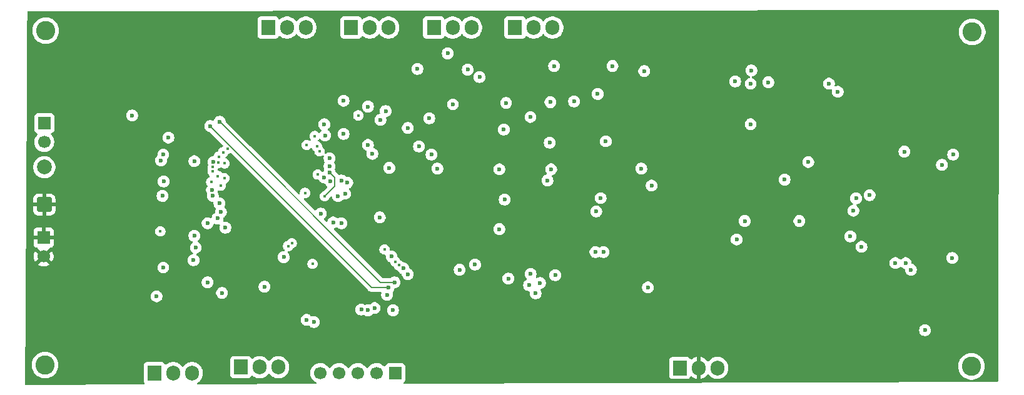
<source format=gbr>
%TF.GenerationSoftware,KiCad,Pcbnew,9.0.2*%
%TF.CreationDate,2025-07-10T19:46:15+05:30*%
%TF.ProjectId,STM32 ESC PCB Design,53544d33-3220-4455-9343-205043422044,rev?*%
%TF.SameCoordinates,Original*%
%TF.FileFunction,Copper,L3,Inr*%
%TF.FilePolarity,Positive*%
%FSLAX46Y46*%
G04 Gerber Fmt 4.6, Leading zero omitted, Abs format (unit mm)*
G04 Created by KiCad (PCBNEW 9.0.2) date 2025-07-10 19:46:15*
%MOMM*%
%LPD*%
G01*
G04 APERTURE LIST*
G04 Aperture macros list*
%AMRoundRect*
0 Rectangle with rounded corners*
0 $1 Rounding radius*
0 $2 $3 $4 $5 $6 $7 $8 $9 X,Y pos of 4 corners*
0 Add a 4 corners polygon primitive as box body*
4,1,4,$2,$3,$4,$5,$6,$7,$8,$9,$2,$3,0*
0 Add four circle primitives for the rounded corners*
1,1,$1+$1,$2,$3*
1,1,$1+$1,$4,$5*
1,1,$1+$1,$6,$7*
1,1,$1+$1,$8,$9*
0 Add four rect primitives between the rounded corners*
20,1,$1+$1,$2,$3,$4,$5,0*
20,1,$1+$1,$4,$5,$6,$7,0*
20,1,$1+$1,$6,$7,$8,$9,0*
20,1,$1+$1,$8,$9,$2,$3,0*%
G04 Aperture macros list end*
%TA.AperFunction,ComponentPad*%
%ADD10C,2.600000*%
%TD*%
%TA.AperFunction,ComponentPad*%
%ADD11R,1.700000X1.700000*%
%TD*%
%TA.AperFunction,ComponentPad*%
%ADD12C,1.700000*%
%TD*%
%TA.AperFunction,ComponentPad*%
%ADD13R,1.905000X2.000000*%
%TD*%
%TA.AperFunction,ComponentPad*%
%ADD14O,1.905000X2.000000*%
%TD*%
%TA.AperFunction,ComponentPad*%
%ADD15RoundRect,0.250000X0.750000X-0.750000X0.750000X0.750000X-0.750000X0.750000X-0.750000X-0.750000X0*%
%TD*%
%TA.AperFunction,ComponentPad*%
%ADD16C,2.000000*%
%TD*%
%TA.AperFunction,ViaPad*%
%ADD17C,0.600000*%
%TD*%
%TA.AperFunction,ViaPad*%
%ADD18C,0.400000*%
%TD*%
%TA.AperFunction,Conductor*%
%ADD19C,0.200000*%
%TD*%
G04 APERTURE END LIST*
D10*
%TO.N,N/C*%
%TO.C,REF\u002A\u002A*%
X171900000Y-77100000D03*
%TD*%
D11*
%TO.N,POWER_GND*%
%TO.C,J4*%
X46300000Y-59660000D03*
D12*
X46300000Y-62200000D03*
%TD*%
D13*
%TO.N,Net-(Q7-G)*%
%TO.C,Q7*%
X61300000Y-78000000D03*
D14*
%TO.N,MOTOR_W*%
X63840000Y-78000000D03*
%TO.N,R_SHUNT1_N*%
X66380000Y-78000000D03*
%TD*%
D15*
%TO.N,POWER_GND*%
%TO.C,D6*%
X46400000Y-55180000D03*
D16*
%TO.N,+12POWER*%
X46400000Y-50100000D03*
%TD*%
D13*
%TO.N,Net-(Q4-G)*%
%TO.C,Q4*%
X87920000Y-31200000D03*
D14*
%TO.N,V_Bridge*%
X90460000Y-31200000D03*
%TO.N,MOTOR_V*%
X93000000Y-31200000D03*
%TD*%
D13*
%TO.N,Net-(Q3-G)*%
%TO.C,Q3*%
X110120000Y-31200000D03*
D14*
%TO.N,MOTOR_U*%
X112660000Y-31200000D03*
%TO.N,R_SHUNT1_P*%
X115200000Y-31200000D03*
%TD*%
D11*
%TO.N,+12POWER*%
%TO.C,J3*%
X46400000Y-44160000D03*
D12*
X46400000Y-46700000D03*
%TD*%
D13*
%TO.N,Net-(Q1-G)*%
%TO.C,Q1*%
X99120000Y-31200000D03*
D14*
%TO.N,V_Bridge*%
X101660000Y-31200000D03*
%TO.N,MOTOR_U*%
X104200000Y-31200000D03*
%TD*%
D10*
%TO.N,N/C*%
%TO.C,REF\u002A\u002A*%
X46500000Y-76900000D03*
%TD*%
D13*
%TO.N,Net-(Q2-G)*%
%TO.C,Q2*%
X132420000Y-77300000D03*
D14*
%TO.N,POWER_GND*%
X134960000Y-77300000D03*
%TO.N,R_SHUNT1_N*%
X137500000Y-77300000D03*
%TD*%
D11*
%TO.N,VDD_3V3*%
%TO.C,J1*%
X93900000Y-78000000D03*
D12*
%TO.N,R_SHUNT1_N*%
X91360000Y-78000000D03*
%TO.N,SWDIO*%
X88820000Y-78000000D03*
%TO.N,SWDCLK*%
X86280000Y-78000000D03*
%TO.N,unconnected-(J1-Pin_5-Pad5)*%
X83740000Y-78000000D03*
%TD*%
D10*
%TO.N,N/C*%
%TO.C,REF\u002A\u002A*%
X46600000Y-31600000D03*
%TD*%
%TO.N,N/C*%
%TO.C,REF\u002A\u002A*%
X172000000Y-31800000D03*
%TD*%
D13*
%TO.N,Net-(Q6-G)*%
%TO.C,Q6*%
X73000000Y-77200000D03*
D14*
%TO.N,V_Bridge*%
X75540000Y-77200000D03*
%TO.N,MOTOR_W*%
X78080000Y-77200000D03*
%TD*%
D13*
%TO.N,Net-(Q5-G)*%
%TO.C,Q5*%
X76700000Y-31200000D03*
D14*
%TO.N,MOTOR_V*%
X79240000Y-31200000D03*
%TO.N,R_SHUNT2_P*%
X81780000Y-31200000D03*
%TD*%
D17*
%TO.N,PHCM_U*%
X62500000Y-63700000D03*
%TO.N,Net-(U1-REF)*%
X95600000Y-44800000D03*
%TO.N,MOTOR_V*%
X93100000Y-50200000D03*
%TO.N,Net-(U1-BST_A)*%
X127200000Y-50300000D03*
D18*
X83000000Y-45900000D03*
D17*
%TO.N,MOTOR_U*%
X121300000Y-40200000D03*
X122400000Y-46600000D03*
%TO.N,+12POWER*%
X142000000Y-44300000D03*
%TO.N,VDD_3V3*%
X62500000Y-48400000D03*
%TO.N,Net-(C27-Pad1)*%
X127600000Y-37100000D03*
X101000000Y-34700000D03*
%TO.N,BUCK_FB*%
X155500000Y-59500000D03*
X155900000Y-56000000D03*
%TO.N,MOTOR_V*%
X112200000Y-43300000D03*
%TO.N,nOCTW*%
X70150000Y-43950000D03*
%TO.N,nFAULT*%
X68854260Y-44545740D03*
%TO.N,nOCTW*%
X93800000Y-65700000D03*
%TO.N,nFAULT*%
X93000000Y-66400000D03*
%TO.N,PHCM_V*%
X66900000Y-61000000D03*
D18*
%TO.N,Net-(U1-GVDD)*%
X70600000Y-48100000D03*
D17*
X58300000Y-43100000D03*
%TO.N,R_SHUNT1_N*%
X90200000Y-47100000D03*
X87400000Y-52200000D03*
D18*
%TO.N,Net-(U1-CP2)*%
X69990478Y-49515080D03*
D17*
%TO.N,Net-(U1-CP1)*%
X63200000Y-46100000D03*
D18*
X70000000Y-48700000D03*
D17*
%TO.N,Net-(U1-DVDD)*%
X62550000Y-52050000D03*
X69100000Y-53200000D03*
%TO.N,Net-(U1-REF)*%
X69200000Y-54000000D03*
X62400000Y-54000000D03*
%TO.N,V_Bridge*%
X96900000Y-36800000D03*
X61600000Y-67600000D03*
X142000000Y-38800000D03*
D18*
X62100000Y-58800000D03*
D17*
X142100000Y-37000000D03*
X115400000Y-36400000D03*
X152600000Y-38800000D03*
X83800000Y-56400000D03*
X153800000Y-39900000D03*
X123300000Y-36400000D03*
%TO.N,Net-(U1-AVDD)*%
X70900000Y-58300000D03*
X70300000Y-56200000D03*
%TO.N,PHCM_V*%
X122100000Y-61600000D03*
X93400000Y-62200000D03*
D18*
%TO.N,PHCM_U*%
X93900000Y-62900000D03*
D17*
X121000000Y-61600000D03*
D18*
%TO.N,Net-(U1-BST_C)*%
X83400000Y-51100000D03*
D17*
X128600000Y-52600000D03*
%TO.N,MOTOR_W*%
X121100000Y-56100000D03*
X85100000Y-52000000D03*
X87100000Y-53700000D03*
X112900000Y-67200000D03*
X121700000Y-54300000D03*
X113500000Y-65800000D03*
%TO.N,MOTOR_V*%
X115000000Y-50400000D03*
X85000000Y-48900000D03*
%TO.N,MOTOR_U*%
X105300000Y-37900000D03*
D18*
X81900000Y-47100000D03*
D17*
%TO.N,Net-(U1-BIAS)*%
X114900000Y-41300000D03*
X84300000Y-44300000D03*
X92600000Y-42500000D03*
X118100000Y-41200000D03*
%TO.N,BUCK_COMP*%
X156270000Y-54330000D03*
X158100000Y-53900000D03*
X167900000Y-49800000D03*
X169400000Y-48400000D03*
%TO.N,Net-(U2-VIN)*%
X149799000Y-49399000D03*
X139900000Y-38500000D03*
X162800000Y-48000000D03*
X144400000Y-38600000D03*
%TO.N,BUCK_PH*%
X148600000Y-57400000D03*
X141200000Y-57400000D03*
X163700000Y-64000000D03*
%TO.N,BUCK_BOOT*%
X146600000Y-51800000D03*
X169300000Y-62400000D03*
%TO.N,VDD_3V3*%
X140100000Y-59900000D03*
X157000000Y-60900000D03*
X76200000Y-66300000D03*
X165600000Y-72200000D03*
X91100000Y-69200000D03*
X108700000Y-54500000D03*
D18*
%TO.N,R_SHUNT1_P*%
X81700000Y-53600000D03*
X83650000Y-47950000D03*
D17*
%TO.N,R_SHUNT2_P*%
X86900000Y-45600000D03*
X91900000Y-43700000D03*
X85000000Y-50800000D03*
X114800000Y-46800000D03*
D18*
X84350000Y-54050000D03*
D17*
%TO.N,Net-(C31-Pad1)*%
X101700000Y-41600000D03*
X114500000Y-51900000D03*
%TO.N,NRST*%
X115550000Y-64750000D03*
X128100000Y-66400000D03*
D18*
X94400000Y-63400000D03*
D17*
X98800000Y-48400000D03*
%TO.N,Net-(C34-Pad1)*%
X108900000Y-41400000D03*
X108600000Y-45000000D03*
%TO.N,AVDD_3V3*%
X108000000Y-50400000D03*
X85500000Y-57600000D03*
X91800000Y-56900000D03*
X99600000Y-50300000D03*
%TO.N,HSE_IN*%
X95600000Y-64600000D03*
X102600000Y-64000000D03*
X109200000Y-65200000D03*
%TO.N,Net-(C39-Pad1)*%
X112224265Y-64575735D03*
X112000000Y-66100000D03*
%TO.N,SWDCLK*%
X82900000Y-71100000D03*
%TO.N,SWDIO*%
X81900000Y-70800000D03*
%TO.N,Net-(Q3-G)*%
X103700000Y-36900000D03*
%TO.N,Net-(Q4-G)*%
X98500000Y-43500000D03*
%TO.N,Net-(Q6-G)*%
X93600000Y-69500000D03*
%TO.N,Net-(U1-OC_ADJ)*%
X66700000Y-49300000D03*
X69300000Y-49400000D03*
%TO.N,Net-(U1-GAIN)*%
X68500000Y-65700000D03*
X68500000Y-57700000D03*
%TO.N,BUCK_FB*%
X163000000Y-63100000D03*
X161600000Y-63100000D03*
%TO.N,SO1*%
X66600000Y-62700000D03*
X69850000Y-57050000D03*
%TO.N,SO2*%
X66700000Y-59400000D03*
X70100000Y-55000000D03*
%TO.N,GH_A*%
X86900000Y-41100000D03*
X84400000Y-45800000D03*
D18*
%TO.N,GL_A*%
X83300000Y-47300000D03*
X88900000Y-43100000D03*
D17*
%TO.N,GH_B*%
X97100000Y-47300000D03*
X90800000Y-48300000D03*
%TO.N,GL_B*%
X90200000Y-41900000D03*
X85000000Y-50000000D03*
%TO.N,GH_C*%
X86150000Y-54050000D03*
X84300000Y-51500000D03*
%TO.N,GL_C*%
X86600000Y-51900000D03*
X70450000Y-67150000D03*
%TO.N,BOOT0*%
X108000000Y-58500000D03*
X89300000Y-69400000D03*
%TO.N,HSE_OUT*%
X104700000Y-63300000D03*
X95000000Y-63800000D03*
D18*
%TO.N,DC_CAL*%
X71200000Y-47600000D03*
X92450000Y-61250000D03*
%TO.N,PWM2_H*%
X69900000Y-51300000D03*
X79400000Y-60800000D03*
%TO.N,PWM3_L*%
X70300000Y-52600000D03*
D17*
X90200000Y-69500000D03*
D18*
%TO.N,PWM1_L*%
X69200000Y-50700003D03*
D17*
X92800000Y-67400000D03*
D18*
%TO.N,GDR_EN*%
X70800000Y-49600000D03*
D17*
X86600000Y-57700000D03*
D18*
%TO.N,PWM3_H*%
X69000000Y-52100000D03*
D17*
X78800000Y-62300000D03*
D18*
%TO.N,PWM1_H*%
X82700000Y-63200000D03*
X69200000Y-50100000D03*
%TO.N,PWM2_L*%
X70800000Y-51600000D03*
X79900000Y-60400000D03*
D17*
%TO.N,Net-(U1-CP2)*%
X62200000Y-49200000D03*
%TD*%
D19*
%TO.N,nOCTW*%
X91900000Y-65700000D02*
X70300000Y-44100000D01*
X93800000Y-65700000D02*
X91900000Y-65700000D01*
%TO.N,nFAULT*%
X90708521Y-66400000D02*
X68854260Y-44545740D01*
X93000000Y-66400000D02*
X90708521Y-66400000D01*
%TO.N,R_SHUNT2_P*%
X85701000Y-51501000D02*
X85701000Y-52699000D01*
X85701000Y-52699000D02*
X84350000Y-54050000D01*
X85000000Y-50800000D02*
X85701000Y-51501000D01*
%TD*%
%TA.AperFunction,Conductor*%
%TO.N,POWER_GND*%
G36*
X175547273Y-28818112D02*
G01*
X175593107Y-28870847D01*
X175604390Y-28922767D01*
X175507565Y-79078691D01*
X175487751Y-79145693D01*
X175434859Y-79191346D01*
X175383937Y-79202451D01*
X95165482Y-79443348D01*
X95098384Y-79423865D01*
X95052471Y-79371199D01*
X95042320Y-79302071D01*
X95071154Y-79238428D01*
X95090794Y-79220086D01*
X95107546Y-79207546D01*
X95193796Y-79092331D01*
X95244091Y-78957483D01*
X95250500Y-78897873D01*
X95250499Y-77102128D01*
X95244091Y-77042517D01*
X95242810Y-77039083D01*
X95193797Y-76907671D01*
X95193793Y-76907664D01*
X95107547Y-76792455D01*
X95107544Y-76792452D01*
X94992335Y-76706206D01*
X94992328Y-76706202D01*
X94857482Y-76655908D01*
X94857483Y-76655908D01*
X94797883Y-76649501D01*
X94797881Y-76649500D01*
X94797873Y-76649500D01*
X94797864Y-76649500D01*
X93002129Y-76649500D01*
X93002123Y-76649501D01*
X92942516Y-76655908D01*
X92807671Y-76706202D01*
X92807664Y-76706206D01*
X92692455Y-76792452D01*
X92692452Y-76792455D01*
X92606206Y-76907664D01*
X92606203Y-76907669D01*
X92557189Y-77039083D01*
X92515317Y-77095016D01*
X92449853Y-77119433D01*
X92381580Y-77104581D01*
X92353326Y-77083430D01*
X92239786Y-76969890D01*
X92067820Y-76844951D01*
X91878414Y-76748444D01*
X91878413Y-76748443D01*
X91878412Y-76748443D01*
X91676243Y-76682754D01*
X91676241Y-76682753D01*
X91676240Y-76682753D01*
X91514957Y-76657208D01*
X91466287Y-76649500D01*
X91253713Y-76649500D01*
X91205042Y-76657208D01*
X91043760Y-76682753D01*
X90960571Y-76709783D01*
X90842995Y-76747986D01*
X90841585Y-76748444D01*
X90652179Y-76844951D01*
X90480213Y-76969890D01*
X90329890Y-77120213D01*
X90204949Y-77292182D01*
X90200484Y-77300946D01*
X90152509Y-77351742D01*
X90084688Y-77368536D01*
X90018553Y-77345998D01*
X89979516Y-77300946D01*
X89975050Y-77292182D01*
X89850109Y-77120213D01*
X89699786Y-76969890D01*
X89527820Y-76844951D01*
X89338414Y-76748444D01*
X89338413Y-76748443D01*
X89338412Y-76748443D01*
X89136243Y-76682754D01*
X89136241Y-76682753D01*
X89136240Y-76682753D01*
X88974957Y-76657208D01*
X88926287Y-76649500D01*
X88713713Y-76649500D01*
X88665042Y-76657208D01*
X88503760Y-76682753D01*
X88420571Y-76709783D01*
X88302995Y-76747986D01*
X88301585Y-76748444D01*
X88112179Y-76844951D01*
X87940213Y-76969890D01*
X87789890Y-77120213D01*
X87664949Y-77292182D01*
X87660484Y-77300946D01*
X87612509Y-77351742D01*
X87544688Y-77368536D01*
X87478553Y-77345998D01*
X87439516Y-77300946D01*
X87435050Y-77292182D01*
X87310109Y-77120213D01*
X87159786Y-76969890D01*
X86987820Y-76844951D01*
X86798414Y-76748444D01*
X86798413Y-76748443D01*
X86798412Y-76748443D01*
X86596243Y-76682754D01*
X86596241Y-76682753D01*
X86596240Y-76682753D01*
X86434957Y-76657208D01*
X86386287Y-76649500D01*
X86173713Y-76649500D01*
X86125042Y-76657208D01*
X85963760Y-76682753D01*
X85880571Y-76709783D01*
X85762995Y-76747986D01*
X85761585Y-76748444D01*
X85572179Y-76844951D01*
X85400213Y-76969890D01*
X85249890Y-77120213D01*
X85124949Y-77292182D01*
X85120484Y-77300946D01*
X85072509Y-77351742D01*
X85004688Y-77368536D01*
X84938553Y-77345998D01*
X84899516Y-77300946D01*
X84895050Y-77292182D01*
X84770109Y-77120213D01*
X84619786Y-76969890D01*
X84447820Y-76844951D01*
X84258414Y-76748444D01*
X84258413Y-76748443D01*
X84258412Y-76748443D01*
X84056243Y-76682754D01*
X84056241Y-76682753D01*
X84056240Y-76682753D01*
X83894957Y-76657208D01*
X83846287Y-76649500D01*
X83633713Y-76649500D01*
X83585042Y-76657208D01*
X83423760Y-76682753D01*
X83340571Y-76709783D01*
X83222995Y-76747986D01*
X83221585Y-76748444D01*
X83032179Y-76844951D01*
X82860213Y-76969890D01*
X82709890Y-77120213D01*
X82584951Y-77292179D01*
X82488444Y-77481585D01*
X82422753Y-77683760D01*
X82389500Y-77893713D01*
X82389500Y-78106286D01*
X82421366Y-78307483D01*
X82422754Y-78316243D01*
X82488401Y-78518284D01*
X82488444Y-78518414D01*
X82584951Y-78707820D01*
X82709890Y-78879786D01*
X82860213Y-79030109D01*
X83032179Y-79155048D01*
X83032181Y-79155049D01*
X83032184Y-79155051D01*
X83208598Y-79244938D01*
X83259394Y-79292912D01*
X83276189Y-79360733D01*
X83253652Y-79426868D01*
X83198937Y-79470320D01*
X83152675Y-79479422D01*
X67193006Y-79527349D01*
X67125908Y-79507866D01*
X67079995Y-79455200D01*
X67069844Y-79386072D01*
X67098678Y-79322429D01*
X67136343Y-79292863D01*
X67141538Y-79290217D01*
X67326566Y-79155786D01*
X67488286Y-78994066D01*
X67622717Y-78809038D01*
X67726548Y-78605258D01*
X67731435Y-78590216D01*
X67797221Y-78387749D01*
X67797221Y-78387748D01*
X67797222Y-78387745D01*
X67833000Y-78161854D01*
X67833000Y-77838146D01*
X67797222Y-77612255D01*
X67797221Y-77612251D01*
X67797221Y-77612250D01*
X67726549Y-77394744D01*
X67701712Y-77345998D01*
X67622717Y-77190962D01*
X67488286Y-77005934D01*
X67326566Y-76844214D01*
X67141538Y-76709783D01*
X67088489Y-76682753D01*
X66937755Y-76605950D01*
X66720248Y-76535278D01*
X66534812Y-76505908D01*
X66494354Y-76499500D01*
X66265646Y-76499500D01*
X66225188Y-76505908D01*
X66039753Y-76535278D01*
X66039750Y-76535278D01*
X65822244Y-76605950D01*
X65618461Y-76709783D01*
X65552550Y-76757671D01*
X65433434Y-76844214D01*
X65433432Y-76844216D01*
X65433431Y-76844216D01*
X65271715Y-77005932D01*
X65210318Y-77090438D01*
X65154987Y-77133103D01*
X65085374Y-77139082D01*
X65023579Y-77106476D01*
X65009682Y-77090438D01*
X64957055Y-77018004D01*
X64948286Y-77005934D01*
X64786566Y-76844214D01*
X64601538Y-76709783D01*
X64548489Y-76682753D01*
X64397755Y-76605950D01*
X64180248Y-76535278D01*
X63994812Y-76505908D01*
X63954354Y-76499500D01*
X63725646Y-76499500D01*
X63685188Y-76505908D01*
X63499753Y-76535278D01*
X63499750Y-76535278D01*
X63282244Y-76605950D01*
X63078461Y-76709783D01*
X62895759Y-76842525D01*
X62829952Y-76866005D01*
X62761898Y-76850180D01*
X62713203Y-76800074D01*
X62706690Y-76785538D01*
X62705366Y-76781989D01*
X62696296Y-76757669D01*
X62696293Y-76757664D01*
X62610047Y-76642455D01*
X62610044Y-76642452D01*
X62494835Y-76556206D01*
X62494828Y-76556202D01*
X62359982Y-76505908D01*
X62359983Y-76505908D01*
X62300383Y-76499501D01*
X62300381Y-76499500D01*
X62300373Y-76499500D01*
X62300364Y-76499500D01*
X60299629Y-76499500D01*
X60299623Y-76499501D01*
X60240016Y-76505908D01*
X60105171Y-76556202D01*
X60105164Y-76556206D01*
X59989955Y-76642452D01*
X59989952Y-76642455D01*
X59903706Y-76757664D01*
X59903702Y-76757671D01*
X59853408Y-76892517D01*
X59847001Y-76952116D01*
X59847000Y-76952135D01*
X59847000Y-79047870D01*
X59847001Y-79047876D01*
X59853408Y-79107483D01*
X59903702Y-79242328D01*
X59903703Y-79242329D01*
X59903704Y-79242331D01*
X59961285Y-79319249D01*
X59985040Y-79350982D01*
X60009457Y-79416446D01*
X59994605Y-79484719D01*
X59945200Y-79534125D01*
X59886145Y-79549292D01*
X43927405Y-79597216D01*
X43860307Y-79577733D01*
X43814394Y-79525067D01*
X43803035Y-79472505D01*
X43818557Y-76781995D01*
X44699500Y-76781995D01*
X44699500Y-77018004D01*
X44699501Y-77018020D01*
X44730306Y-77252010D01*
X44791394Y-77479993D01*
X44881714Y-77698045D01*
X44881719Y-77698056D01*
X44943611Y-77805255D01*
X44999727Y-77902450D01*
X44999729Y-77902453D01*
X44999730Y-77902454D01*
X45143406Y-78089697D01*
X45143412Y-78089704D01*
X45310295Y-78256587D01*
X45310302Y-78256593D01*
X45388035Y-78316239D01*
X45497550Y-78400273D01*
X45603858Y-78461650D01*
X45701943Y-78518280D01*
X45701948Y-78518282D01*
X45701951Y-78518284D01*
X45920007Y-78608606D01*
X46147986Y-78669693D01*
X46381989Y-78700500D01*
X46381996Y-78700500D01*
X46618004Y-78700500D01*
X46618011Y-78700500D01*
X46852014Y-78669693D01*
X47079993Y-78608606D01*
X47298049Y-78518284D01*
X47502450Y-78400273D01*
X47689699Y-78256592D01*
X47856592Y-78089699D01*
X48000273Y-77902450D01*
X48118284Y-77698049D01*
X48208606Y-77479993D01*
X48269693Y-77252014D01*
X48300500Y-77018011D01*
X48300500Y-76781989D01*
X48269693Y-76547986D01*
X48208606Y-76320007D01*
X48190975Y-76277443D01*
X48157348Y-76196258D01*
X48139071Y-76152135D01*
X71547000Y-76152135D01*
X71547000Y-78247870D01*
X71547001Y-78247876D01*
X71553408Y-78307483D01*
X71603702Y-78442328D01*
X71603706Y-78442335D01*
X71689952Y-78557544D01*
X71689955Y-78557547D01*
X71805164Y-78643793D01*
X71805171Y-78643797D01*
X71940017Y-78694091D01*
X71940016Y-78694091D01*
X71946944Y-78694835D01*
X71999627Y-78700500D01*
X74000372Y-78700499D01*
X74059983Y-78694091D01*
X74194831Y-78643796D01*
X74310046Y-78557546D01*
X74396296Y-78442331D01*
X74406690Y-78414460D01*
X74448560Y-78358527D01*
X74514023Y-78334108D01*
X74582297Y-78348958D01*
X74595746Y-78357465D01*
X74778462Y-78490217D01*
X74910599Y-78557544D01*
X74982244Y-78594049D01*
X75199751Y-78664721D01*
X75199752Y-78664721D01*
X75199755Y-78664722D01*
X75425646Y-78700500D01*
X75425647Y-78700500D01*
X75654353Y-78700500D01*
X75654354Y-78700500D01*
X75880245Y-78664722D01*
X75880248Y-78664721D01*
X75880249Y-78664721D01*
X76097755Y-78594049D01*
X76097755Y-78594048D01*
X76097758Y-78594048D01*
X76301538Y-78490217D01*
X76486566Y-78355786D01*
X76648286Y-78194066D01*
X76709683Y-78109559D01*
X76765012Y-78066896D01*
X76834625Y-78060917D01*
X76896420Y-78093523D01*
X76910314Y-78109556D01*
X76971714Y-78194066D01*
X77133434Y-78355786D01*
X77318462Y-78490217D01*
X77450599Y-78557544D01*
X77522244Y-78594049D01*
X77739751Y-78664721D01*
X77739752Y-78664721D01*
X77739755Y-78664722D01*
X77965646Y-78700500D01*
X77965647Y-78700500D01*
X78194353Y-78700500D01*
X78194354Y-78700500D01*
X78420245Y-78664722D01*
X78420248Y-78664721D01*
X78420249Y-78664721D01*
X78637755Y-78594049D01*
X78637755Y-78594048D01*
X78637758Y-78594048D01*
X78841538Y-78490217D01*
X79026566Y-78355786D01*
X79188286Y-78194066D01*
X79322717Y-78009038D01*
X79426548Y-77805258D01*
X79461382Y-77698049D01*
X79497221Y-77587749D01*
X79497221Y-77587748D01*
X79497222Y-77587745D01*
X79533000Y-77361854D01*
X79533000Y-77038146D01*
X79497222Y-76812255D01*
X79497221Y-76812251D01*
X79497221Y-76812250D01*
X79426549Y-76594744D01*
X79402725Y-76547986D01*
X79322717Y-76390962D01*
X79221853Y-76252135D01*
X130967000Y-76252135D01*
X130967000Y-78347870D01*
X130967001Y-78347876D01*
X130973408Y-78407483D01*
X131023702Y-78542328D01*
X131023706Y-78542335D01*
X131109952Y-78657544D01*
X131109955Y-78657547D01*
X131225164Y-78743793D01*
X131225171Y-78743797D01*
X131360017Y-78794091D01*
X131360016Y-78794091D01*
X131366944Y-78794835D01*
X131419627Y-78800500D01*
X133420372Y-78800499D01*
X133479983Y-78794091D01*
X133614831Y-78743796D01*
X133730046Y-78657546D01*
X133816296Y-78542331D01*
X133826872Y-78513974D01*
X133868740Y-78458041D01*
X133934204Y-78433622D01*
X134002477Y-78448472D01*
X134015940Y-78456988D01*
X134198723Y-78589788D01*
X134402429Y-78693582D01*
X134619871Y-78764234D01*
X134710000Y-78778509D01*
X134710000Y-77790747D01*
X134747708Y-77812518D01*
X134887591Y-77850000D01*
X135032409Y-77850000D01*
X135172292Y-77812518D01*
X135210000Y-77790747D01*
X135210000Y-78778508D01*
X135300128Y-78764234D01*
X135517570Y-78693582D01*
X135721276Y-78589788D01*
X135906242Y-78455402D01*
X136067905Y-78293739D01*
X136129371Y-78209137D01*
X136184701Y-78166470D01*
X136254314Y-78160491D01*
X136316109Y-78193096D01*
X136330007Y-78209134D01*
X136391714Y-78294066D01*
X136553434Y-78455786D01*
X136738462Y-78590217D01*
X136894443Y-78669693D01*
X136942244Y-78694049D01*
X137159751Y-78764721D01*
X137159752Y-78764721D01*
X137159755Y-78764722D01*
X137385646Y-78800500D01*
X137385647Y-78800500D01*
X137614353Y-78800500D01*
X137614354Y-78800500D01*
X137840245Y-78764722D01*
X137840248Y-78764721D01*
X137840249Y-78764721D01*
X138057755Y-78694049D01*
X138057755Y-78694048D01*
X138057758Y-78694048D01*
X138261538Y-78590217D01*
X138446566Y-78455786D01*
X138608286Y-78294066D01*
X138742717Y-78109038D01*
X138846548Y-77905258D01*
X138913874Y-77698049D01*
X138917221Y-77687749D01*
X138917221Y-77687748D01*
X138917222Y-77687745D01*
X138953000Y-77461854D01*
X138953000Y-77138146D01*
X138928268Y-76981995D01*
X170099500Y-76981995D01*
X170099500Y-77218004D01*
X170099501Y-77218020D01*
X170119826Y-77372409D01*
X170130307Y-77452014D01*
X170166676Y-77587745D01*
X170191394Y-77679993D01*
X170281714Y-77898045D01*
X170281719Y-77898056D01*
X170352677Y-78020957D01*
X170399727Y-78102450D01*
X170399729Y-78102453D01*
X170399730Y-78102454D01*
X170543406Y-78289697D01*
X170543412Y-78289704D01*
X170710295Y-78456587D01*
X170710302Y-78456593D01*
X170790869Y-78518414D01*
X170897550Y-78600273D01*
X171009177Y-78664721D01*
X171101943Y-78718280D01*
X171101948Y-78718282D01*
X171101951Y-78718284D01*
X171320007Y-78808606D01*
X171547986Y-78869693D01*
X171781989Y-78900500D01*
X171781996Y-78900500D01*
X172018004Y-78900500D01*
X172018011Y-78900500D01*
X172252014Y-78869693D01*
X172479993Y-78808606D01*
X172698049Y-78718284D01*
X172902450Y-78600273D01*
X173089699Y-78456592D01*
X173256592Y-78289699D01*
X173400273Y-78102450D01*
X173518284Y-77898049D01*
X173608606Y-77679993D01*
X173669693Y-77452014D01*
X173700500Y-77218011D01*
X173700500Y-76981989D01*
X173669693Y-76747986D01*
X173608606Y-76520007D01*
X173518284Y-76301951D01*
X173518282Y-76301948D01*
X173518280Y-76301943D01*
X173476118Y-76228918D01*
X173400273Y-76097550D01*
X173256592Y-75910301D01*
X173256587Y-75910295D01*
X173089704Y-75743412D01*
X173089697Y-75743406D01*
X172902454Y-75599730D01*
X172902453Y-75599729D01*
X172902450Y-75599727D01*
X172804899Y-75543406D01*
X172698056Y-75481719D01*
X172698045Y-75481714D01*
X172479993Y-75391394D01*
X172252010Y-75330306D01*
X172018020Y-75299501D01*
X172018017Y-75299500D01*
X172018011Y-75299500D01*
X171781989Y-75299500D01*
X171781983Y-75299500D01*
X171781979Y-75299501D01*
X171547989Y-75330306D01*
X171320006Y-75391394D01*
X171101954Y-75481714D01*
X171101943Y-75481719D01*
X170897545Y-75599730D01*
X170710302Y-75743406D01*
X170710295Y-75743412D01*
X170543412Y-75910295D01*
X170543406Y-75910302D01*
X170399730Y-76097545D01*
X170281719Y-76301943D01*
X170281714Y-76301954D01*
X170191394Y-76520006D01*
X170130306Y-76747989D01*
X170099501Y-76981979D01*
X170099500Y-76981995D01*
X138928268Y-76981995D01*
X138917222Y-76912255D01*
X138917221Y-76912250D01*
X138846549Y-76694744D01*
X138826761Y-76655908D01*
X138742717Y-76490962D01*
X138608286Y-76305934D01*
X138446566Y-76144214D01*
X138261538Y-76009783D01*
X138242483Y-76000074D01*
X138057755Y-75905950D01*
X137840248Y-75835278D01*
X137654812Y-75805908D01*
X137614354Y-75799500D01*
X137385646Y-75799500D01*
X137310349Y-75811426D01*
X137159753Y-75835278D01*
X137159750Y-75835278D01*
X136942244Y-75905950D01*
X136738461Y-76009783D01*
X136672550Y-76057671D01*
X136553434Y-76144214D01*
X136553432Y-76144216D01*
X136553431Y-76144216D01*
X136391716Y-76305931D01*
X136391709Y-76305940D01*
X136330007Y-76390864D01*
X136274677Y-76433530D01*
X136205063Y-76439508D01*
X136143269Y-76406901D01*
X136129372Y-76390863D01*
X136067907Y-76306263D01*
X136067902Y-76306257D01*
X135906242Y-76144597D01*
X135721276Y-76010211D01*
X135517568Y-75906417D01*
X135300124Y-75835765D01*
X135210000Y-75821490D01*
X135210000Y-76809252D01*
X135172292Y-76787482D01*
X135032409Y-76750000D01*
X134887591Y-76750000D01*
X134747708Y-76787482D01*
X134710000Y-76809252D01*
X134710000Y-75821490D01*
X134709999Y-75821490D01*
X134619875Y-75835765D01*
X134402431Y-75906417D01*
X134198719Y-76010213D01*
X134015939Y-76143010D01*
X133950132Y-76166490D01*
X133882079Y-76150664D01*
X133833384Y-76100558D01*
X133826875Y-76086033D01*
X133816296Y-76057669D01*
X133816295Y-76057667D01*
X133816293Y-76057664D01*
X133730047Y-75942455D01*
X133730044Y-75942452D01*
X133614835Y-75856206D01*
X133614828Y-75856202D01*
X133479982Y-75805908D01*
X133479983Y-75805908D01*
X133420383Y-75799501D01*
X133420381Y-75799500D01*
X133420373Y-75799500D01*
X133420364Y-75799500D01*
X131419629Y-75799500D01*
X131419623Y-75799501D01*
X131360016Y-75805908D01*
X131225171Y-75856202D01*
X131225164Y-75856206D01*
X131109955Y-75942452D01*
X131109952Y-75942455D01*
X131023706Y-76057664D01*
X131023702Y-76057671D01*
X130973408Y-76192517D01*
X130967001Y-76252116D01*
X130967000Y-76252135D01*
X79221853Y-76252135D01*
X79188286Y-76205934D01*
X79026566Y-76044214D01*
X78841538Y-75909783D01*
X78817520Y-75897545D01*
X78637755Y-75805950D01*
X78420248Y-75735278D01*
X78234812Y-75705908D01*
X78194354Y-75699500D01*
X77965646Y-75699500D01*
X77925188Y-75705908D01*
X77739753Y-75735278D01*
X77739750Y-75735278D01*
X77522244Y-75805950D01*
X77318461Y-75909783D01*
X77252550Y-75957671D01*
X77133434Y-76044214D01*
X77133432Y-76044216D01*
X77133431Y-76044216D01*
X76971715Y-76205932D01*
X76910318Y-76290438D01*
X76854987Y-76333103D01*
X76785374Y-76339082D01*
X76723579Y-76306476D01*
X76709682Y-76290438D01*
X76681839Y-76252116D01*
X76648286Y-76205934D01*
X76486566Y-76044214D01*
X76301538Y-75909783D01*
X76277520Y-75897545D01*
X76097755Y-75805950D01*
X75880248Y-75735278D01*
X75694812Y-75705908D01*
X75654354Y-75699500D01*
X75425646Y-75699500D01*
X75385188Y-75705908D01*
X75199753Y-75735278D01*
X75199750Y-75735278D01*
X74982244Y-75805950D01*
X74778461Y-75909783D01*
X74595759Y-76042525D01*
X74529952Y-76066005D01*
X74461898Y-76050180D01*
X74413203Y-76000074D01*
X74406690Y-75985538D01*
X74396296Y-75957669D01*
X74396293Y-75957664D01*
X74310047Y-75842455D01*
X74310044Y-75842452D01*
X74194835Y-75756206D01*
X74194828Y-75756202D01*
X74059982Y-75705908D01*
X74059983Y-75705908D01*
X74000383Y-75699501D01*
X74000381Y-75699500D01*
X74000373Y-75699500D01*
X74000364Y-75699500D01*
X71999629Y-75699500D01*
X71999623Y-75699501D01*
X71940016Y-75705908D01*
X71805171Y-75756202D01*
X71805164Y-75756206D01*
X71689955Y-75842452D01*
X71689952Y-75842455D01*
X71603706Y-75957664D01*
X71603702Y-75957671D01*
X71553408Y-76092517D01*
X71547001Y-76152116D01*
X71547000Y-76152135D01*
X48139071Y-76152135D01*
X48118285Y-76101954D01*
X48118280Y-76101943D01*
X48051073Y-75985538D01*
X48000273Y-75897550D01*
X47941001Y-75820306D01*
X47856593Y-75710302D01*
X47856587Y-75710295D01*
X47689704Y-75543412D01*
X47689697Y-75543406D01*
X47502454Y-75399730D01*
X47502453Y-75399729D01*
X47502450Y-75399727D01*
X47420957Y-75352677D01*
X47298056Y-75281719D01*
X47298045Y-75281714D01*
X47079993Y-75191394D01*
X46852010Y-75130306D01*
X46618020Y-75099501D01*
X46618017Y-75099500D01*
X46618011Y-75099500D01*
X46381989Y-75099500D01*
X46381983Y-75099500D01*
X46381979Y-75099501D01*
X46147989Y-75130306D01*
X45920006Y-75191394D01*
X45701954Y-75281714D01*
X45701943Y-75281719D01*
X45497545Y-75399730D01*
X45310302Y-75543406D01*
X45310295Y-75543412D01*
X45143412Y-75710295D01*
X45143406Y-75710302D01*
X44999730Y-75897545D01*
X44881719Y-76101943D01*
X44881714Y-76101954D01*
X44791394Y-76320006D01*
X44730306Y-76547989D01*
X44699501Y-76781979D01*
X44699500Y-76781995D01*
X43818557Y-76781995D01*
X43845446Y-72121153D01*
X164799500Y-72121153D01*
X164799500Y-72278846D01*
X164830261Y-72433489D01*
X164830264Y-72433501D01*
X164890602Y-72579172D01*
X164890609Y-72579185D01*
X164978210Y-72710288D01*
X164978213Y-72710292D01*
X165089707Y-72821786D01*
X165089711Y-72821789D01*
X165220814Y-72909390D01*
X165220827Y-72909397D01*
X165366498Y-72969735D01*
X165366503Y-72969737D01*
X165521153Y-73000499D01*
X165521156Y-73000500D01*
X165521158Y-73000500D01*
X165678844Y-73000500D01*
X165678845Y-73000499D01*
X165833497Y-72969737D01*
X165979179Y-72909394D01*
X166110289Y-72821789D01*
X166221789Y-72710289D01*
X166309394Y-72579179D01*
X166369737Y-72433497D01*
X166400500Y-72278842D01*
X166400500Y-72121158D01*
X166400500Y-72121155D01*
X166400499Y-72121153D01*
X166369738Y-71966510D01*
X166369737Y-71966503D01*
X166342398Y-71900500D01*
X166309397Y-71820827D01*
X166309390Y-71820814D01*
X166221789Y-71689711D01*
X166221786Y-71689707D01*
X166110292Y-71578213D01*
X166110288Y-71578210D01*
X165979185Y-71490609D01*
X165979172Y-71490602D01*
X165833501Y-71430264D01*
X165833489Y-71430261D01*
X165678845Y-71399500D01*
X165678842Y-71399500D01*
X165521158Y-71399500D01*
X165521155Y-71399500D01*
X165366510Y-71430261D01*
X165366498Y-71430264D01*
X165220827Y-71490602D01*
X165220814Y-71490609D01*
X165089711Y-71578210D01*
X165089707Y-71578213D01*
X164978213Y-71689707D01*
X164978210Y-71689711D01*
X164890609Y-71820814D01*
X164890602Y-71820827D01*
X164830264Y-71966498D01*
X164830261Y-71966510D01*
X164799500Y-72121153D01*
X43845446Y-72121153D01*
X43853523Y-70721153D01*
X81099500Y-70721153D01*
X81099500Y-70878846D01*
X81130261Y-71033489D01*
X81130264Y-71033501D01*
X81190602Y-71179172D01*
X81190609Y-71179185D01*
X81278210Y-71310288D01*
X81278213Y-71310292D01*
X81389707Y-71421786D01*
X81389711Y-71421789D01*
X81520814Y-71509390D01*
X81520827Y-71509397D01*
X81666208Y-71569615D01*
X81666503Y-71569737D01*
X81789813Y-71594265D01*
X81821153Y-71600499D01*
X81821156Y-71600500D01*
X81821158Y-71600500D01*
X81978844Y-71600500D01*
X81978845Y-71600499D01*
X82133497Y-71569737D01*
X82133509Y-71569731D01*
X82139324Y-71567969D01*
X82139823Y-71569615D01*
X82201131Y-71563007D01*
X82263619Y-71594265D01*
X82275003Y-71606380D01*
X82278215Y-71610294D01*
X82389707Y-71721786D01*
X82389711Y-71721789D01*
X82520814Y-71809390D01*
X82520827Y-71809397D01*
X82666498Y-71869735D01*
X82666503Y-71869737D01*
X82821153Y-71900499D01*
X82821156Y-71900500D01*
X82821158Y-71900500D01*
X82978844Y-71900500D01*
X82978845Y-71900499D01*
X83133497Y-71869737D01*
X83251592Y-71820821D01*
X83279172Y-71809397D01*
X83279172Y-71809396D01*
X83279179Y-71809394D01*
X83410289Y-71721789D01*
X83521789Y-71610289D01*
X83609394Y-71479179D01*
X83669737Y-71333497D01*
X83700500Y-71178842D01*
X83700500Y-71021158D01*
X83700500Y-71021155D01*
X83700499Y-71021153D01*
X83669738Y-70866510D01*
X83669737Y-70866503D01*
X83609532Y-70721153D01*
X83609397Y-70720827D01*
X83609390Y-70720814D01*
X83521789Y-70589711D01*
X83521786Y-70589707D01*
X83410292Y-70478213D01*
X83410288Y-70478210D01*
X83279185Y-70390609D01*
X83279172Y-70390602D01*
X83133501Y-70330264D01*
X83133489Y-70330261D01*
X82978845Y-70299500D01*
X82978842Y-70299500D01*
X82821158Y-70299500D01*
X82821155Y-70299500D01*
X82666505Y-70330261D01*
X82660670Y-70332032D01*
X82660173Y-70330396D01*
X82598806Y-70336980D01*
X82536333Y-70305691D01*
X82524993Y-70293616D01*
X82521791Y-70289715D01*
X82521789Y-70289711D01*
X82521785Y-70289707D01*
X82521781Y-70289702D01*
X82410292Y-70178213D01*
X82410288Y-70178210D01*
X82279185Y-70090609D01*
X82279172Y-70090602D01*
X82133501Y-70030264D01*
X82133489Y-70030261D01*
X81978845Y-69999500D01*
X81978842Y-69999500D01*
X81821158Y-69999500D01*
X81821155Y-69999500D01*
X81666510Y-70030261D01*
X81666498Y-70030264D01*
X81520827Y-70090602D01*
X81520814Y-70090609D01*
X81389711Y-70178210D01*
X81389707Y-70178213D01*
X81278213Y-70289707D01*
X81278210Y-70289711D01*
X81190609Y-70420814D01*
X81190602Y-70420827D01*
X81130264Y-70566498D01*
X81130261Y-70566510D01*
X81099500Y-70721153D01*
X43853523Y-70721153D01*
X43861600Y-69321153D01*
X88499500Y-69321153D01*
X88499500Y-69478846D01*
X88530261Y-69633489D01*
X88530264Y-69633501D01*
X88590602Y-69779172D01*
X88590609Y-69779185D01*
X88678210Y-69910288D01*
X88678213Y-69910292D01*
X88789707Y-70021786D01*
X88789711Y-70021789D01*
X88920814Y-70109390D01*
X88920827Y-70109397D01*
X89014669Y-70148267D01*
X89066503Y-70169737D01*
X89221153Y-70200499D01*
X89221156Y-70200500D01*
X89221158Y-70200500D01*
X89378844Y-70200500D01*
X89378845Y-70200499D01*
X89533497Y-70169737D01*
X89612994Y-70136807D01*
X89682462Y-70129339D01*
X89729337Y-70148267D01*
X89820814Y-70209390D01*
X89820827Y-70209397D01*
X89966498Y-70269735D01*
X89966503Y-70269737D01*
X90086550Y-70293616D01*
X90121153Y-70300499D01*
X90121156Y-70300500D01*
X90121158Y-70300500D01*
X90278844Y-70300500D01*
X90278845Y-70300499D01*
X90433497Y-70269737D01*
X90579179Y-70209394D01*
X90710289Y-70121789D01*
X90816166Y-70015911D01*
X90877487Y-69982428D01*
X90928037Y-69981977D01*
X90930305Y-69982428D01*
X91021155Y-70000500D01*
X91021158Y-70000500D01*
X91178844Y-70000500D01*
X91178845Y-70000499D01*
X91333497Y-69969737D01*
X91479179Y-69909394D01*
X91610289Y-69821789D01*
X91721789Y-69710289D01*
X91809394Y-69579179D01*
X91869737Y-69433497D01*
X91872192Y-69421153D01*
X92799500Y-69421153D01*
X92799500Y-69578846D01*
X92830261Y-69733489D01*
X92830264Y-69733501D01*
X92890602Y-69879172D01*
X92890609Y-69879185D01*
X92978210Y-70010288D01*
X92978213Y-70010292D01*
X93089707Y-70121786D01*
X93089711Y-70121789D01*
X93220814Y-70209390D01*
X93220827Y-70209397D01*
X93366498Y-70269735D01*
X93366503Y-70269737D01*
X93486550Y-70293616D01*
X93521153Y-70300499D01*
X93521156Y-70300500D01*
X93521158Y-70300500D01*
X93678844Y-70300500D01*
X93678845Y-70300499D01*
X93833497Y-70269737D01*
X93979179Y-70209394D01*
X94110289Y-70121789D01*
X94221789Y-70010289D01*
X94309394Y-69879179D01*
X94369737Y-69733497D01*
X94400500Y-69578842D01*
X94400500Y-69421158D01*
X94400500Y-69421155D01*
X94400499Y-69421153D01*
X94394476Y-69390873D01*
X94369737Y-69266503D01*
X94309534Y-69121158D01*
X94309397Y-69120827D01*
X94309390Y-69120814D01*
X94221789Y-68989711D01*
X94221786Y-68989707D01*
X94110292Y-68878213D01*
X94110288Y-68878210D01*
X93979185Y-68790609D01*
X93979172Y-68790602D01*
X93833501Y-68730264D01*
X93833489Y-68730261D01*
X93678845Y-68699500D01*
X93678842Y-68699500D01*
X93521158Y-68699500D01*
X93521155Y-68699500D01*
X93366510Y-68730261D01*
X93366498Y-68730264D01*
X93220827Y-68790602D01*
X93220814Y-68790609D01*
X93089711Y-68878210D01*
X93089707Y-68878213D01*
X92978213Y-68989707D01*
X92978210Y-68989711D01*
X92890609Y-69120814D01*
X92890602Y-69120827D01*
X92830264Y-69266498D01*
X92830261Y-69266510D01*
X92799500Y-69421153D01*
X91872192Y-69421153D01*
X91878216Y-69390874D01*
X91878216Y-69390873D01*
X91900499Y-69278846D01*
X91900500Y-69278844D01*
X91900500Y-69121155D01*
X91900499Y-69121153D01*
X91880543Y-69020827D01*
X91869737Y-68966503D01*
X91837929Y-68889711D01*
X91809397Y-68820827D01*
X91809390Y-68820814D01*
X91721789Y-68689711D01*
X91721786Y-68689707D01*
X91610292Y-68578213D01*
X91610288Y-68578210D01*
X91479185Y-68490609D01*
X91479172Y-68490602D01*
X91333501Y-68430264D01*
X91333489Y-68430261D01*
X91178845Y-68399500D01*
X91178842Y-68399500D01*
X91021158Y-68399500D01*
X91021155Y-68399500D01*
X90866510Y-68430261D01*
X90866498Y-68430264D01*
X90720827Y-68490602D01*
X90720814Y-68490609D01*
X90589711Y-68578210D01*
X90589707Y-68578213D01*
X90483835Y-68684086D01*
X90422512Y-68717571D01*
X90371963Y-68718022D01*
X90278846Y-68699500D01*
X90278842Y-68699500D01*
X90121158Y-68699500D01*
X90121155Y-68699500D01*
X89966511Y-68730260D01*
X89966506Y-68730262D01*
X89966504Y-68730262D01*
X89966503Y-68730263D01*
X89899638Y-68757958D01*
X89887004Y-68763192D01*
X89817535Y-68770659D01*
X89770663Y-68751732D01*
X89679190Y-68690612D01*
X89679172Y-68690602D01*
X89533501Y-68630264D01*
X89533489Y-68630261D01*
X89378845Y-68599500D01*
X89378842Y-68599500D01*
X89221158Y-68599500D01*
X89221155Y-68599500D01*
X89066510Y-68630261D01*
X89066498Y-68630264D01*
X88920827Y-68690602D01*
X88920814Y-68690609D01*
X88789711Y-68778210D01*
X88789707Y-68778213D01*
X88678213Y-68889707D01*
X88678210Y-68889711D01*
X88590609Y-69020814D01*
X88590602Y-69020827D01*
X88530264Y-69166498D01*
X88530261Y-69166510D01*
X88499500Y-69321153D01*
X43861600Y-69321153D01*
X43871985Y-67521153D01*
X60799500Y-67521153D01*
X60799500Y-67678846D01*
X60830261Y-67833489D01*
X60830264Y-67833501D01*
X60890602Y-67979172D01*
X60890609Y-67979185D01*
X60978210Y-68110288D01*
X60978213Y-68110292D01*
X61089707Y-68221786D01*
X61089711Y-68221789D01*
X61220814Y-68309390D01*
X61220827Y-68309397D01*
X61366498Y-68369735D01*
X61366503Y-68369737D01*
X61516131Y-68399500D01*
X61521153Y-68400499D01*
X61521156Y-68400500D01*
X61521158Y-68400500D01*
X61678844Y-68400500D01*
X61678845Y-68400499D01*
X61833497Y-68369737D01*
X61979179Y-68309394D01*
X62110289Y-68221789D01*
X62221789Y-68110289D01*
X62309394Y-67979179D01*
X62369737Y-67833497D01*
X62400500Y-67678842D01*
X62400500Y-67521158D01*
X62400500Y-67521155D01*
X62400499Y-67521153D01*
X62369737Y-67366503D01*
X62350955Y-67321158D01*
X62309397Y-67220827D01*
X62309390Y-67220814D01*
X62251354Y-67133957D01*
X62221789Y-67089711D01*
X62221786Y-67089707D01*
X62203232Y-67071153D01*
X69649500Y-67071153D01*
X69649500Y-67228846D01*
X69680261Y-67383489D01*
X69680264Y-67383501D01*
X69740602Y-67529172D01*
X69740609Y-67529185D01*
X69828210Y-67660288D01*
X69828213Y-67660292D01*
X69939707Y-67771786D01*
X69939711Y-67771789D01*
X70070814Y-67859390D01*
X70070827Y-67859397D01*
X70216498Y-67919735D01*
X70216503Y-67919737D01*
X70371153Y-67950499D01*
X70371156Y-67950500D01*
X70371158Y-67950500D01*
X70528844Y-67950500D01*
X70528845Y-67950499D01*
X70683497Y-67919737D01*
X70829179Y-67859394D01*
X70960289Y-67771789D01*
X71071789Y-67660289D01*
X71159394Y-67529179D01*
X71162719Y-67521153D01*
X71219735Y-67383501D01*
X71219737Y-67383497D01*
X71250500Y-67228842D01*
X71250500Y-67071158D01*
X71250500Y-67071155D01*
X71250499Y-67071153D01*
X71232012Y-66978213D01*
X71219737Y-66916503D01*
X71217163Y-66910288D01*
X71159397Y-66770827D01*
X71159390Y-66770814D01*
X71071789Y-66639711D01*
X71071786Y-66639707D01*
X70960292Y-66528213D01*
X70960288Y-66528210D01*
X70829185Y-66440609D01*
X70829172Y-66440602D01*
X70683501Y-66380264D01*
X70683489Y-66380261D01*
X70528845Y-66349500D01*
X70528842Y-66349500D01*
X70371158Y-66349500D01*
X70371155Y-66349500D01*
X70216510Y-66380261D01*
X70216498Y-66380264D01*
X70070827Y-66440602D01*
X70070814Y-66440609D01*
X69939711Y-66528210D01*
X69939707Y-66528213D01*
X69828213Y-66639707D01*
X69828210Y-66639711D01*
X69740609Y-66770814D01*
X69740602Y-66770827D01*
X69680264Y-66916498D01*
X69680261Y-66916510D01*
X69649500Y-67071153D01*
X62203232Y-67071153D01*
X62110292Y-66978213D01*
X62110288Y-66978210D01*
X61979185Y-66890609D01*
X61979172Y-66890602D01*
X61833501Y-66830264D01*
X61833489Y-66830261D01*
X61678845Y-66799500D01*
X61678842Y-66799500D01*
X61521158Y-66799500D01*
X61521155Y-66799500D01*
X61366510Y-66830261D01*
X61366498Y-66830264D01*
X61220827Y-66890602D01*
X61220814Y-66890609D01*
X61089711Y-66978210D01*
X61089707Y-66978213D01*
X60978213Y-67089707D01*
X60978210Y-67089711D01*
X60890609Y-67220814D01*
X60890602Y-67220827D01*
X60830264Y-67366498D01*
X60830261Y-67366510D01*
X60799500Y-67521153D01*
X43871985Y-67521153D01*
X43882947Y-65621153D01*
X67699500Y-65621153D01*
X67699500Y-65778846D01*
X67730261Y-65933489D01*
X67730264Y-65933501D01*
X67790602Y-66079172D01*
X67790609Y-66079185D01*
X67878210Y-66210288D01*
X67878213Y-66210292D01*
X67989707Y-66321786D01*
X67989711Y-66321789D01*
X68120814Y-66409390D01*
X68120827Y-66409397D01*
X68196181Y-66440609D01*
X68266503Y-66469737D01*
X68421153Y-66500499D01*
X68421156Y-66500500D01*
X68421158Y-66500500D01*
X68578844Y-66500500D01*
X68578845Y-66500499D01*
X68733497Y-66469737D01*
X68879179Y-66409394D01*
X69010289Y-66321789D01*
X69110925Y-66221153D01*
X75399500Y-66221153D01*
X75399500Y-66378846D01*
X75430261Y-66533489D01*
X75430264Y-66533501D01*
X75490602Y-66679172D01*
X75490609Y-66679185D01*
X75578210Y-66810288D01*
X75578213Y-66810292D01*
X75689707Y-66921786D01*
X75689711Y-66921789D01*
X75820814Y-67009390D01*
X75820827Y-67009397D01*
X75899894Y-67042147D01*
X75966503Y-67069737D01*
X76121153Y-67100499D01*
X76121156Y-67100500D01*
X76121158Y-67100500D01*
X76278844Y-67100500D01*
X76278845Y-67100499D01*
X76433497Y-67069737D01*
X76579179Y-67009394D01*
X76710289Y-66921789D01*
X76821789Y-66810289D01*
X76909394Y-66679179D01*
X76969737Y-66533497D01*
X77000500Y-66378842D01*
X77000500Y-66221158D01*
X77000500Y-66221155D01*
X77000499Y-66221153D01*
X76992148Y-66179172D01*
X76969737Y-66066503D01*
X76942398Y-66000500D01*
X76909397Y-65920827D01*
X76909390Y-65920814D01*
X76821789Y-65789711D01*
X76821786Y-65789707D01*
X76710292Y-65678213D01*
X76710288Y-65678210D01*
X76579185Y-65590609D01*
X76579172Y-65590602D01*
X76433501Y-65530264D01*
X76433489Y-65530261D01*
X76278845Y-65499500D01*
X76278842Y-65499500D01*
X76121158Y-65499500D01*
X76121155Y-65499500D01*
X75966510Y-65530261D01*
X75966498Y-65530264D01*
X75820827Y-65590602D01*
X75820814Y-65590609D01*
X75689711Y-65678210D01*
X75689707Y-65678213D01*
X75578213Y-65789707D01*
X75578210Y-65789711D01*
X75490609Y-65920814D01*
X75490602Y-65920827D01*
X75430264Y-66066498D01*
X75430261Y-66066510D01*
X75399500Y-66221153D01*
X69110925Y-66221153D01*
X69121789Y-66210289D01*
X69209394Y-66079179D01*
X69269737Y-65933497D01*
X69300500Y-65778842D01*
X69300500Y-65621158D01*
X69300500Y-65621155D01*
X69300499Y-65621153D01*
X69280326Y-65519737D01*
X69269737Y-65466503D01*
X69242398Y-65400500D01*
X69209397Y-65320827D01*
X69209390Y-65320814D01*
X69121789Y-65189711D01*
X69121786Y-65189707D01*
X69010292Y-65078213D01*
X69010288Y-65078210D01*
X68879185Y-64990609D01*
X68879172Y-64990602D01*
X68733501Y-64930264D01*
X68733489Y-64930261D01*
X68578845Y-64899500D01*
X68578842Y-64899500D01*
X68421158Y-64899500D01*
X68421155Y-64899500D01*
X68266510Y-64930261D01*
X68266498Y-64930264D01*
X68120827Y-64990602D01*
X68120814Y-64990609D01*
X67989711Y-65078210D01*
X67989707Y-65078213D01*
X67878213Y-65189707D01*
X67878210Y-65189711D01*
X67790609Y-65320814D01*
X67790602Y-65320827D01*
X67730264Y-65466498D01*
X67730261Y-65466510D01*
X67699500Y-65621153D01*
X43882947Y-65621153D01*
X43894485Y-63621153D01*
X61699500Y-63621153D01*
X61699500Y-63778846D01*
X61730261Y-63933489D01*
X61730264Y-63933501D01*
X61790602Y-64079172D01*
X61790609Y-64079185D01*
X61878210Y-64210288D01*
X61878213Y-64210292D01*
X61989707Y-64321786D01*
X61989711Y-64321789D01*
X62120814Y-64409390D01*
X62120827Y-64409397D01*
X62266498Y-64469735D01*
X62266503Y-64469737D01*
X62403025Y-64496893D01*
X62421153Y-64500499D01*
X62421156Y-64500500D01*
X62421158Y-64500500D01*
X62578844Y-64500500D01*
X62578845Y-64500499D01*
X62733497Y-64469737D01*
X62879179Y-64409394D01*
X63010289Y-64321789D01*
X63121789Y-64210289D01*
X63209394Y-64079179D01*
X63269737Y-63933497D01*
X63300500Y-63778842D01*
X63300500Y-63621158D01*
X63300500Y-63621155D01*
X63300499Y-63621153D01*
X63282729Y-63531817D01*
X63269737Y-63466503D01*
X63243985Y-63404332D01*
X63209397Y-63320827D01*
X63209390Y-63320814D01*
X63121789Y-63189711D01*
X63121786Y-63189707D01*
X63010292Y-63078213D01*
X63010288Y-63078210D01*
X62879185Y-62990609D01*
X62879172Y-62990602D01*
X62733501Y-62930264D01*
X62733489Y-62930261D01*
X62578845Y-62899500D01*
X62578842Y-62899500D01*
X62421158Y-62899500D01*
X62421155Y-62899500D01*
X62266510Y-62930261D01*
X62266498Y-62930264D01*
X62120827Y-62990602D01*
X62120814Y-62990609D01*
X61989711Y-63078210D01*
X61989707Y-63078213D01*
X61878213Y-63189707D01*
X61878210Y-63189711D01*
X61790609Y-63320814D01*
X61790602Y-63320827D01*
X61730264Y-63466498D01*
X61730261Y-63466510D01*
X61699500Y-63621153D01*
X43894485Y-63621153D01*
X43922517Y-58762155D01*
X44950000Y-58762155D01*
X44950000Y-59410000D01*
X45866988Y-59410000D01*
X45834075Y-59467007D01*
X45800000Y-59594174D01*
X45800000Y-59725826D01*
X45834075Y-59852993D01*
X45866988Y-59910000D01*
X44950000Y-59910000D01*
X44950000Y-60557844D01*
X44956401Y-60617372D01*
X44956403Y-60617379D01*
X45006645Y-60752086D01*
X45006649Y-60752093D01*
X45092809Y-60867187D01*
X45092812Y-60867190D01*
X45207906Y-60953350D01*
X45207913Y-60953354D01*
X45342620Y-61003596D01*
X45342619Y-61003596D01*
X45425444Y-61012501D01*
X45425116Y-61015550D01*
X45442014Y-61014642D01*
X45501196Y-61047642D01*
X46170591Y-61717037D01*
X46107007Y-61734075D01*
X45992993Y-61799901D01*
X45899901Y-61892993D01*
X45834075Y-62007007D01*
X45817037Y-62070591D01*
X45184728Y-61438282D01*
X45184727Y-61438282D01*
X45145380Y-61492439D01*
X45048904Y-61681782D01*
X44983242Y-61883869D01*
X44983242Y-61883872D01*
X44950000Y-62093753D01*
X44950000Y-62306246D01*
X44983242Y-62516127D01*
X44983242Y-62516130D01*
X45048904Y-62718217D01*
X45145375Y-62907550D01*
X45184728Y-62961716D01*
X45817037Y-62329408D01*
X45834075Y-62392993D01*
X45899901Y-62507007D01*
X45992993Y-62600099D01*
X46107007Y-62665925D01*
X46170590Y-62682962D01*
X45538282Y-63315269D01*
X45538282Y-63315270D01*
X45592449Y-63354624D01*
X45781782Y-63451095D01*
X45983870Y-63516757D01*
X46193754Y-63550000D01*
X46406246Y-63550000D01*
X46616127Y-63516757D01*
X46616130Y-63516757D01*
X46676522Y-63497135D01*
X46818217Y-63451095D01*
X47007554Y-63354622D01*
X47061716Y-63315270D01*
X47061717Y-63315270D01*
X46429408Y-62682962D01*
X46492993Y-62665925D01*
X46607007Y-62600099D01*
X46700099Y-62507007D01*
X46765925Y-62392993D01*
X46782962Y-62329408D01*
X47415270Y-62961717D01*
X47415270Y-62961716D01*
X47454622Y-62907554D01*
X47551095Y-62718217D01*
X47582633Y-62621153D01*
X65799500Y-62621153D01*
X65799500Y-62778846D01*
X65830261Y-62933489D01*
X65830264Y-62933501D01*
X65890602Y-63079172D01*
X65890609Y-63079185D01*
X65978210Y-63210288D01*
X65978213Y-63210292D01*
X66089707Y-63321786D01*
X66089711Y-63321789D01*
X66220814Y-63409390D01*
X66220827Y-63409397D01*
X66358683Y-63466498D01*
X66366503Y-63469737D01*
X66484650Y-63493238D01*
X66521153Y-63500499D01*
X66521156Y-63500500D01*
X66521158Y-63500500D01*
X66678844Y-63500500D01*
X66678845Y-63500499D01*
X66833497Y-63469737D01*
X66951592Y-63420821D01*
X66979172Y-63409397D01*
X66979172Y-63409396D01*
X66979179Y-63409394D01*
X67110289Y-63321789D01*
X67163083Y-63268995D01*
X81999499Y-63268995D01*
X82026418Y-63404322D01*
X82026421Y-63404332D01*
X82079221Y-63531804D01*
X82079228Y-63531817D01*
X82155885Y-63646541D01*
X82155888Y-63646545D01*
X82253454Y-63744111D01*
X82253458Y-63744114D01*
X82368182Y-63820771D01*
X82368195Y-63820778D01*
X82495667Y-63873578D01*
X82495672Y-63873580D01*
X82495676Y-63873580D01*
X82495677Y-63873581D01*
X82631004Y-63900500D01*
X82631007Y-63900500D01*
X82768995Y-63900500D01*
X82860041Y-63882389D01*
X82904328Y-63873580D01*
X83031811Y-63820775D01*
X83146542Y-63744114D01*
X83244114Y-63646542D01*
X83320775Y-63531811D01*
X83373580Y-63404328D01*
X83385075Y-63346541D01*
X83400500Y-63268995D01*
X83400500Y-63131004D01*
X83373581Y-62995677D01*
X83373580Y-62995676D01*
X83373580Y-62995672D01*
X83365681Y-62976601D01*
X83320778Y-62868195D01*
X83320771Y-62868182D01*
X83244114Y-62753458D01*
X83244111Y-62753454D01*
X83146545Y-62655888D01*
X83146541Y-62655885D01*
X83031817Y-62579228D01*
X83031804Y-62579221D01*
X82904332Y-62526421D01*
X82904322Y-62526418D01*
X82768995Y-62499500D01*
X82768993Y-62499500D01*
X82631007Y-62499500D01*
X82631005Y-62499500D01*
X82495677Y-62526418D01*
X82495667Y-62526421D01*
X82368195Y-62579221D01*
X82368182Y-62579228D01*
X82253458Y-62655885D01*
X82253454Y-62655888D01*
X82155888Y-62753454D01*
X82155885Y-62753458D01*
X82079228Y-62868182D01*
X82079221Y-62868195D01*
X82026421Y-62995667D01*
X82026418Y-62995677D01*
X81999500Y-63131004D01*
X81999500Y-63131007D01*
X81999500Y-63268993D01*
X81999500Y-63268995D01*
X81999499Y-63268995D01*
X67163083Y-63268995D01*
X67221789Y-63210289D01*
X67309394Y-63079179D01*
X67369737Y-62933497D01*
X67400500Y-62778842D01*
X67400500Y-62621158D01*
X67400500Y-62621155D01*
X67400499Y-62621153D01*
X67392361Y-62580240D01*
X67369737Y-62466503D01*
X67342398Y-62400500D01*
X67309397Y-62320827D01*
X67309390Y-62320814D01*
X67284763Y-62283957D01*
X67242798Y-62221153D01*
X77999500Y-62221153D01*
X77999500Y-62378846D01*
X78030261Y-62533489D01*
X78030264Y-62533501D01*
X78090602Y-62679172D01*
X78090609Y-62679185D01*
X78178210Y-62810288D01*
X78178213Y-62810292D01*
X78289707Y-62921786D01*
X78289711Y-62921789D01*
X78420814Y-63009390D01*
X78420827Y-63009397D01*
X78558695Y-63066503D01*
X78566503Y-63069737D01*
X78721153Y-63100499D01*
X78721156Y-63100500D01*
X78721158Y-63100500D01*
X78878844Y-63100500D01*
X78878845Y-63100499D01*
X79033497Y-63069737D01*
X79179179Y-63009394D01*
X79310289Y-62921789D01*
X79421789Y-62810289D01*
X79509394Y-62679179D01*
X79569737Y-62533497D01*
X79600500Y-62378842D01*
X79600500Y-62221158D01*
X79600500Y-62221155D01*
X79600499Y-62221153D01*
X79589627Y-62166498D01*
X79569737Y-62066503D01*
X79533569Y-61979185D01*
X79509397Y-61920827D01*
X79509390Y-61920814D01*
X79421789Y-61789711D01*
X79421786Y-61789707D01*
X79344260Y-61712181D01*
X79310775Y-61650858D01*
X79315759Y-61581166D01*
X79357631Y-61525233D01*
X79423095Y-61500816D01*
X79431941Y-61500500D01*
X79468995Y-61500500D01*
X79560041Y-61482389D01*
X79604328Y-61473580D01*
X79731811Y-61420775D01*
X79846542Y-61344114D01*
X79944114Y-61246542D01*
X80020775Y-61131811D01*
X80020775Y-61131810D01*
X80024160Y-61126745D01*
X80026607Y-61128380D01*
X80066455Y-61087420D01*
X80098548Y-61075526D01*
X80098495Y-61075349D01*
X80101434Y-61074457D01*
X80103192Y-61073805D01*
X80104328Y-61073580D01*
X80231811Y-61020775D01*
X80346542Y-60944114D01*
X80444114Y-60846542D01*
X80520775Y-60731811D01*
X80573580Y-60604328D01*
X80600500Y-60468993D01*
X80600500Y-60331007D01*
X80600500Y-60331004D01*
X80573581Y-60195677D01*
X80573580Y-60195676D01*
X80573580Y-60195672D01*
X80566769Y-60179228D01*
X80520778Y-60068195D01*
X80520771Y-60068182D01*
X80444114Y-59953458D01*
X80444111Y-59953454D01*
X80346545Y-59855888D01*
X80346541Y-59855885D01*
X80231817Y-59779228D01*
X80231804Y-59779221D01*
X80104332Y-59726421D01*
X80104322Y-59726418D01*
X79968995Y-59699500D01*
X79968993Y-59699500D01*
X79831007Y-59699500D01*
X79831005Y-59699500D01*
X79695677Y-59726418D01*
X79695667Y-59726421D01*
X79568195Y-59779221D01*
X79568182Y-59779228D01*
X79453458Y-59855885D01*
X79453454Y-59855888D01*
X79355888Y-59953454D01*
X79355882Y-59953462D01*
X79275841Y-60073253D01*
X79273571Y-60071736D01*
X79232535Y-60113141D01*
X79201459Y-60124496D01*
X79201506Y-60124650D01*
X79198758Y-60125483D01*
X79196828Y-60126189D01*
X79195681Y-60126417D01*
X79195669Y-60126420D01*
X79068195Y-60179221D01*
X79068182Y-60179228D01*
X78953458Y-60255885D01*
X78953454Y-60255888D01*
X78855888Y-60353454D01*
X78855885Y-60353458D01*
X78779228Y-60468182D01*
X78779221Y-60468195D01*
X78726421Y-60595667D01*
X78726418Y-60595677D01*
X78699500Y-60731004D01*
X78699500Y-60731007D01*
X78699500Y-60868993D01*
X78699500Y-60868995D01*
X78699499Y-60868995D01*
X78726418Y-61004322D01*
X78726421Y-61004332D01*
X78779221Y-61131804D01*
X78779228Y-61131817D01*
X78855885Y-61246541D01*
X78855888Y-61246545D01*
X78897162Y-61287819D01*
X78930647Y-61349142D01*
X78925663Y-61418834D01*
X78883791Y-61474767D01*
X78818327Y-61499184D01*
X78809481Y-61499500D01*
X78721155Y-61499500D01*
X78566510Y-61530261D01*
X78566498Y-61530264D01*
X78420827Y-61590602D01*
X78420814Y-61590609D01*
X78289711Y-61678210D01*
X78289707Y-61678213D01*
X78178213Y-61789707D01*
X78178210Y-61789711D01*
X78090609Y-61920814D01*
X78090602Y-61920827D01*
X78030264Y-62066498D01*
X78030261Y-62066510D01*
X77999500Y-62221153D01*
X67242798Y-62221153D01*
X67221789Y-62189711D01*
X67221786Y-62189707D01*
X67110292Y-62078213D01*
X67110288Y-62078210D01*
X67008767Y-62010375D01*
X66963962Y-61956762D01*
X66955255Y-61887437D01*
X66985410Y-61824410D01*
X67044853Y-61787691D01*
X67053467Y-61785656D01*
X67133497Y-61769737D01*
X67279179Y-61709394D01*
X67410289Y-61621789D01*
X67521789Y-61510289D01*
X67609394Y-61379179D01*
X67669737Y-61233497D01*
X67700500Y-61078842D01*
X67700500Y-60921158D01*
X67700500Y-60921155D01*
X67700499Y-60921153D01*
X67685658Y-60846542D01*
X67669737Y-60766503D01*
X67644629Y-60705886D01*
X67609397Y-60620827D01*
X67609390Y-60620814D01*
X67521789Y-60489711D01*
X67521786Y-60489707D01*
X67410292Y-60378213D01*
X67410288Y-60378210D01*
X67279185Y-60290609D01*
X67279172Y-60290602D01*
X67202627Y-60258897D01*
X67148223Y-60215057D01*
X67126158Y-60148762D01*
X67143437Y-60081063D01*
X67181188Y-60041234D01*
X67190441Y-60035050D01*
X67210289Y-60021789D01*
X67321789Y-59910289D01*
X67409394Y-59779179D01*
X67469737Y-59633497D01*
X67500500Y-59478842D01*
X67500500Y-59321158D01*
X67500500Y-59321155D01*
X67500499Y-59321153D01*
X67485658Y-59246542D01*
X67469737Y-59166503D01*
X67455364Y-59131804D01*
X67409397Y-59020827D01*
X67409390Y-59020814D01*
X67321789Y-58889711D01*
X67321786Y-58889707D01*
X67210292Y-58778213D01*
X67210288Y-58778210D01*
X67079185Y-58690609D01*
X67079172Y-58690602D01*
X66933501Y-58630264D01*
X66933489Y-58630261D01*
X66778845Y-58599500D01*
X66778842Y-58599500D01*
X66621158Y-58599500D01*
X66621155Y-58599500D01*
X66466510Y-58630261D01*
X66466498Y-58630264D01*
X66320827Y-58690602D01*
X66320814Y-58690609D01*
X66189711Y-58778210D01*
X66189707Y-58778213D01*
X66078213Y-58889707D01*
X66078210Y-58889711D01*
X65990609Y-59020814D01*
X65990602Y-59020827D01*
X65930264Y-59166498D01*
X65930261Y-59166510D01*
X65899500Y-59321153D01*
X65899500Y-59478846D01*
X65930261Y-59633489D01*
X65930264Y-59633501D01*
X65990602Y-59779172D01*
X65990609Y-59779185D01*
X66078210Y-59910288D01*
X66078213Y-59910292D01*
X66189707Y-60021786D01*
X66189711Y-60021789D01*
X66320814Y-60109390D01*
X66320821Y-60109394D01*
X66397373Y-60141102D01*
X66451775Y-60184942D01*
X66473841Y-60251236D01*
X66456562Y-60318935D01*
X66418814Y-60358763D01*
X66389712Y-60378209D01*
X66389707Y-60378213D01*
X66278213Y-60489707D01*
X66278210Y-60489711D01*
X66190609Y-60620814D01*
X66190602Y-60620827D01*
X66130264Y-60766498D01*
X66130261Y-60766510D01*
X66099500Y-60921153D01*
X66099500Y-61078846D01*
X66130261Y-61233489D01*
X66130264Y-61233501D01*
X66190602Y-61379172D01*
X66190609Y-61379185D01*
X66278210Y-61510288D01*
X66278213Y-61510292D01*
X66389707Y-61621786D01*
X66389711Y-61621789D01*
X66491232Y-61689624D01*
X66536037Y-61743236D01*
X66544744Y-61812561D01*
X66514589Y-61875589D01*
X66455146Y-61912308D01*
X66446533Y-61914343D01*
X66366508Y-61930261D01*
X66366498Y-61930264D01*
X66220827Y-61990602D01*
X66220814Y-61990609D01*
X66089711Y-62078210D01*
X66089707Y-62078213D01*
X65978213Y-62189707D01*
X65978210Y-62189711D01*
X65890609Y-62320814D01*
X65890602Y-62320827D01*
X65830264Y-62466498D01*
X65830261Y-62466510D01*
X65799500Y-62621153D01*
X47582633Y-62621153D01*
X47597061Y-62576748D01*
X47597061Y-62576747D01*
X47616758Y-62516126D01*
X47650000Y-62306246D01*
X47650000Y-62093753D01*
X47616757Y-61883872D01*
X47616757Y-61883869D01*
X47551095Y-61681782D01*
X47454624Y-61492449D01*
X47415270Y-61438282D01*
X47415269Y-61438282D01*
X46782962Y-62070590D01*
X46765925Y-62007007D01*
X46700099Y-61892993D01*
X46607007Y-61799901D01*
X46492993Y-61734075D01*
X46429409Y-61717037D01*
X47098802Y-61047642D01*
X47160125Y-61014157D01*
X47174833Y-61015078D01*
X47174556Y-61012501D01*
X47257375Y-61003598D01*
X47392086Y-60953354D01*
X47392093Y-60953350D01*
X47507187Y-60867190D01*
X47507190Y-60867187D01*
X47593350Y-60752093D01*
X47593354Y-60752086D01*
X47643596Y-60617379D01*
X47643598Y-60617372D01*
X47649999Y-60557844D01*
X47650000Y-60557827D01*
X47650000Y-59910000D01*
X46733012Y-59910000D01*
X46765925Y-59852993D01*
X46800000Y-59725826D01*
X46800000Y-59594174D01*
X46765925Y-59467007D01*
X46733012Y-59410000D01*
X47650000Y-59410000D01*
X47650000Y-58868995D01*
X61399499Y-58868995D01*
X61426418Y-59004322D01*
X61426421Y-59004332D01*
X61479221Y-59131804D01*
X61479228Y-59131817D01*
X61555885Y-59246541D01*
X61555888Y-59246545D01*
X61653454Y-59344111D01*
X61653458Y-59344114D01*
X61768182Y-59420771D01*
X61768195Y-59420778D01*
X61879803Y-59467007D01*
X61895672Y-59473580D01*
X61895676Y-59473580D01*
X61895677Y-59473581D01*
X62031004Y-59500500D01*
X62031007Y-59500500D01*
X62168995Y-59500500D01*
X62277874Y-59478842D01*
X62304328Y-59473580D01*
X62402924Y-59432740D01*
X62431804Y-59420778D01*
X62431804Y-59420777D01*
X62431811Y-59420775D01*
X62546542Y-59344114D01*
X62644114Y-59246542D01*
X62720775Y-59131811D01*
X62724928Y-59121786D01*
X62766751Y-59020814D01*
X62773580Y-59004328D01*
X62798474Y-58879179D01*
X62800500Y-58868995D01*
X62800500Y-58731004D01*
X62773581Y-58595677D01*
X62773580Y-58595676D01*
X62773580Y-58595672D01*
X62769557Y-58585960D01*
X62720778Y-58468195D01*
X62720771Y-58468182D01*
X62644114Y-58353458D01*
X62644111Y-58353454D01*
X62546545Y-58255888D01*
X62546541Y-58255885D01*
X62431817Y-58179228D01*
X62431804Y-58179221D01*
X62304332Y-58126421D01*
X62304322Y-58126418D01*
X62168995Y-58099500D01*
X62168993Y-58099500D01*
X62031007Y-58099500D01*
X62031005Y-58099500D01*
X61895677Y-58126418D01*
X61895667Y-58126421D01*
X61768195Y-58179221D01*
X61768182Y-58179228D01*
X61653458Y-58255885D01*
X61653454Y-58255888D01*
X61555888Y-58353454D01*
X61555885Y-58353458D01*
X61479228Y-58468182D01*
X61479221Y-58468195D01*
X61426421Y-58595667D01*
X61426418Y-58595677D01*
X61399500Y-58731004D01*
X61399500Y-58731007D01*
X61399500Y-58868993D01*
X61399500Y-58868995D01*
X61399499Y-58868995D01*
X47650000Y-58868995D01*
X47650000Y-58762172D01*
X47649999Y-58762158D01*
X47647420Y-58738172D01*
X47647420Y-58738171D01*
X47643598Y-58702627D01*
X47643596Y-58702620D01*
X47593354Y-58567913D01*
X47593350Y-58567906D01*
X47507190Y-58452812D01*
X47507187Y-58452809D01*
X47392093Y-58366649D01*
X47392086Y-58366645D01*
X47257379Y-58316403D01*
X47257372Y-58316401D01*
X47197844Y-58310000D01*
X46550000Y-58310000D01*
X46550000Y-59226988D01*
X46492993Y-59194075D01*
X46365826Y-59160000D01*
X46234174Y-59160000D01*
X46107007Y-59194075D01*
X46050000Y-59226988D01*
X46050000Y-58310000D01*
X45402155Y-58310000D01*
X45342627Y-58316401D01*
X45342620Y-58316403D01*
X45207913Y-58366645D01*
X45207906Y-58366649D01*
X45092812Y-58452809D01*
X45092809Y-58452812D01*
X45006649Y-58567906D01*
X45006645Y-58567913D01*
X44956403Y-58702620D01*
X44956401Y-58702627D01*
X44950000Y-58762155D01*
X43922517Y-58762155D01*
X43929100Y-57621153D01*
X67699500Y-57621153D01*
X67699500Y-57778846D01*
X67730261Y-57933489D01*
X67730264Y-57933501D01*
X67790602Y-58079172D01*
X67790609Y-58079185D01*
X67878210Y-58210288D01*
X67878213Y-58210292D01*
X67989707Y-58321786D01*
X67989711Y-58321789D01*
X68120814Y-58409390D01*
X68120827Y-58409397D01*
X68262749Y-58468182D01*
X68266503Y-58469737D01*
X68421153Y-58500499D01*
X68421156Y-58500500D01*
X68421158Y-58500500D01*
X68578844Y-58500500D01*
X68578845Y-58500499D01*
X68733497Y-58469737D01*
X68879179Y-58409394D01*
X69010289Y-58321789D01*
X69121789Y-58210289D01*
X69209394Y-58079179D01*
X69269737Y-57933497D01*
X69286246Y-57850500D01*
X69287747Y-57842956D01*
X69320132Y-57781045D01*
X69380847Y-57746471D01*
X69450617Y-57750210D01*
X69467817Y-57757788D01*
X69470815Y-57759390D01*
X69470821Y-57759394D01*
X69470827Y-57759396D01*
X69470828Y-57759397D01*
X69544013Y-57789711D01*
X69616503Y-57819737D01*
X69771153Y-57850499D01*
X69771156Y-57850500D01*
X69771158Y-57850500D01*
X69928844Y-57850500D01*
X69988275Y-57838677D01*
X70018322Y-57832701D01*
X70087913Y-57838928D01*
X70143091Y-57881790D01*
X70166336Y-57947680D01*
X70157076Y-58001769D01*
X70130263Y-58066503D01*
X70130261Y-58066510D01*
X70099500Y-58221153D01*
X70099500Y-58378846D01*
X70130261Y-58533489D01*
X70130264Y-58533501D01*
X70190602Y-58679172D01*
X70190609Y-58679185D01*
X70278210Y-58810288D01*
X70278213Y-58810292D01*
X70389707Y-58921786D01*
X70389711Y-58921789D01*
X70520814Y-59009390D01*
X70520827Y-59009397D01*
X70666498Y-59069735D01*
X70666503Y-59069737D01*
X70816131Y-59099500D01*
X70821153Y-59100499D01*
X70821156Y-59100500D01*
X70821158Y-59100500D01*
X70978844Y-59100500D01*
X70978845Y-59100499D01*
X71133497Y-59069737D01*
X71251592Y-59020821D01*
X71279172Y-59009397D01*
X71279172Y-59009396D01*
X71279179Y-59009394D01*
X71410289Y-58921789D01*
X71521789Y-58810289D01*
X71609394Y-58679179D01*
X71669737Y-58533497D01*
X71700500Y-58378842D01*
X71700500Y-58221158D01*
X71700500Y-58221155D01*
X71700499Y-58221153D01*
X71696391Y-58200499D01*
X71669737Y-58066503D01*
X71637929Y-57989711D01*
X71609397Y-57920827D01*
X71609390Y-57920814D01*
X71521789Y-57789711D01*
X71521786Y-57789707D01*
X71410292Y-57678213D01*
X71410288Y-57678210D01*
X71279185Y-57590609D01*
X71279172Y-57590602D01*
X71133501Y-57530264D01*
X71133489Y-57530261D01*
X70978845Y-57499500D01*
X70978842Y-57499500D01*
X70821158Y-57499500D01*
X70821153Y-57499500D01*
X70731676Y-57517298D01*
X70662084Y-57511071D01*
X70606907Y-57468207D01*
X70583663Y-57402318D01*
X70592923Y-57348231D01*
X70619737Y-57283497D01*
X70650500Y-57128842D01*
X70650500Y-56994836D01*
X70670185Y-56927797D01*
X70705609Y-56891734D01*
X70810289Y-56821789D01*
X70921786Y-56710292D01*
X70921789Y-56710289D01*
X71009394Y-56579179D01*
X71069737Y-56433497D01*
X71100500Y-56278842D01*
X71100500Y-56121158D01*
X71100500Y-56121155D01*
X71100499Y-56121153D01*
X71096192Y-56099500D01*
X71069737Y-55966503D01*
X71058452Y-55939258D01*
X71009397Y-55820827D01*
X71009390Y-55820814D01*
X70921789Y-55689711D01*
X70921786Y-55689707D01*
X70805982Y-55573903D01*
X70806905Y-55572979D01*
X70771361Y-55520795D01*
X70769493Y-55450951D01*
X70786261Y-55413800D01*
X70809389Y-55379186D01*
X70809390Y-55379185D01*
X70809394Y-55379179D01*
X70869737Y-55233497D01*
X70900500Y-55078842D01*
X70900500Y-54921158D01*
X70900500Y-54921155D01*
X70900499Y-54921153D01*
X70890919Y-54872993D01*
X70869737Y-54766503D01*
X70866791Y-54759390D01*
X70809397Y-54620827D01*
X70809390Y-54620814D01*
X70721789Y-54489711D01*
X70721786Y-54489707D01*
X70610292Y-54378213D01*
X70610288Y-54378210D01*
X70479185Y-54290609D01*
X70479172Y-54290602D01*
X70333501Y-54230264D01*
X70333489Y-54230261D01*
X70178845Y-54199500D01*
X70178842Y-54199500D01*
X70124500Y-54199500D01*
X70057461Y-54179815D01*
X70011706Y-54127011D01*
X70000500Y-54075500D01*
X70000500Y-53921155D01*
X70000499Y-53921153D01*
X69983896Y-53837684D01*
X69969737Y-53766503D01*
X69958173Y-53738584D01*
X69909397Y-53620827D01*
X69909395Y-53620823D01*
X69909394Y-53620821D01*
X69873837Y-53567606D01*
X69852959Y-53500929D01*
X69856589Y-53468851D01*
X69858824Y-53459842D01*
X69869737Y-53433497D01*
X69887417Y-53344612D01*
X69888113Y-53341809D01*
X69904332Y-53314051D01*
X69919230Y-53285572D01*
X69921844Y-53284083D01*
X69923363Y-53281484D01*
X69952014Y-53266902D01*
X69979945Y-53250997D01*
X69982950Y-53251158D01*
X69985633Y-53249793D01*
X70017615Y-53253015D01*
X70049715Y-53254736D01*
X70055077Y-53256790D01*
X70055150Y-53256798D01*
X70055199Y-53256837D01*
X70055896Y-53257104D01*
X70095672Y-53273580D01*
X70095676Y-53273580D01*
X70095677Y-53273581D01*
X70231004Y-53300500D01*
X70231007Y-53300500D01*
X70368995Y-53300500D01*
X70464592Y-53281484D01*
X70504328Y-53273580D01*
X70609064Y-53230197D01*
X70631804Y-53220778D01*
X70631804Y-53220777D01*
X70631811Y-53220775D01*
X70746542Y-53144114D01*
X70844114Y-53046542D01*
X70920775Y-52931811D01*
X70973580Y-52804328D01*
X70988893Y-52727347D01*
X71000500Y-52668995D01*
X71000500Y-52531004D01*
X70973337Y-52394450D01*
X70979564Y-52324858D01*
X71022427Y-52269681D01*
X71047502Y-52255697D01*
X71131804Y-52220778D01*
X71131804Y-52220777D01*
X71131811Y-52220775D01*
X71246542Y-52144114D01*
X71344114Y-52046542D01*
X71420775Y-51931811D01*
X71473580Y-51804328D01*
X71496380Y-51689707D01*
X71500500Y-51668995D01*
X71500500Y-51531004D01*
X71473581Y-51395677D01*
X71473580Y-51395676D01*
X71473580Y-51395672D01*
X71469160Y-51385001D01*
X71420778Y-51268195D01*
X71420771Y-51268182D01*
X71344114Y-51153458D01*
X71344111Y-51153454D01*
X71246545Y-51055888D01*
X71246541Y-51055885D01*
X71131817Y-50979228D01*
X71131804Y-50979221D01*
X71004332Y-50926421D01*
X71004322Y-50926418D01*
X70868995Y-50899500D01*
X70868993Y-50899500D01*
X70731007Y-50899500D01*
X70731005Y-50899500D01*
X70589698Y-50927608D01*
X70589325Y-50925736D01*
X70528311Y-50926272D01*
X70469204Y-50889014D01*
X70459099Y-50875884D01*
X70444114Y-50853458D01*
X70444111Y-50853454D01*
X70346545Y-50755888D01*
X70346541Y-50755885D01*
X70231817Y-50679228D01*
X70231804Y-50679221D01*
X70104332Y-50626421D01*
X70104322Y-50626418D01*
X69972413Y-50600179D01*
X69910502Y-50567794D01*
X69880009Y-50520768D01*
X69876817Y-50511951D01*
X69873580Y-50495675D01*
X69852530Y-50444857D01*
X69851571Y-50442207D01*
X69849583Y-50410038D01*
X69846137Y-50377984D01*
X69847347Y-50373860D01*
X69847262Y-50372471D01*
X69848302Y-50370608D01*
X69853604Y-50352551D01*
X69873580Y-50304328D01*
X69873581Y-50304320D01*
X69873806Y-50303583D01*
X69874028Y-50303243D01*
X69875911Y-50298699D01*
X69876772Y-50299055D01*
X69912104Y-50245145D01*
X69975917Y-50216689D01*
X69992466Y-50215580D01*
X70059473Y-50215580D01*
X70150519Y-50197469D01*
X70194806Y-50188660D01*
X70272668Y-50156408D01*
X70342132Y-50148940D01*
X70389008Y-50167868D01*
X70420127Y-50188661D01*
X70468189Y-50220775D01*
X70468191Y-50220776D01*
X70468195Y-50220778D01*
X70595667Y-50273578D01*
X70595672Y-50273580D01*
X70595676Y-50273580D01*
X70595677Y-50273581D01*
X70731004Y-50300500D01*
X70731007Y-50300500D01*
X70868995Y-50300500D01*
X70977874Y-50278842D01*
X71004328Y-50273580D01*
X71102924Y-50232740D01*
X71131804Y-50220778D01*
X71131804Y-50220777D01*
X71131811Y-50220775D01*
X71246542Y-50144114D01*
X71344114Y-50046542D01*
X71420775Y-49931811D01*
X71424928Y-49921786D01*
X71442714Y-49878846D01*
X71473580Y-49804328D01*
X71492286Y-49710288D01*
X71500500Y-49668995D01*
X71500500Y-49531004D01*
X71473581Y-49395677D01*
X71473580Y-49395676D01*
X71473580Y-49395672D01*
X71467548Y-49381109D01*
X71420778Y-49268195D01*
X71420771Y-49268182D01*
X71344114Y-49153458D01*
X71344111Y-49153454D01*
X71246545Y-49055888D01*
X71246541Y-49055885D01*
X71131817Y-48979228D01*
X71131804Y-48979221D01*
X71004332Y-48926421D01*
X70998496Y-48924651D01*
X70998878Y-48923389D01*
X70942972Y-48894139D01*
X70908403Y-48833420D01*
X70912149Y-48763651D01*
X70953020Y-48706982D01*
X70960191Y-48701812D01*
X71046542Y-48644114D01*
X71144111Y-48546545D01*
X71144114Y-48546542D01*
X71220775Y-48431811D01*
X71250356Y-48360396D01*
X71294196Y-48305992D01*
X71340723Y-48286231D01*
X71404328Y-48273580D01*
X71502924Y-48232740D01*
X71531804Y-48220778D01*
X71531804Y-48220777D01*
X71531811Y-48220775D01*
X71536060Y-48217935D01*
X71602731Y-48197053D01*
X71670113Y-48215532D01*
X71692637Y-48233352D01*
X90339805Y-66880520D01*
X90339807Y-66880521D01*
X90339811Y-66880524D01*
X90476730Y-66959573D01*
X90476737Y-66959577D01*
X90629464Y-67000501D01*
X90629466Y-67000501D01*
X90795175Y-67000501D01*
X90795191Y-67000500D01*
X91913445Y-67000500D01*
X91980484Y-67020185D01*
X92026239Y-67072989D01*
X92036183Y-67142147D01*
X92031159Y-67160411D01*
X92032031Y-67160676D01*
X92030261Y-67166510D01*
X91999500Y-67321153D01*
X91999500Y-67478846D01*
X92030261Y-67633489D01*
X92030264Y-67633501D01*
X92090602Y-67779172D01*
X92090609Y-67779185D01*
X92178210Y-67910288D01*
X92178213Y-67910292D01*
X92289707Y-68021786D01*
X92289711Y-68021789D01*
X92420814Y-68109390D01*
X92420827Y-68109397D01*
X92566498Y-68169735D01*
X92566503Y-68169737D01*
X92721153Y-68200499D01*
X92721156Y-68200500D01*
X92721158Y-68200500D01*
X92878844Y-68200500D01*
X92878845Y-68200499D01*
X93033497Y-68169737D01*
X93179179Y-68109394D01*
X93310289Y-68021789D01*
X93421789Y-67910289D01*
X93509394Y-67779179D01*
X93569737Y-67633497D01*
X93600500Y-67478842D01*
X93600500Y-67321158D01*
X93600500Y-67321155D01*
X93600499Y-67321153D01*
X93569739Y-67166511D01*
X93569736Y-67166501D01*
X93567213Y-67160411D01*
X93541645Y-67098684D01*
X93534177Y-67029216D01*
X93565452Y-66966737D01*
X93568527Y-66963551D01*
X93621786Y-66910292D01*
X93621789Y-66910289D01*
X93709394Y-66779179D01*
X93712854Y-66770827D01*
X93723067Y-66746166D01*
X93769737Y-66633497D01*
X93776622Y-66598879D01*
X93809007Y-66536969D01*
X93869723Y-66502395D01*
X93874049Y-66501454D01*
X93954785Y-66485393D01*
X94033497Y-66469737D01*
X94179179Y-66409394D01*
X94310289Y-66321789D01*
X94421789Y-66210289D01*
X94509394Y-66079179D01*
X94533429Y-66021153D01*
X111199500Y-66021153D01*
X111199500Y-66178846D01*
X111230261Y-66333489D01*
X111230264Y-66333501D01*
X111290602Y-66479172D01*
X111290609Y-66479185D01*
X111378210Y-66610288D01*
X111378213Y-66610292D01*
X111489707Y-66721786D01*
X111489711Y-66721789D01*
X111620814Y-66809390D01*
X111620827Y-66809397D01*
X111766498Y-66869735D01*
X111766503Y-66869737D01*
X111921153Y-66900499D01*
X111921156Y-66900500D01*
X111992297Y-66900500D01*
X112059336Y-66920185D01*
X112105091Y-66972989D01*
X112115035Y-67042147D01*
X112113914Y-67048691D01*
X112099500Y-67121153D01*
X112099500Y-67278846D01*
X112130261Y-67433489D01*
X112130264Y-67433501D01*
X112190602Y-67579172D01*
X112190609Y-67579185D01*
X112278210Y-67710288D01*
X112278213Y-67710292D01*
X112389707Y-67821786D01*
X112389711Y-67821789D01*
X112520814Y-67909390D01*
X112520827Y-67909397D01*
X112620060Y-67950500D01*
X112666503Y-67969737D01*
X112821153Y-68000499D01*
X112821156Y-68000500D01*
X112821158Y-68000500D01*
X112978844Y-68000500D01*
X112978845Y-68000499D01*
X113133497Y-67969737D01*
X113279179Y-67909394D01*
X113410289Y-67821789D01*
X113521789Y-67710289D01*
X113609394Y-67579179D01*
X113669737Y-67433497D01*
X113700500Y-67278842D01*
X113700500Y-67121158D01*
X113700500Y-67121155D01*
X113700499Y-67121153D01*
X113694244Y-67089707D01*
X113669737Y-66966503D01*
X113650552Y-66920185D01*
X113609397Y-66820827D01*
X113609390Y-66820814D01*
X113578969Y-66775286D01*
X113558091Y-66708609D01*
X113576575Y-66641228D01*
X113628554Y-66594538D01*
X113657873Y-66584779D01*
X113733497Y-66569737D01*
X113879179Y-66509394D01*
X114010289Y-66421789D01*
X114110925Y-66321153D01*
X127299500Y-66321153D01*
X127299500Y-66478846D01*
X127330261Y-66633489D01*
X127330264Y-66633501D01*
X127390602Y-66779172D01*
X127390609Y-66779185D01*
X127478210Y-66910288D01*
X127478213Y-66910292D01*
X127589707Y-67021786D01*
X127589711Y-67021789D01*
X127720814Y-67109390D01*
X127720827Y-67109397D01*
X127866498Y-67169735D01*
X127866503Y-67169737D01*
X128021153Y-67200499D01*
X128021156Y-67200500D01*
X128021158Y-67200500D01*
X128178844Y-67200500D01*
X128178845Y-67200499D01*
X128333497Y-67169737D01*
X128479179Y-67109394D01*
X128610289Y-67021789D01*
X128721789Y-66910289D01*
X128809394Y-66779179D01*
X128812854Y-66770827D01*
X128823067Y-66746166D01*
X128869737Y-66633497D01*
X128900500Y-66478842D01*
X128900500Y-66321158D01*
X128900500Y-66321155D01*
X128900499Y-66321153D01*
X128885585Y-66246175D01*
X128869737Y-66166503D01*
X128833569Y-66079185D01*
X128809397Y-66020827D01*
X128809390Y-66020814D01*
X128721789Y-65889711D01*
X128721786Y-65889707D01*
X128610292Y-65778213D01*
X128610288Y-65778210D01*
X128479185Y-65690609D01*
X128479172Y-65690602D01*
X128333501Y-65630264D01*
X128333489Y-65630261D01*
X128178845Y-65599500D01*
X128178842Y-65599500D01*
X128021158Y-65599500D01*
X128021155Y-65599500D01*
X127866510Y-65630261D01*
X127866498Y-65630264D01*
X127720827Y-65690602D01*
X127720814Y-65690609D01*
X127589711Y-65778210D01*
X127589707Y-65778213D01*
X127478213Y-65889707D01*
X127478210Y-65889711D01*
X127390609Y-66020814D01*
X127390602Y-66020827D01*
X127330264Y-66166498D01*
X127330261Y-66166510D01*
X127299500Y-66321153D01*
X114110925Y-66321153D01*
X114121789Y-66310289D01*
X114181345Y-66221158D01*
X114209390Y-66179185D01*
X114209390Y-66179184D01*
X114209394Y-66179179D01*
X114269737Y-66033497D01*
X114300500Y-65878842D01*
X114300500Y-65721158D01*
X114300500Y-65721155D01*
X114300499Y-65721153D01*
X114282419Y-65630261D01*
X114269737Y-65566503D01*
X114269735Y-65566498D01*
X114209397Y-65420827D01*
X114209390Y-65420814D01*
X114121789Y-65289711D01*
X114121786Y-65289707D01*
X114010292Y-65178213D01*
X114010288Y-65178210D01*
X113879185Y-65090609D01*
X113879172Y-65090602D01*
X113733501Y-65030264D01*
X113733489Y-65030261D01*
X113578845Y-64999500D01*
X113578842Y-64999500D01*
X113421158Y-64999500D01*
X113421155Y-64999500D01*
X113266510Y-65030261D01*
X113266498Y-65030264D01*
X113120827Y-65090602D01*
X113115446Y-65093479D01*
X113114354Y-65091437D01*
X113057482Y-65109223D01*
X112990108Y-65090714D01*
X112943437Y-65038718D01*
X112932285Y-64969744D01*
X112940752Y-64937789D01*
X112943869Y-64930264D01*
X112994002Y-64809232D01*
X113021468Y-64671153D01*
X114749500Y-64671153D01*
X114749500Y-64828846D01*
X114780261Y-64983489D01*
X114780264Y-64983501D01*
X114840602Y-65129172D01*
X114840609Y-65129185D01*
X114928210Y-65260288D01*
X114928213Y-65260292D01*
X115039707Y-65371786D01*
X115039711Y-65371789D01*
X115170814Y-65459390D01*
X115170827Y-65459397D01*
X115216254Y-65478213D01*
X115316503Y-65519737D01*
X115471153Y-65550499D01*
X115471156Y-65550500D01*
X115471158Y-65550500D01*
X115628844Y-65550500D01*
X115628845Y-65550499D01*
X115783497Y-65519737D01*
X115929179Y-65459394D01*
X116060289Y-65371789D01*
X116171789Y-65260289D01*
X116259394Y-65129179D01*
X116262719Y-65121153D01*
X116279841Y-65079815D01*
X116319737Y-64983497D01*
X116350500Y-64828842D01*
X116350500Y-64671158D01*
X116350500Y-64671155D01*
X116350499Y-64671153D01*
X116332012Y-64578213D01*
X116319737Y-64516503D01*
X116316791Y-64509390D01*
X116259397Y-64370827D01*
X116259390Y-64370814D01*
X116171789Y-64239711D01*
X116171786Y-64239707D01*
X116060292Y-64128213D01*
X116060288Y-64128210D01*
X115929185Y-64040609D01*
X115929172Y-64040602D01*
X115783501Y-63980264D01*
X115783489Y-63980261D01*
X115628845Y-63949500D01*
X115628842Y-63949500D01*
X115471158Y-63949500D01*
X115471155Y-63949500D01*
X115316510Y-63980261D01*
X115316498Y-63980264D01*
X115170827Y-64040602D01*
X115170814Y-64040609D01*
X115039711Y-64128210D01*
X115039707Y-64128213D01*
X114928213Y-64239707D01*
X114928210Y-64239711D01*
X114840609Y-64370814D01*
X114840602Y-64370827D01*
X114780264Y-64516498D01*
X114780261Y-64516510D01*
X114749500Y-64671153D01*
X113021468Y-64671153D01*
X113024765Y-64654577D01*
X113024765Y-64496893D01*
X113024765Y-64496890D01*
X113024764Y-64496888D01*
X113019363Y-64469735D01*
X112994002Y-64342238D01*
X112980770Y-64310292D01*
X112933662Y-64196562D01*
X112933655Y-64196549D01*
X112846054Y-64065446D01*
X112846051Y-64065442D01*
X112734557Y-63953948D01*
X112734553Y-63953945D01*
X112603450Y-63866344D01*
X112603437Y-63866337D01*
X112457766Y-63805999D01*
X112457754Y-63805996D01*
X112303110Y-63775235D01*
X112303107Y-63775235D01*
X112145423Y-63775235D01*
X112145420Y-63775235D01*
X111990775Y-63805996D01*
X111990763Y-63805999D01*
X111845092Y-63866337D01*
X111845079Y-63866344D01*
X111713976Y-63953945D01*
X111713972Y-63953948D01*
X111602478Y-64065442D01*
X111602475Y-64065446D01*
X111514874Y-64196549D01*
X111514867Y-64196562D01*
X111454529Y-64342233D01*
X111454526Y-64342245D01*
X111423765Y-64496888D01*
X111423765Y-64654581D01*
X111454526Y-64809224D01*
X111454529Y-64809236D01*
X111514867Y-64954907D01*
X111514874Y-64954920D01*
X111602475Y-65086023D01*
X111602478Y-65086027D01*
X111691996Y-65175545D01*
X111725481Y-65236868D01*
X111720497Y-65306560D01*
X111678625Y-65362493D01*
X111651768Y-65377787D01*
X111620824Y-65390604D01*
X111620814Y-65390609D01*
X111489711Y-65478210D01*
X111489707Y-65478213D01*
X111378213Y-65589707D01*
X111378210Y-65589711D01*
X111290609Y-65720814D01*
X111290602Y-65720827D01*
X111230264Y-65866498D01*
X111230261Y-65866510D01*
X111199500Y-66021153D01*
X94533429Y-66021153D01*
X94569737Y-65933497D01*
X94600500Y-65778842D01*
X94600500Y-65621158D01*
X94600500Y-65621155D01*
X94600499Y-65621153D01*
X94580326Y-65519737D01*
X94569737Y-65466503D01*
X94542398Y-65400500D01*
X94509397Y-65320827D01*
X94509390Y-65320814D01*
X94421789Y-65189711D01*
X94421786Y-65189707D01*
X94310292Y-65078213D01*
X94310288Y-65078210D01*
X94179185Y-64990609D01*
X94179172Y-64990602D01*
X94033501Y-64930264D01*
X94033489Y-64930261D01*
X93878845Y-64899500D01*
X93878842Y-64899500D01*
X93721158Y-64899500D01*
X93721155Y-64899500D01*
X93566510Y-64930261D01*
X93566498Y-64930264D01*
X93420827Y-64990602D01*
X93420814Y-64990609D01*
X93289125Y-65078602D01*
X93222447Y-65099480D01*
X93220234Y-65099500D01*
X92200097Y-65099500D01*
X92133058Y-65079815D01*
X92112416Y-65063181D01*
X88368230Y-61318995D01*
X91749499Y-61318995D01*
X91776418Y-61454322D01*
X91776421Y-61454332D01*
X91829221Y-61581804D01*
X91829228Y-61581817D01*
X91905885Y-61696541D01*
X91905888Y-61696545D01*
X92003454Y-61794111D01*
X92003458Y-61794114D01*
X92118182Y-61870771D01*
X92118195Y-61870778D01*
X92245667Y-61923578D01*
X92245672Y-61923580D01*
X92245676Y-61923580D01*
X92245677Y-61923581D01*
X92381004Y-61950500D01*
X92482351Y-61950500D01*
X92549390Y-61970185D01*
X92595145Y-62022989D01*
X92605089Y-62092147D01*
X92603969Y-62098690D01*
X92599500Y-62121158D01*
X92599500Y-62278846D01*
X92630261Y-62433489D01*
X92630264Y-62433501D01*
X92690602Y-62579172D01*
X92690609Y-62579185D01*
X92778210Y-62710288D01*
X92778213Y-62710292D01*
X92889707Y-62821786D01*
X92889711Y-62821789D01*
X93020814Y-62909390D01*
X93020827Y-62909397D01*
X93141389Y-62959335D01*
X93195793Y-63003176D01*
X93215554Y-63049704D01*
X93226418Y-63104322D01*
X93226421Y-63104332D01*
X93279221Y-63231804D01*
X93279228Y-63231817D01*
X93355885Y-63346541D01*
X93355888Y-63346545D01*
X93453454Y-63444111D01*
X93453458Y-63444114D01*
X93568182Y-63520771D01*
X93568189Y-63520775D01*
X93669962Y-63562930D01*
X93724363Y-63606769D01*
X93737069Y-63630038D01*
X93779221Y-63731804D01*
X93779228Y-63731817D01*
X93855885Y-63846541D01*
X93855888Y-63846545D01*
X93953454Y-63944111D01*
X93953458Y-63944114D01*
X94068182Y-64020771D01*
X94068195Y-64020778D01*
X94144678Y-64052458D01*
X94195672Y-64073580D01*
X94195679Y-64073581D01*
X94198094Y-64074314D01*
X94199210Y-64075045D01*
X94201300Y-64075911D01*
X94201135Y-64076307D01*
X94256534Y-64112608D01*
X94276665Y-64145523D01*
X94290604Y-64179175D01*
X94290609Y-64179185D01*
X94378210Y-64310288D01*
X94378213Y-64310292D01*
X94489707Y-64421786D01*
X94489711Y-64421789D01*
X94620814Y-64509390D01*
X94620827Y-64509397D01*
X94722952Y-64551698D01*
X94777356Y-64595538D01*
X94799421Y-64661833D01*
X94799500Y-64666259D01*
X94799500Y-64678846D01*
X94830261Y-64833489D01*
X94830264Y-64833501D01*
X94890602Y-64979172D01*
X94890609Y-64979185D01*
X94978210Y-65110288D01*
X94978213Y-65110292D01*
X95089707Y-65221786D01*
X95089711Y-65221789D01*
X95220814Y-65309390D01*
X95220827Y-65309397D01*
X95349014Y-65362493D01*
X95366503Y-65369737D01*
X95521153Y-65400499D01*
X95521156Y-65400500D01*
X95521158Y-65400500D01*
X95678844Y-65400500D01*
X95678845Y-65400499D01*
X95833497Y-65369737D01*
X95951592Y-65320821D01*
X95979172Y-65309397D01*
X95979172Y-65309396D01*
X95979179Y-65309394D01*
X96110289Y-65221789D01*
X96210925Y-65121153D01*
X108399500Y-65121153D01*
X108399500Y-65278846D01*
X108430261Y-65433489D01*
X108430264Y-65433501D01*
X108490602Y-65579172D01*
X108490609Y-65579185D01*
X108578210Y-65710288D01*
X108578213Y-65710292D01*
X108689707Y-65821786D01*
X108689711Y-65821789D01*
X108820814Y-65909390D01*
X108820827Y-65909397D01*
X108966498Y-65969735D01*
X108966503Y-65969737D01*
X109121153Y-66000499D01*
X109121156Y-66000500D01*
X109121158Y-66000500D01*
X109278844Y-66000500D01*
X109278845Y-66000499D01*
X109433497Y-65969737D01*
X109551592Y-65920821D01*
X109579172Y-65909397D01*
X109579172Y-65909396D01*
X109579179Y-65909394D01*
X109710289Y-65821789D01*
X109821789Y-65710289D01*
X109909394Y-65579179D01*
X109969737Y-65433497D01*
X110000500Y-65278842D01*
X110000500Y-65121158D01*
X110000500Y-65121155D01*
X110000499Y-65121153D01*
X109991957Y-65078210D01*
X109969737Y-64966503D01*
X109964934Y-64954907D01*
X109909397Y-64820827D01*
X109909390Y-64820814D01*
X109821789Y-64689711D01*
X109821786Y-64689707D01*
X109710292Y-64578213D01*
X109710288Y-64578210D01*
X109579185Y-64490609D01*
X109579172Y-64490602D01*
X109433501Y-64430264D01*
X109433489Y-64430261D01*
X109278845Y-64399500D01*
X109278842Y-64399500D01*
X109121158Y-64399500D01*
X109121155Y-64399500D01*
X108966510Y-64430261D01*
X108966498Y-64430264D01*
X108820827Y-64490602D01*
X108820814Y-64490609D01*
X108689711Y-64578210D01*
X108689707Y-64578213D01*
X108578213Y-64689707D01*
X108578210Y-64689711D01*
X108490609Y-64820814D01*
X108490602Y-64820827D01*
X108430264Y-64966498D01*
X108430261Y-64966510D01*
X108399500Y-65121153D01*
X96210925Y-65121153D01*
X96221789Y-65110289D01*
X96269612Y-65038718D01*
X96309390Y-64979185D01*
X96309390Y-64979184D01*
X96309394Y-64979179D01*
X96369737Y-64833497D01*
X96400500Y-64678842D01*
X96400500Y-64521158D01*
X96400500Y-64521155D01*
X96400499Y-64521153D01*
X96380734Y-64421789D01*
X96369737Y-64366503D01*
X96346452Y-64310288D01*
X96309397Y-64220827D01*
X96309390Y-64220814D01*
X96221789Y-64089711D01*
X96221786Y-64089707D01*
X96110292Y-63978213D01*
X96110288Y-63978210D01*
X96024897Y-63921153D01*
X101799500Y-63921153D01*
X101799500Y-64078846D01*
X101830261Y-64233489D01*
X101830264Y-64233501D01*
X101890602Y-64379172D01*
X101890609Y-64379185D01*
X101978210Y-64510288D01*
X101978213Y-64510292D01*
X102089707Y-64621786D01*
X102089711Y-64621789D01*
X102220814Y-64709390D01*
X102220827Y-64709397D01*
X102366498Y-64769735D01*
X102366503Y-64769737D01*
X102521153Y-64800499D01*
X102521156Y-64800500D01*
X102521158Y-64800500D01*
X102678844Y-64800500D01*
X102678845Y-64800499D01*
X102833497Y-64769737D01*
X102979179Y-64709394D01*
X103110289Y-64621789D01*
X103221789Y-64510289D01*
X103309394Y-64379179D01*
X103312854Y-64370827D01*
X103324697Y-64342233D01*
X103369737Y-64233497D01*
X103400500Y-64078842D01*
X103400500Y-63921158D01*
X103400500Y-63921155D01*
X103400499Y-63921153D01*
X103385658Y-63846542D01*
X103369737Y-63766503D01*
X103350955Y-63721158D01*
X103309397Y-63620827D01*
X103309390Y-63620814D01*
X103221789Y-63489711D01*
X103221786Y-63489707D01*
X103110292Y-63378213D01*
X103110288Y-63378210D01*
X103020429Y-63318168D01*
X102979185Y-63290609D01*
X102979172Y-63290602D01*
X102833501Y-63230264D01*
X102833489Y-63230261D01*
X102787701Y-63221153D01*
X103899500Y-63221153D01*
X103899500Y-63378846D01*
X103930261Y-63533489D01*
X103930264Y-63533501D01*
X103990602Y-63679172D01*
X103990609Y-63679185D01*
X104078210Y-63810288D01*
X104078213Y-63810292D01*
X104189707Y-63921786D01*
X104189711Y-63921789D01*
X104320814Y-64009390D01*
X104320827Y-64009397D01*
X104466498Y-64069735D01*
X104466503Y-64069737D01*
X104621153Y-64100499D01*
X104621156Y-64100500D01*
X104621158Y-64100500D01*
X104778844Y-64100500D01*
X104778845Y-64100499D01*
X104933497Y-64069737D01*
X105079179Y-64009394D01*
X105210289Y-63921789D01*
X105321789Y-63810289D01*
X105409394Y-63679179D01*
X105469737Y-63533497D01*
X105500500Y-63378842D01*
X105500500Y-63221158D01*
X105500500Y-63221155D01*
X105500499Y-63221153D01*
X105494244Y-63189707D01*
X105469737Y-63066503D01*
X105462779Y-63049704D01*
X105450953Y-63021153D01*
X160799500Y-63021153D01*
X160799500Y-63178846D01*
X160830261Y-63333489D01*
X160830264Y-63333501D01*
X160890602Y-63479172D01*
X160890609Y-63479185D01*
X160978210Y-63610288D01*
X160978213Y-63610292D01*
X161089707Y-63721786D01*
X161089711Y-63721789D01*
X161220814Y-63809390D01*
X161220827Y-63809397D01*
X161366498Y-63869735D01*
X161366503Y-63869737D01*
X161521153Y-63900499D01*
X161521156Y-63900500D01*
X161521158Y-63900500D01*
X161678844Y-63900500D01*
X161678845Y-63900499D01*
X161833497Y-63869737D01*
X161979179Y-63809394D01*
X162110289Y-63721789D01*
X162152906Y-63679172D01*
X162212319Y-63619760D01*
X162273642Y-63586275D01*
X162343334Y-63591259D01*
X162387681Y-63619760D01*
X162489707Y-63721786D01*
X162489711Y-63721789D01*
X162620814Y-63809390D01*
X162620827Y-63809397D01*
X162730082Y-63854651D01*
X162766503Y-63869737D01*
X162799690Y-63876338D01*
X162861600Y-63908721D01*
X162896176Y-63969435D01*
X162899500Y-63997955D01*
X162899500Y-64078846D01*
X162930261Y-64233489D01*
X162930264Y-64233501D01*
X162990602Y-64379172D01*
X162990609Y-64379185D01*
X163078210Y-64510288D01*
X163078213Y-64510292D01*
X163189707Y-64621786D01*
X163189711Y-64621789D01*
X163320814Y-64709390D01*
X163320827Y-64709397D01*
X163466498Y-64769735D01*
X163466503Y-64769737D01*
X163621153Y-64800499D01*
X163621156Y-64800500D01*
X163621158Y-64800500D01*
X163778844Y-64800500D01*
X163778845Y-64800499D01*
X163933497Y-64769737D01*
X164079179Y-64709394D01*
X164210289Y-64621789D01*
X164321789Y-64510289D01*
X164409394Y-64379179D01*
X164412854Y-64370827D01*
X164424697Y-64342233D01*
X164469737Y-64233497D01*
X164500500Y-64078842D01*
X164500500Y-63921158D01*
X164500500Y-63921155D01*
X164500499Y-63921153D01*
X164485658Y-63846542D01*
X164469737Y-63766503D01*
X164450955Y-63721158D01*
X164409397Y-63620827D01*
X164409390Y-63620814D01*
X164321789Y-63489711D01*
X164321786Y-63489707D01*
X164210292Y-63378213D01*
X164210288Y-63378210D01*
X164079185Y-63290609D01*
X164079172Y-63290602D01*
X163933501Y-63230264D01*
X163933493Y-63230262D01*
X163900306Y-63223660D01*
X163838396Y-63191273D01*
X163803823Y-63130557D01*
X163800500Y-63102043D01*
X163800500Y-63021155D01*
X163800499Y-63021153D01*
X163788676Y-62961716D01*
X163769737Y-62866503D01*
X163737929Y-62789711D01*
X163709397Y-62720827D01*
X163709390Y-62720814D01*
X163621789Y-62589711D01*
X163621786Y-62589707D01*
X163510292Y-62478213D01*
X163510288Y-62478210D01*
X163420429Y-62418168D01*
X163379185Y-62390609D01*
X163379172Y-62390602D01*
X163233501Y-62330264D01*
X163233489Y-62330261D01*
X163187701Y-62321153D01*
X168499500Y-62321153D01*
X168499500Y-62478846D01*
X168530261Y-62633489D01*
X168530264Y-62633501D01*
X168590602Y-62779172D01*
X168590609Y-62779185D01*
X168678210Y-62910288D01*
X168678213Y-62910292D01*
X168789707Y-63021786D01*
X168789711Y-63021789D01*
X168920814Y-63109390D01*
X168920827Y-63109397D01*
X169066498Y-63169735D01*
X169066503Y-63169737D01*
X169216131Y-63199500D01*
X169221153Y-63200499D01*
X169221156Y-63200500D01*
X169221158Y-63200500D01*
X169378844Y-63200500D01*
X169378845Y-63200499D01*
X169533497Y-63169737D01*
X169679179Y-63109394D01*
X169810289Y-63021789D01*
X169921789Y-62910289D01*
X170009394Y-62779179D01*
X170069737Y-62633497D01*
X170100500Y-62478842D01*
X170100500Y-62321158D01*
X170100500Y-62321155D01*
X170100499Y-62321153D01*
X170092159Y-62279225D01*
X170069737Y-62166503D01*
X170050955Y-62121158D01*
X170009397Y-62020827D01*
X170009390Y-62020814D01*
X169921789Y-61889711D01*
X169921786Y-61889707D01*
X169810292Y-61778213D01*
X169810288Y-61778210D01*
X169679185Y-61690609D01*
X169679172Y-61690602D01*
X169533501Y-61630264D01*
X169533489Y-61630261D01*
X169378845Y-61599500D01*
X169378842Y-61599500D01*
X169221158Y-61599500D01*
X169221155Y-61599500D01*
X169066510Y-61630261D01*
X169066498Y-61630264D01*
X168920827Y-61690602D01*
X168920814Y-61690609D01*
X168789711Y-61778210D01*
X168789707Y-61778213D01*
X168678213Y-61889707D01*
X168678210Y-61889711D01*
X168590609Y-62020814D01*
X168590602Y-62020827D01*
X168530264Y-62166498D01*
X168530261Y-62166510D01*
X168499500Y-62321153D01*
X163187701Y-62321153D01*
X163078845Y-62299500D01*
X163078842Y-62299500D01*
X162921158Y-62299500D01*
X162921155Y-62299500D01*
X162766510Y-62330261D01*
X162766498Y-62330264D01*
X162620827Y-62390602D01*
X162620814Y-62390609D01*
X162489711Y-62478210D01*
X162489707Y-62478213D01*
X162387681Y-62580240D01*
X162326358Y-62613725D01*
X162256666Y-62608741D01*
X162212319Y-62580240D01*
X162110292Y-62478213D01*
X162110288Y-62478210D01*
X161979185Y-62390609D01*
X161979172Y-62390602D01*
X161833501Y-62330264D01*
X161833489Y-62330261D01*
X161678845Y-62299500D01*
X161678842Y-62299500D01*
X161521158Y-62299500D01*
X161521155Y-62299500D01*
X161366510Y-62330261D01*
X161366498Y-62330264D01*
X161220827Y-62390602D01*
X161220814Y-62390609D01*
X161089711Y-62478210D01*
X161089707Y-62478213D01*
X160978213Y-62589707D01*
X160978210Y-62589711D01*
X160890609Y-62720814D01*
X160890602Y-62720827D01*
X160830264Y-62866498D01*
X160830261Y-62866510D01*
X160799500Y-63021153D01*
X105450953Y-63021153D01*
X105409397Y-62920827D01*
X105409390Y-62920814D01*
X105321789Y-62789711D01*
X105321786Y-62789707D01*
X105210292Y-62678213D01*
X105210288Y-62678210D01*
X105079185Y-62590609D01*
X105079172Y-62590602D01*
X104933501Y-62530264D01*
X104933489Y-62530261D01*
X104778845Y-62499500D01*
X104778842Y-62499500D01*
X104621158Y-62499500D01*
X104621155Y-62499500D01*
X104466510Y-62530261D01*
X104466498Y-62530264D01*
X104320827Y-62590602D01*
X104320814Y-62590609D01*
X104189711Y-62678210D01*
X104189707Y-62678213D01*
X104078213Y-62789707D01*
X104078210Y-62789711D01*
X103990609Y-62920814D01*
X103990602Y-62920827D01*
X103930264Y-63066498D01*
X103930261Y-63066510D01*
X103899500Y-63221153D01*
X102787701Y-63221153D01*
X102678845Y-63199500D01*
X102678842Y-63199500D01*
X102521158Y-63199500D01*
X102521155Y-63199500D01*
X102366510Y-63230261D01*
X102366498Y-63230264D01*
X102220827Y-63290602D01*
X102220814Y-63290609D01*
X102089711Y-63378210D01*
X102089707Y-63378213D01*
X101978213Y-63489707D01*
X101978210Y-63489711D01*
X101890609Y-63620814D01*
X101890602Y-63620827D01*
X101830264Y-63766498D01*
X101830261Y-63766510D01*
X101799500Y-63921153D01*
X96024897Y-63921153D01*
X95979185Y-63890609D01*
X95979175Y-63890604D01*
X95877047Y-63848301D01*
X95822644Y-63804460D01*
X95800579Y-63738166D01*
X95800500Y-63733740D01*
X95800500Y-63721155D01*
X95800499Y-63721153D01*
X95785658Y-63646542D01*
X95769737Y-63566503D01*
X95750796Y-63520775D01*
X95709397Y-63420827D01*
X95709390Y-63420814D01*
X95621789Y-63289711D01*
X95621786Y-63289707D01*
X95510292Y-63178213D01*
X95510288Y-63178210D01*
X95379185Y-63090609D01*
X95379172Y-63090602D01*
X95233501Y-63030264D01*
X95233489Y-63030261D01*
X95078845Y-62999500D01*
X95078842Y-62999500D01*
X95040547Y-62999500D01*
X94973508Y-62979815D01*
X94948572Y-62957614D01*
X94948422Y-62957765D01*
X94945835Y-62955178D01*
X94944687Y-62954156D01*
X94944110Y-62953453D01*
X94846545Y-62855888D01*
X94846541Y-62855885D01*
X94731817Y-62779228D01*
X94731804Y-62779221D01*
X94630038Y-62737069D01*
X94575634Y-62693228D01*
X94562933Y-62669969D01*
X94520775Y-62568189D01*
X94520771Y-62568182D01*
X94444114Y-62453458D01*
X94444111Y-62453454D01*
X94346545Y-62355888D01*
X94346541Y-62355885D01*
X94255609Y-62295126D01*
X94210804Y-62241514D01*
X94200500Y-62192024D01*
X94200500Y-62121155D01*
X94200499Y-62121153D01*
X94180543Y-62020827D01*
X94169737Y-61966503D01*
X94165702Y-61956762D01*
X94109397Y-61820827D01*
X94109390Y-61820814D01*
X94021789Y-61689711D01*
X94021786Y-61689707D01*
X93910292Y-61578213D01*
X93910288Y-61578210D01*
X93824897Y-61521153D01*
X120199500Y-61521153D01*
X120199500Y-61678846D01*
X120230261Y-61833489D01*
X120230264Y-61833501D01*
X120290602Y-61979172D01*
X120290609Y-61979185D01*
X120378210Y-62110288D01*
X120378213Y-62110292D01*
X120489707Y-62221786D01*
X120489711Y-62221789D01*
X120620814Y-62309390D01*
X120620827Y-62309397D01*
X120733061Y-62355885D01*
X120766503Y-62369737D01*
X120921153Y-62400499D01*
X120921156Y-62400500D01*
X120921158Y-62400500D01*
X121078844Y-62400500D01*
X121078845Y-62400499D01*
X121233497Y-62369737D01*
X121351592Y-62320821D01*
X121379172Y-62309397D01*
X121379172Y-62309396D01*
X121379179Y-62309394D01*
X121481111Y-62241284D01*
X121547786Y-62220408D01*
X121615166Y-62238892D01*
X121618847Y-62241257D01*
X121720821Y-62309394D01*
X121720823Y-62309395D01*
X121720827Y-62309397D01*
X121833061Y-62355885D01*
X121866503Y-62369737D01*
X122021153Y-62400499D01*
X122021156Y-62400500D01*
X122021158Y-62400500D01*
X122178844Y-62400500D01*
X122178845Y-62400499D01*
X122333497Y-62369737D01*
X122451592Y-62320821D01*
X122479172Y-62309397D01*
X122479172Y-62309396D01*
X122479179Y-62309394D01*
X122610289Y-62221789D01*
X122721789Y-62110289D01*
X122809394Y-61979179D01*
X122869737Y-61833497D01*
X122900500Y-61678842D01*
X122900500Y-61521158D01*
X122900500Y-61521155D01*
X122900499Y-61521153D01*
X122887207Y-61454332D01*
X122869737Y-61366503D01*
X122837629Y-61288987D01*
X122809397Y-61220827D01*
X122809390Y-61220814D01*
X122721789Y-61089711D01*
X122721786Y-61089707D01*
X122610292Y-60978213D01*
X122610288Y-60978210D01*
X122479185Y-60890609D01*
X122479172Y-60890602D01*
X122333501Y-60830264D01*
X122333489Y-60830261D01*
X122287701Y-60821153D01*
X156199500Y-60821153D01*
X156199500Y-60978846D01*
X156230261Y-61133489D01*
X156230264Y-61133501D01*
X156290602Y-61279172D01*
X156290609Y-61279185D01*
X156378210Y-61410288D01*
X156378213Y-61410292D01*
X156489707Y-61521786D01*
X156489711Y-61521789D01*
X156620814Y-61609390D01*
X156620827Y-61609397D01*
X156766498Y-61669735D01*
X156766503Y-61669737D01*
X156901255Y-61696541D01*
X156921153Y-61700499D01*
X156921156Y-61700500D01*
X156921158Y-61700500D01*
X157078844Y-61700500D01*
X157078845Y-61700499D01*
X157233497Y-61669737D01*
X157379179Y-61609394D01*
X157510289Y-61521789D01*
X157621789Y-61410289D01*
X157709394Y-61279179D01*
X157769737Y-61133497D01*
X157800500Y-60978842D01*
X157800500Y-60821158D01*
X157800500Y-60821155D01*
X157800499Y-60821153D01*
X157786762Y-60752093D01*
X157769737Y-60666503D01*
X157754296Y-60629225D01*
X157709397Y-60520827D01*
X157709390Y-60520814D01*
X157621789Y-60389711D01*
X157621786Y-60389707D01*
X157510292Y-60278213D01*
X157510288Y-60278210D01*
X157379185Y-60190609D01*
X157379172Y-60190602D01*
X157233501Y-60130264D01*
X157233489Y-60130261D01*
X157078845Y-60099500D01*
X157078842Y-60099500D01*
X156921158Y-60099500D01*
X156921155Y-60099500D01*
X156766510Y-60130261D01*
X156766498Y-60130264D01*
X156620827Y-60190602D01*
X156620814Y-60190609D01*
X156489711Y-60278210D01*
X156489707Y-60278213D01*
X156378213Y-60389707D01*
X156378210Y-60389711D01*
X156290609Y-60520814D01*
X156290602Y-60520827D01*
X156230264Y-60666498D01*
X156230261Y-60666510D01*
X156199500Y-60821153D01*
X122287701Y-60821153D01*
X122178845Y-60799500D01*
X122178842Y-60799500D01*
X122021158Y-60799500D01*
X122021155Y-60799500D01*
X121866510Y-60830261D01*
X121866498Y-60830264D01*
X121720827Y-60890602D01*
X121720814Y-60890609D01*
X121618891Y-60958713D01*
X121552213Y-60979591D01*
X121484833Y-60961107D01*
X121481109Y-60958713D01*
X121379185Y-60890609D01*
X121379172Y-60890602D01*
X121233501Y-60830264D01*
X121233489Y-60830261D01*
X121078845Y-60799500D01*
X121078842Y-60799500D01*
X120921158Y-60799500D01*
X120921155Y-60799500D01*
X120766510Y-60830261D01*
X120766498Y-60830264D01*
X120620827Y-60890602D01*
X120620814Y-60890609D01*
X120489711Y-60978210D01*
X120489707Y-60978213D01*
X120378213Y-61089707D01*
X120378210Y-61089711D01*
X120290609Y-61220814D01*
X120290602Y-61220827D01*
X120230264Y-61366498D01*
X120230261Y-61366510D01*
X120199500Y-61521153D01*
X93824897Y-61521153D01*
X93779185Y-61490609D01*
X93779172Y-61490602D01*
X93633501Y-61430264D01*
X93633489Y-61430261D01*
X93478845Y-61399500D01*
X93478842Y-61399500D01*
X93321158Y-61399500D01*
X93298690Y-61403969D01*
X93229099Y-61397740D01*
X93173922Y-61354877D01*
X93150678Y-61288987D01*
X93150500Y-61282351D01*
X93150500Y-61181004D01*
X93123581Y-61045677D01*
X93123580Y-61045676D01*
X93123580Y-61045672D01*
X93113269Y-61020778D01*
X93070778Y-60918195D01*
X93070771Y-60918182D01*
X92994114Y-60803458D01*
X92994111Y-60803454D01*
X92896545Y-60705888D01*
X92896541Y-60705885D01*
X92781817Y-60629228D01*
X92781804Y-60629221D01*
X92654332Y-60576421D01*
X92654322Y-60576418D01*
X92518995Y-60549500D01*
X92518993Y-60549500D01*
X92381007Y-60549500D01*
X92381005Y-60549500D01*
X92245677Y-60576418D01*
X92245667Y-60576421D01*
X92118195Y-60629221D01*
X92118182Y-60629228D01*
X92003458Y-60705885D01*
X92003454Y-60705888D01*
X91905888Y-60803454D01*
X91905885Y-60803458D01*
X91829228Y-60918182D01*
X91829221Y-60918195D01*
X91776421Y-61045667D01*
X91776418Y-61045677D01*
X91749500Y-61181004D01*
X91749500Y-61181007D01*
X91749500Y-61318993D01*
X91749500Y-61318995D01*
X91749499Y-61318995D01*
X88368230Y-61318995D01*
X86870388Y-59821153D01*
X139299500Y-59821153D01*
X139299500Y-59978846D01*
X139330261Y-60133489D01*
X139330264Y-60133501D01*
X139390602Y-60279172D01*
X139390609Y-60279185D01*
X139478210Y-60410288D01*
X139478213Y-60410292D01*
X139589707Y-60521786D01*
X139589711Y-60521789D01*
X139720814Y-60609390D01*
X139720827Y-60609397D01*
X139858683Y-60666498D01*
X139866503Y-60669737D01*
X140021153Y-60700499D01*
X140021156Y-60700500D01*
X140021158Y-60700500D01*
X140178844Y-60700500D01*
X140178845Y-60700499D01*
X140189179Y-60698443D01*
X140214287Y-60693450D01*
X140214292Y-60693449D01*
X140299800Y-60676439D01*
X140333497Y-60669737D01*
X140451592Y-60620821D01*
X140479172Y-60609397D01*
X140479172Y-60609396D01*
X140479179Y-60609394D01*
X140610289Y-60521789D01*
X140721789Y-60410289D01*
X140809394Y-60279179D01*
X140869737Y-60133497D01*
X140900500Y-59978842D01*
X140900500Y-59821158D01*
X140900500Y-59821155D01*
X140900499Y-59821153D01*
X140869737Y-59666503D01*
X140833427Y-59578842D01*
X140809397Y-59520827D01*
X140809390Y-59520814D01*
X140784763Y-59483957D01*
X140742798Y-59421153D01*
X154699500Y-59421153D01*
X154699500Y-59578846D01*
X154730261Y-59733489D01*
X154730264Y-59733501D01*
X154790602Y-59879172D01*
X154790609Y-59879185D01*
X154878210Y-60010288D01*
X154878213Y-60010292D01*
X154989707Y-60121786D01*
X154989711Y-60121789D01*
X155120814Y-60209390D01*
X155120827Y-60209397D01*
X155266498Y-60269735D01*
X155266503Y-60269737D01*
X155421153Y-60300499D01*
X155421156Y-60300500D01*
X155421158Y-60300500D01*
X155578844Y-60300500D01*
X155578845Y-60300499D01*
X155733497Y-60269737D01*
X155879179Y-60209394D01*
X156010289Y-60121789D01*
X156121789Y-60010289D01*
X156209394Y-59879179D01*
X156269737Y-59733497D01*
X156300500Y-59578842D01*
X156300500Y-59421158D01*
X156300500Y-59421155D01*
X156300499Y-59421153D01*
X156300423Y-59420771D01*
X156269737Y-59266503D01*
X156228314Y-59166498D01*
X156209397Y-59120827D01*
X156209390Y-59120814D01*
X156121789Y-58989711D01*
X156121786Y-58989707D01*
X156010292Y-58878213D01*
X156010288Y-58878210D01*
X155879185Y-58790609D01*
X155879172Y-58790602D01*
X155733501Y-58730264D01*
X155733489Y-58730261D01*
X155578845Y-58699500D01*
X155578842Y-58699500D01*
X155421158Y-58699500D01*
X155421155Y-58699500D01*
X155266510Y-58730261D01*
X155266498Y-58730264D01*
X155120827Y-58790602D01*
X155120814Y-58790609D01*
X154989711Y-58878210D01*
X154989707Y-58878213D01*
X154878213Y-58989707D01*
X154878210Y-58989711D01*
X154790609Y-59120814D01*
X154790602Y-59120827D01*
X154730264Y-59266498D01*
X154730261Y-59266510D01*
X154699500Y-59421153D01*
X140742798Y-59421153D01*
X140721789Y-59389711D01*
X140721786Y-59389707D01*
X140610292Y-59278213D01*
X140610288Y-59278210D01*
X140479185Y-59190609D01*
X140479172Y-59190602D01*
X140333501Y-59130264D01*
X140333489Y-59130261D01*
X140178845Y-59099500D01*
X140178842Y-59099500D01*
X140021158Y-59099500D01*
X140021155Y-59099500D01*
X139866510Y-59130261D01*
X139866498Y-59130264D01*
X139720827Y-59190602D01*
X139720814Y-59190609D01*
X139589711Y-59278210D01*
X139589707Y-59278213D01*
X139478213Y-59389707D01*
X139478210Y-59389711D01*
X139390609Y-59520814D01*
X139390602Y-59520827D01*
X139330264Y-59666498D01*
X139330261Y-59666510D01*
X139299500Y-59821153D01*
X86870388Y-59821153D01*
X85635195Y-58585960D01*
X85601710Y-58524637D01*
X85606694Y-58454945D01*
X85648566Y-58399012D01*
X85698685Y-58376662D01*
X85713056Y-58373802D01*
X85733497Y-58369737D01*
X85879179Y-58309394D01*
X85913341Y-58286567D01*
X85980013Y-58265690D01*
X86047393Y-58284173D01*
X86069910Y-58301989D01*
X86089707Y-58321786D01*
X86089711Y-58321789D01*
X86220814Y-58409390D01*
X86220827Y-58409397D01*
X86362749Y-58468182D01*
X86366503Y-58469737D01*
X86521153Y-58500499D01*
X86521156Y-58500500D01*
X86521158Y-58500500D01*
X86678844Y-58500500D01*
X86678845Y-58500499D01*
X86833497Y-58469737D01*
X86950790Y-58421153D01*
X107199500Y-58421153D01*
X107199500Y-58578846D01*
X107230261Y-58733489D01*
X107230264Y-58733501D01*
X107290602Y-58879172D01*
X107290609Y-58879185D01*
X107378210Y-59010288D01*
X107378213Y-59010292D01*
X107489707Y-59121786D01*
X107489711Y-59121789D01*
X107620814Y-59209390D01*
X107620827Y-59209397D01*
X107758683Y-59266498D01*
X107766503Y-59269737D01*
X107921153Y-59300499D01*
X107921156Y-59300500D01*
X107921158Y-59300500D01*
X108078844Y-59300500D01*
X108078845Y-59300499D01*
X108233497Y-59269737D01*
X108379179Y-59209394D01*
X108510289Y-59121789D01*
X108621789Y-59010289D01*
X108709394Y-58879179D01*
X108769737Y-58733497D01*
X108800500Y-58578842D01*
X108800500Y-58421158D01*
X108800500Y-58421155D01*
X108800499Y-58421153D01*
X108796095Y-58399012D01*
X108769737Y-58266503D01*
X108750955Y-58221158D01*
X108709397Y-58120827D01*
X108709390Y-58120814D01*
X108621789Y-57989711D01*
X108621786Y-57989707D01*
X108510292Y-57878213D01*
X108510288Y-57878210D01*
X108379185Y-57790609D01*
X108379172Y-57790602D01*
X108233501Y-57730264D01*
X108233489Y-57730261D01*
X108078845Y-57699500D01*
X108078842Y-57699500D01*
X107921158Y-57699500D01*
X107921155Y-57699500D01*
X107766510Y-57730261D01*
X107766498Y-57730264D01*
X107620827Y-57790602D01*
X107620814Y-57790609D01*
X107489711Y-57878210D01*
X107489707Y-57878213D01*
X107378213Y-57989707D01*
X107378210Y-57989711D01*
X107290609Y-58120814D01*
X107290602Y-58120827D01*
X107230264Y-58266498D01*
X107230261Y-58266510D01*
X107199500Y-58421153D01*
X86950790Y-58421153D01*
X86979179Y-58409394D01*
X87110289Y-58321789D01*
X87221789Y-58210289D01*
X87309394Y-58079179D01*
X87369737Y-57933497D01*
X87400500Y-57778842D01*
X87400500Y-57621158D01*
X87400500Y-57621155D01*
X87400499Y-57621153D01*
X87380734Y-57521789D01*
X87369737Y-57466503D01*
X87369033Y-57464804D01*
X87309397Y-57320827D01*
X87309390Y-57320814D01*
X87221789Y-57189711D01*
X87221786Y-57189707D01*
X87110292Y-57078213D01*
X87110288Y-57078210D01*
X86979185Y-56990609D01*
X86979172Y-56990602D01*
X86833501Y-56930264D01*
X86833489Y-56930261D01*
X86678845Y-56899500D01*
X86678842Y-56899500D01*
X86521158Y-56899500D01*
X86521155Y-56899500D01*
X86366510Y-56930261D01*
X86366498Y-56930264D01*
X86220828Y-56990602D01*
X86220814Y-56990610D01*
X86186657Y-57013432D01*
X86119979Y-57034308D01*
X86052599Y-57015822D01*
X86030088Y-56998009D01*
X86010292Y-56978213D01*
X86010288Y-56978210D01*
X85879185Y-56890609D01*
X85879172Y-56890602D01*
X85733501Y-56830264D01*
X85733489Y-56830261D01*
X85687701Y-56821153D01*
X90999500Y-56821153D01*
X90999500Y-56978846D01*
X91030261Y-57133489D01*
X91030264Y-57133501D01*
X91090602Y-57279172D01*
X91090609Y-57279185D01*
X91178210Y-57410288D01*
X91178213Y-57410292D01*
X91289707Y-57521786D01*
X91289711Y-57521789D01*
X91420814Y-57609390D01*
X91420827Y-57609397D01*
X91519493Y-57650265D01*
X91566503Y-57669737D01*
X91716131Y-57699500D01*
X91721153Y-57700499D01*
X91721156Y-57700500D01*
X91721158Y-57700500D01*
X91878844Y-57700500D01*
X91878845Y-57700499D01*
X92033497Y-57669737D01*
X92179179Y-57609394D01*
X92310289Y-57521789D01*
X92421789Y-57410289D01*
X92481348Y-57321153D01*
X140399500Y-57321153D01*
X140399500Y-57478846D01*
X140430261Y-57633489D01*
X140430264Y-57633501D01*
X140490602Y-57779172D01*
X140490609Y-57779185D01*
X140578210Y-57910288D01*
X140578213Y-57910292D01*
X140689707Y-58021786D01*
X140689711Y-58021789D01*
X140820814Y-58109390D01*
X140820827Y-58109397D01*
X140966498Y-58169735D01*
X140966503Y-58169737D01*
X141121153Y-58200499D01*
X141121156Y-58200500D01*
X141121158Y-58200500D01*
X141278844Y-58200500D01*
X141278845Y-58200499D01*
X141433497Y-58169737D01*
X141551592Y-58120821D01*
X141579172Y-58109397D01*
X141579172Y-58109396D01*
X141579179Y-58109394D01*
X141710289Y-58021789D01*
X141821789Y-57910289D01*
X141909394Y-57779179D01*
X141969737Y-57633497D01*
X142000500Y-57478842D01*
X142000500Y-57321158D01*
X142000500Y-57321155D01*
X142000499Y-57321153D01*
X147799500Y-57321153D01*
X147799500Y-57478846D01*
X147830261Y-57633489D01*
X147830264Y-57633501D01*
X147890602Y-57779172D01*
X147890609Y-57779185D01*
X147978210Y-57910288D01*
X147978213Y-57910292D01*
X148089707Y-58021786D01*
X148089711Y-58021789D01*
X148220814Y-58109390D01*
X148220827Y-58109397D01*
X148366498Y-58169735D01*
X148366503Y-58169737D01*
X148521153Y-58200499D01*
X148521156Y-58200500D01*
X148521158Y-58200500D01*
X148678844Y-58200500D01*
X148678845Y-58200499D01*
X148833497Y-58169737D01*
X148951592Y-58120821D01*
X148979172Y-58109397D01*
X148979172Y-58109396D01*
X148979179Y-58109394D01*
X149110289Y-58021789D01*
X149221789Y-57910289D01*
X149309394Y-57779179D01*
X149369737Y-57633497D01*
X149400500Y-57478842D01*
X149400500Y-57321158D01*
X149400500Y-57321155D01*
X149400499Y-57321153D01*
X149380543Y-57220827D01*
X149369737Y-57166503D01*
X149354138Y-57128844D01*
X149309397Y-57020827D01*
X149309390Y-57020814D01*
X149221789Y-56889711D01*
X149221786Y-56889707D01*
X149110292Y-56778213D01*
X149110288Y-56778210D01*
X148979185Y-56690609D01*
X148979172Y-56690602D01*
X148833501Y-56630264D01*
X148833489Y-56630261D01*
X148678845Y-56599500D01*
X148678842Y-56599500D01*
X148521158Y-56599500D01*
X148521155Y-56599500D01*
X148366510Y-56630261D01*
X148366498Y-56630264D01*
X148220827Y-56690602D01*
X148220814Y-56690609D01*
X148089711Y-56778210D01*
X148089707Y-56778213D01*
X147978213Y-56889707D01*
X147978210Y-56889711D01*
X147890609Y-57020814D01*
X147890602Y-57020827D01*
X147830264Y-57166498D01*
X147830261Y-57166510D01*
X147799500Y-57321153D01*
X142000499Y-57321153D01*
X141980543Y-57220827D01*
X141969737Y-57166503D01*
X141954138Y-57128844D01*
X141909397Y-57020827D01*
X141909390Y-57020814D01*
X141821789Y-56889711D01*
X141821786Y-56889707D01*
X141710292Y-56778213D01*
X141710288Y-56778210D01*
X141579185Y-56690609D01*
X141579172Y-56690602D01*
X141433501Y-56630264D01*
X141433489Y-56630261D01*
X141278845Y-56599500D01*
X141278842Y-56599500D01*
X141121158Y-56599500D01*
X141121155Y-56599500D01*
X140966510Y-56630261D01*
X140966498Y-56630264D01*
X140820827Y-56690602D01*
X140820814Y-56690609D01*
X140689711Y-56778210D01*
X140689707Y-56778213D01*
X140578213Y-56889707D01*
X140578210Y-56889711D01*
X140490609Y-57020814D01*
X140490602Y-57020827D01*
X140430264Y-57166498D01*
X140430261Y-57166510D01*
X140399500Y-57321153D01*
X92481348Y-57321153D01*
X92509394Y-57279179D01*
X92569737Y-57133497D01*
X92600500Y-56978842D01*
X92600500Y-56821158D01*
X92600500Y-56821155D01*
X92600499Y-56821153D01*
X92580734Y-56721789D01*
X92569737Y-56666503D01*
X92556062Y-56633489D01*
X92509397Y-56520827D01*
X92509390Y-56520814D01*
X92421789Y-56389711D01*
X92421786Y-56389707D01*
X92310292Y-56278213D01*
X92310288Y-56278210D01*
X92179185Y-56190609D01*
X92179172Y-56190602D01*
X92033501Y-56130264D01*
X92033489Y-56130261D01*
X91878845Y-56099500D01*
X91878842Y-56099500D01*
X91721158Y-56099500D01*
X91721155Y-56099500D01*
X91566510Y-56130261D01*
X91566498Y-56130264D01*
X91420827Y-56190602D01*
X91420814Y-56190609D01*
X91289711Y-56278210D01*
X91289707Y-56278213D01*
X91178213Y-56389707D01*
X91178210Y-56389711D01*
X91090609Y-56520814D01*
X91090602Y-56520827D01*
X91030264Y-56666498D01*
X91030261Y-56666510D01*
X90999500Y-56821153D01*
X85687701Y-56821153D01*
X85578845Y-56799500D01*
X85578842Y-56799500D01*
X85421158Y-56799500D01*
X85421155Y-56799500D01*
X85266510Y-56830261D01*
X85266498Y-56830264D01*
X85120827Y-56890602D01*
X85120814Y-56890609D01*
X84989711Y-56978210D01*
X84989707Y-56978213D01*
X84878213Y-57089707D01*
X84878210Y-57089711D01*
X84790609Y-57220814D01*
X84790602Y-57220827D01*
X84730264Y-57366498D01*
X84730262Y-57366504D01*
X84723337Y-57401318D01*
X84690950Y-57463228D01*
X84630233Y-57497800D01*
X84560464Y-57494059D01*
X84514039Y-57464804D01*
X84273700Y-57224465D01*
X84240215Y-57163142D01*
X84245199Y-57093450D01*
X84287071Y-57037517D01*
X84292491Y-57033681D01*
X84310289Y-57021789D01*
X84421789Y-56910289D01*
X84509394Y-56779179D01*
X84569737Y-56633497D01*
X84600500Y-56478842D01*
X84600500Y-56321158D01*
X84600500Y-56321155D01*
X84600499Y-56321153D01*
X84569737Y-56166503D01*
X84569735Y-56166498D01*
X84509532Y-56021153D01*
X120299500Y-56021153D01*
X120299500Y-56178846D01*
X120330261Y-56333489D01*
X120330264Y-56333501D01*
X120390602Y-56479172D01*
X120390609Y-56479185D01*
X120478210Y-56610288D01*
X120478213Y-56610292D01*
X120589707Y-56721786D01*
X120589711Y-56721789D01*
X120720814Y-56809390D01*
X120720827Y-56809397D01*
X120866498Y-56869735D01*
X120866503Y-56869737D01*
X120977089Y-56891734D01*
X121021153Y-56900499D01*
X121021156Y-56900500D01*
X121021158Y-56900500D01*
X121178844Y-56900500D01*
X121178845Y-56900499D01*
X121333497Y-56869737D01*
X121479179Y-56809394D01*
X121610289Y-56721789D01*
X121721789Y-56610289D01*
X121809394Y-56479179D01*
X121869737Y-56333497D01*
X121900500Y-56178842D01*
X121900500Y-56021158D01*
X121900500Y-56021155D01*
X121884209Y-55939258D01*
X121884209Y-55939257D01*
X121880608Y-55921153D01*
X155099500Y-55921153D01*
X155099500Y-56078846D01*
X155130261Y-56233489D01*
X155130264Y-56233501D01*
X155190602Y-56379172D01*
X155190609Y-56379185D01*
X155278210Y-56510288D01*
X155278213Y-56510292D01*
X155389707Y-56621786D01*
X155389711Y-56621789D01*
X155520814Y-56709390D01*
X155520827Y-56709397D01*
X155666498Y-56769735D01*
X155666503Y-56769737D01*
X155816131Y-56799500D01*
X155821153Y-56800499D01*
X155821156Y-56800500D01*
X155821158Y-56800500D01*
X155978844Y-56800500D01*
X155978845Y-56800499D01*
X156133497Y-56769737D01*
X156279179Y-56709394D01*
X156410289Y-56621789D01*
X156521789Y-56510289D01*
X156609394Y-56379179D01*
X156669737Y-56233497D01*
X156700500Y-56078842D01*
X156700500Y-55921158D01*
X156700500Y-55921155D01*
X156700499Y-55921153D01*
X156697786Y-55907513D01*
X156669737Y-55766503D01*
X156637929Y-55689711D01*
X156609397Y-55620827D01*
X156609390Y-55620814D01*
X156521789Y-55489711D01*
X156521786Y-55489707D01*
X156410292Y-55378213D01*
X156410288Y-55378210D01*
X156359423Y-55344223D01*
X156314618Y-55290611D01*
X156305911Y-55221286D01*
X156336065Y-55158258D01*
X156395509Y-55121539D01*
X156404123Y-55119504D01*
X156430918Y-55114174D01*
X156503497Y-55099737D01*
X156649179Y-55039394D01*
X156780289Y-54951789D01*
X156891789Y-54840289D01*
X156979394Y-54709179D01*
X157039737Y-54563497D01*
X157070500Y-54408842D01*
X157070500Y-54251158D01*
X157070500Y-54251155D01*
X157070499Y-54251153D01*
X157062371Y-54210292D01*
X157039737Y-54096503D01*
X157032423Y-54078846D01*
X156979397Y-53950827D01*
X156979395Y-53950823D01*
X156979394Y-53950821D01*
X156967821Y-53933501D01*
X156934717Y-53883957D01*
X156892753Y-53821153D01*
X157299500Y-53821153D01*
X157299500Y-53978846D01*
X157330261Y-54133489D01*
X157330264Y-54133501D01*
X157390602Y-54279172D01*
X157390609Y-54279185D01*
X157478210Y-54410288D01*
X157478213Y-54410292D01*
X157589707Y-54521786D01*
X157589711Y-54521789D01*
X157720814Y-54609390D01*
X157720827Y-54609397D01*
X157866498Y-54669735D01*
X157866503Y-54669737D01*
X158021153Y-54700499D01*
X158021156Y-54700500D01*
X158021158Y-54700500D01*
X158178844Y-54700500D01*
X158178845Y-54700499D01*
X158333497Y-54669737D01*
X158451592Y-54620821D01*
X158479172Y-54609397D01*
X158479172Y-54609396D01*
X158479179Y-54609394D01*
X158610289Y-54521789D01*
X158721789Y-54410289D01*
X158809394Y-54279179D01*
X158810172Y-54277302D01*
X158829655Y-54230264D01*
X158869737Y-54133497D01*
X158900500Y-53978842D01*
X158900500Y-53821158D01*
X158900500Y-53821155D01*
X158900499Y-53821153D01*
X158894244Y-53789707D01*
X158869737Y-53666503D01*
X158850955Y-53621158D01*
X158809397Y-53520827D01*
X158809390Y-53520814D01*
X158721789Y-53389711D01*
X158721786Y-53389707D01*
X158610292Y-53278213D01*
X158610288Y-53278210D01*
X158479185Y-53190609D01*
X158479172Y-53190602D01*
X158333501Y-53130264D01*
X158333489Y-53130261D01*
X158178845Y-53099500D01*
X158178842Y-53099500D01*
X158021158Y-53099500D01*
X158021155Y-53099500D01*
X157866510Y-53130261D01*
X157866498Y-53130264D01*
X157720827Y-53190602D01*
X157720814Y-53190609D01*
X157589711Y-53278210D01*
X157589707Y-53278213D01*
X157478213Y-53389707D01*
X157478210Y-53389711D01*
X157390609Y-53520814D01*
X157390602Y-53520827D01*
X157330264Y-53666498D01*
X157330261Y-53666510D01*
X157299500Y-53821153D01*
X156892753Y-53821153D01*
X156891789Y-53819710D01*
X156780292Y-53708213D01*
X156780288Y-53708210D01*
X156649185Y-53620609D01*
X156649172Y-53620602D01*
X156503501Y-53560264D01*
X156503489Y-53560261D01*
X156348845Y-53529500D01*
X156348842Y-53529500D01*
X156191158Y-53529500D01*
X156191155Y-53529500D01*
X156036510Y-53560261D01*
X156036498Y-53560264D01*
X155890827Y-53620602D01*
X155890814Y-53620609D01*
X155759711Y-53708210D01*
X155759707Y-53708213D01*
X155648213Y-53819707D01*
X155648210Y-53819711D01*
X155560609Y-53950814D01*
X155560602Y-53950827D01*
X155500264Y-54096498D01*
X155500261Y-54096510D01*
X155469500Y-54251153D01*
X155469500Y-54408846D01*
X155500261Y-54563489D01*
X155500264Y-54563501D01*
X155560602Y-54709172D01*
X155560609Y-54709185D01*
X155648210Y-54840288D01*
X155648213Y-54840292D01*
X155759707Y-54951786D01*
X155759715Y-54951792D01*
X155810575Y-54985776D01*
X155855381Y-55039388D01*
X155864088Y-55108713D01*
X155833934Y-55171740D01*
X155774491Y-55208460D01*
X155765877Y-55210495D01*
X155666508Y-55230261D01*
X155666498Y-55230264D01*
X155520827Y-55290602D01*
X155520814Y-55290609D01*
X155389711Y-55378210D01*
X155389707Y-55378213D01*
X155278213Y-55489707D01*
X155278210Y-55489711D01*
X155190609Y-55620814D01*
X155190602Y-55620827D01*
X155130264Y-55766498D01*
X155130261Y-55766510D01*
X155099500Y-55921153D01*
X121880608Y-55921153D01*
X121874353Y-55889711D01*
X121869737Y-55866503D01*
X121836473Y-55786196D01*
X121809397Y-55720827D01*
X121809390Y-55720814D01*
X121721789Y-55589711D01*
X121721786Y-55589707D01*
X121610292Y-55478213D01*
X121610288Y-55478210D01*
X121479185Y-55390609D01*
X121479172Y-55390602D01*
X121333501Y-55330264D01*
X121333489Y-55330261D01*
X121178845Y-55299500D01*
X121178842Y-55299500D01*
X121021158Y-55299500D01*
X121021155Y-55299500D01*
X120866510Y-55330261D01*
X120866498Y-55330264D01*
X120720827Y-55390602D01*
X120720814Y-55390609D01*
X120589711Y-55478210D01*
X120589707Y-55478213D01*
X120478213Y-55589707D01*
X120478210Y-55589711D01*
X120390609Y-55720814D01*
X120390602Y-55720827D01*
X120330264Y-55866498D01*
X120330261Y-55866510D01*
X120299500Y-56021153D01*
X84509532Y-56021153D01*
X84509397Y-56020827D01*
X84509390Y-56020814D01*
X84421789Y-55889711D01*
X84421786Y-55889707D01*
X84310292Y-55778213D01*
X84310288Y-55778210D01*
X84179185Y-55690609D01*
X84179172Y-55690602D01*
X84033501Y-55630264D01*
X84033489Y-55630261D01*
X83878845Y-55599500D01*
X83878842Y-55599500D01*
X83721158Y-55599500D01*
X83721155Y-55599500D01*
X83566510Y-55630261D01*
X83566498Y-55630264D01*
X83420827Y-55690602D01*
X83420814Y-55690609D01*
X83289711Y-55778210D01*
X83289707Y-55778213D01*
X83178213Y-55889707D01*
X83178207Y-55889715D01*
X83166314Y-55907513D01*
X83112700Y-55952316D01*
X83043375Y-55961020D01*
X82980349Y-55930863D01*
X82975534Y-55926299D01*
X81561416Y-54512181D01*
X81527931Y-54450858D01*
X81532915Y-54381166D01*
X81574787Y-54325233D01*
X81640251Y-54300816D01*
X81649097Y-54300500D01*
X81768995Y-54300500D01*
X81885616Y-54277302D01*
X81904328Y-54273580D01*
X82008910Y-54230261D01*
X82031804Y-54220778D01*
X82031804Y-54220777D01*
X82031811Y-54220775D01*
X82146542Y-54144114D01*
X82244114Y-54046542D01*
X82320775Y-53931811D01*
X82373580Y-53804328D01*
X82390716Y-53718182D01*
X82400500Y-53668995D01*
X82400500Y-53531004D01*
X82373581Y-53395677D01*
X82373580Y-53395676D01*
X82373580Y-53395672D01*
X82366348Y-53378213D01*
X82320778Y-53268195D01*
X82320771Y-53268182D01*
X82244114Y-53153458D01*
X82244111Y-53153454D01*
X82146545Y-53055888D01*
X82146541Y-53055885D01*
X82031817Y-52979228D01*
X82031804Y-52979221D01*
X81904332Y-52926421D01*
X81904322Y-52926418D01*
X81768995Y-52899500D01*
X81768993Y-52899500D01*
X81631007Y-52899500D01*
X81631005Y-52899500D01*
X81495677Y-52926418D01*
X81495667Y-52926421D01*
X81368195Y-52979221D01*
X81368182Y-52979228D01*
X81253458Y-53055885D01*
X81253454Y-53055888D01*
X81155888Y-53153454D01*
X81155885Y-53153458D01*
X81079228Y-53268182D01*
X81079221Y-53268195D01*
X81026421Y-53395667D01*
X81026418Y-53395677D01*
X80999500Y-53531004D01*
X80999500Y-53650903D01*
X80979815Y-53717942D01*
X80927011Y-53763697D01*
X80857853Y-53773641D01*
X80794297Y-53744616D01*
X80787819Y-53738584D01*
X74218230Y-47168995D01*
X81199499Y-47168995D01*
X81226418Y-47304322D01*
X81226421Y-47304332D01*
X81279221Y-47431804D01*
X81279228Y-47431817D01*
X81355885Y-47546541D01*
X81355888Y-47546545D01*
X81453454Y-47644111D01*
X81453458Y-47644114D01*
X81568182Y-47720771D01*
X81568195Y-47720778D01*
X81678603Y-47766510D01*
X81695672Y-47773580D01*
X81695676Y-47773580D01*
X81695677Y-47773581D01*
X81831004Y-47800500D01*
X81831007Y-47800500D01*
X81968995Y-47800500D01*
X82060041Y-47782389D01*
X82104328Y-47773580D01*
X82231811Y-47720775D01*
X82346542Y-47644114D01*
X82444114Y-47546542D01*
X82444118Y-47546534D01*
X82445640Y-47544682D01*
X82446691Y-47543965D01*
X82448422Y-47542235D01*
X82448750Y-47542563D01*
X82503383Y-47505343D01*
X82573228Y-47503468D01*
X82632998Y-47539651D01*
X82656060Y-47575887D01*
X82679223Y-47631807D01*
X82679228Y-47631817D01*
X82755885Y-47746541D01*
X82755888Y-47746545D01*
X82853454Y-47844111D01*
X82853459Y-47844115D01*
X82894389Y-47871463D01*
X82939195Y-47925075D01*
X82949500Y-47974566D01*
X82949500Y-48018993D01*
X82949500Y-48018995D01*
X82949499Y-48018995D01*
X82976418Y-48154322D01*
X82976421Y-48154332D01*
X83029221Y-48281804D01*
X83029228Y-48281817D01*
X83105885Y-48396541D01*
X83105888Y-48396545D01*
X83203454Y-48494111D01*
X83203458Y-48494114D01*
X83318182Y-48570771D01*
X83318195Y-48570778D01*
X83441341Y-48621786D01*
X83445672Y-48623580D01*
X83445676Y-48623580D01*
X83445677Y-48623581D01*
X83581004Y-48650500D01*
X83581007Y-48650500D01*
X83718995Y-48650500D01*
X83810041Y-48632389D01*
X83854328Y-48623580D01*
X83981811Y-48570775D01*
X84041692Y-48530763D01*
X84108368Y-48509885D01*
X84175748Y-48528369D01*
X84222439Y-48580347D01*
X84233617Y-48649317D01*
X84231240Y-48660486D01*
X84231451Y-48660528D01*
X84199500Y-48821153D01*
X84199500Y-48978846D01*
X84230261Y-49133489D01*
X84230264Y-49133501D01*
X84290602Y-49279172D01*
X84290609Y-49279185D01*
X84358713Y-49381109D01*
X84379591Y-49447787D01*
X84361107Y-49515167D01*
X84358713Y-49518891D01*
X84290609Y-49620814D01*
X84290602Y-49620827D01*
X84230264Y-49766498D01*
X84230261Y-49766510D01*
X84199500Y-49921153D01*
X84199500Y-50078846D01*
X84230261Y-50233489D01*
X84230264Y-50233501D01*
X84279574Y-50352548D01*
X84282444Y-50379249D01*
X84288899Y-50405323D01*
X84286441Y-50416424D01*
X84287043Y-50422018D01*
X84282381Y-50440010D01*
X84281094Y-50443784D01*
X84230263Y-50566503D01*
X84217657Y-50629873D01*
X84215007Y-50637649D01*
X84199414Y-50659762D01*
X84186870Y-50683743D01*
X84179578Y-50687895D01*
X84174744Y-50694751D01*
X84149670Y-50704924D01*
X84126153Y-50718316D01*
X84121832Y-50719256D01*
X84085035Y-50726576D01*
X84015443Y-50720350D01*
X83960266Y-50677487D01*
X83957740Y-50673850D01*
X83944114Y-50653458D01*
X83944111Y-50653454D01*
X83846545Y-50555888D01*
X83846541Y-50555885D01*
X83731817Y-50479228D01*
X83731804Y-50479221D01*
X83604332Y-50426421D01*
X83604322Y-50426418D01*
X83468995Y-50399500D01*
X83468993Y-50399500D01*
X83331007Y-50399500D01*
X83331005Y-50399500D01*
X83195677Y-50426418D01*
X83195667Y-50426421D01*
X83068195Y-50479221D01*
X83068182Y-50479228D01*
X82953458Y-50555885D01*
X82953454Y-50555888D01*
X82855888Y-50653454D01*
X82855885Y-50653458D01*
X82779228Y-50768182D01*
X82779221Y-50768195D01*
X82726421Y-50895667D01*
X82726418Y-50895677D01*
X82699500Y-51031004D01*
X82699500Y-51031007D01*
X82699500Y-51168993D01*
X82699500Y-51168995D01*
X82699499Y-51168995D01*
X82726418Y-51304322D01*
X82726421Y-51304332D01*
X82779221Y-51431804D01*
X82779228Y-51431817D01*
X82855885Y-51546541D01*
X82855888Y-51546545D01*
X82953454Y-51644111D01*
X82953458Y-51644114D01*
X83068182Y-51720771D01*
X83068195Y-51720778D01*
X83182640Y-51768182D01*
X83195672Y-51773580D01*
X83195676Y-51773580D01*
X83195677Y-51773581D01*
X83331004Y-51800500D01*
X83475085Y-51800500D01*
X83475085Y-51803625D01*
X83530435Y-51813494D01*
X83581670Y-51861000D01*
X83589717Y-51877034D01*
X83590603Y-51879174D01*
X83590609Y-51879185D01*
X83678210Y-52010288D01*
X83678213Y-52010292D01*
X83789707Y-52121786D01*
X83789711Y-52121789D01*
X83920814Y-52209390D01*
X83920827Y-52209397D01*
X84032607Y-52255697D01*
X84066503Y-52269737D01*
X84221153Y-52300499D01*
X84221156Y-52300500D01*
X84221158Y-52300500D01*
X84275162Y-52300500D01*
X84342201Y-52320185D01*
X84387956Y-52372989D01*
X84389715Y-52377029D01*
X84390606Y-52379179D01*
X84390607Y-52379180D01*
X84390609Y-52379185D01*
X84478210Y-52510288D01*
X84478213Y-52510292D01*
X84589708Y-52621787D01*
X84589711Y-52621789D01*
X84667454Y-52673735D01*
X84712259Y-52727347D01*
X84720966Y-52796671D01*
X84690812Y-52859699D01*
X84686244Y-52864518D01*
X84208061Y-53342702D01*
X84151228Y-53373735D01*
X84151506Y-53374650D01*
X84147110Y-53375983D01*
X84146738Y-53376187D01*
X84145787Y-53376385D01*
X84145669Y-53376420D01*
X84018195Y-53429221D01*
X84018182Y-53429228D01*
X83903458Y-53505885D01*
X83903454Y-53505888D01*
X83805888Y-53603454D01*
X83805885Y-53603458D01*
X83729228Y-53718182D01*
X83729221Y-53718195D01*
X83676421Y-53845667D01*
X83676418Y-53845677D01*
X83649500Y-53981004D01*
X83649500Y-53981007D01*
X83649500Y-54118993D01*
X83649500Y-54118995D01*
X83649499Y-54118995D01*
X83676418Y-54254322D01*
X83676421Y-54254332D01*
X83729221Y-54381804D01*
X83729228Y-54381817D01*
X83805885Y-54496541D01*
X83805888Y-54496545D01*
X83903454Y-54594111D01*
X83903458Y-54594114D01*
X84018182Y-54670771D01*
X84018195Y-54670778D01*
X84145667Y-54723578D01*
X84145672Y-54723580D01*
X84145676Y-54723580D01*
X84145677Y-54723581D01*
X84281004Y-54750500D01*
X84281007Y-54750500D01*
X84418995Y-54750500D01*
X84510041Y-54732389D01*
X84554328Y-54723580D01*
X84681811Y-54670775D01*
X84796542Y-54594114D01*
X84894114Y-54496542D01*
X84970775Y-54381811D01*
X85023580Y-54254328D01*
X85023580Y-54254325D01*
X85025346Y-54248506D01*
X85026760Y-54248934D01*
X85032124Y-54238676D01*
X85036146Y-54220190D01*
X85054872Y-54195175D01*
X85055734Y-54193527D01*
X85057241Y-54191992D01*
X85147450Y-54101783D01*
X85208771Y-54068300D01*
X85278463Y-54073284D01*
X85334396Y-54115156D01*
X85356746Y-54165274D01*
X85380261Y-54283491D01*
X85380264Y-54283501D01*
X85440602Y-54429172D01*
X85440609Y-54429185D01*
X85528210Y-54560288D01*
X85528213Y-54560292D01*
X85639707Y-54671786D01*
X85639711Y-54671789D01*
X85770814Y-54759390D01*
X85770827Y-54759397D01*
X85916498Y-54819735D01*
X85916503Y-54819737D01*
X86071153Y-54850499D01*
X86071156Y-54850500D01*
X86071158Y-54850500D01*
X86228844Y-54850500D01*
X86228845Y-54850499D01*
X86383497Y-54819737D01*
X86529179Y-54759394D01*
X86660289Y-54671789D01*
X86771789Y-54560289D01*
X86790275Y-54532621D01*
X86843885Y-54487817D01*
X86913210Y-54479108D01*
X86917569Y-54479895D01*
X87021155Y-54500500D01*
X87021158Y-54500500D01*
X87178844Y-54500500D01*
X87178845Y-54500499D01*
X87333497Y-54469737D01*
X87450790Y-54421153D01*
X107899500Y-54421153D01*
X107899500Y-54578846D01*
X107930261Y-54733489D01*
X107930264Y-54733501D01*
X107990602Y-54879172D01*
X107990609Y-54879185D01*
X108078210Y-55010288D01*
X108078213Y-55010292D01*
X108189707Y-55121786D01*
X108189711Y-55121789D01*
X108320814Y-55209390D01*
X108320827Y-55209397D01*
X108408776Y-55245826D01*
X108466503Y-55269737D01*
X108616131Y-55299500D01*
X108621153Y-55300499D01*
X108621156Y-55300500D01*
X108621158Y-55300500D01*
X108778844Y-55300500D01*
X108778845Y-55300499D01*
X108933497Y-55269737D01*
X109079179Y-55209394D01*
X109210289Y-55121789D01*
X109321789Y-55010289D01*
X109409394Y-54879179D01*
X109469737Y-54733497D01*
X109500500Y-54578842D01*
X109500500Y-54421158D01*
X109500500Y-54421155D01*
X109500499Y-54421153D01*
X109498050Y-54408842D01*
X109469737Y-54266503D01*
X109462460Y-54248934D01*
X109450953Y-54221153D01*
X120899500Y-54221153D01*
X120899500Y-54378846D01*
X120930261Y-54533489D01*
X120930264Y-54533501D01*
X120990602Y-54679172D01*
X120990609Y-54679185D01*
X121078210Y-54810288D01*
X121078213Y-54810292D01*
X121189707Y-54921786D01*
X121189711Y-54921789D01*
X121320814Y-55009390D01*
X121320827Y-55009397D01*
X121466498Y-55069735D01*
X121466503Y-55069737D01*
X121617312Y-55099735D01*
X121621153Y-55100499D01*
X121621156Y-55100500D01*
X121621158Y-55100500D01*
X121778844Y-55100500D01*
X121778845Y-55100499D01*
X121933497Y-55069737D01*
X122079179Y-55009394D01*
X122210289Y-54921789D01*
X122321789Y-54810289D01*
X122409394Y-54679179D01*
X122469737Y-54533497D01*
X122500500Y-54378842D01*
X122500500Y-54221158D01*
X122500500Y-54221155D01*
X122500499Y-54221153D01*
X122480543Y-54120827D01*
X122469737Y-54066503D01*
X122437929Y-53989711D01*
X122409397Y-53920827D01*
X122409390Y-53920814D01*
X122321789Y-53789711D01*
X122321786Y-53789707D01*
X122210292Y-53678213D01*
X122210288Y-53678210D01*
X122079185Y-53590609D01*
X122079172Y-53590602D01*
X121933501Y-53530264D01*
X121933489Y-53530261D01*
X121778845Y-53499500D01*
X121778842Y-53499500D01*
X121621158Y-53499500D01*
X121621155Y-53499500D01*
X121466510Y-53530261D01*
X121466498Y-53530264D01*
X121320827Y-53590602D01*
X121320814Y-53590609D01*
X121189711Y-53678210D01*
X121189707Y-53678213D01*
X121078213Y-53789707D01*
X121078210Y-53789711D01*
X120990609Y-53920814D01*
X120990602Y-53920827D01*
X120930264Y-54066498D01*
X120930261Y-54066510D01*
X120899500Y-54221153D01*
X109450953Y-54221153D01*
X109409397Y-54120827D01*
X109409390Y-54120814D01*
X109321789Y-53989711D01*
X109321786Y-53989707D01*
X109210292Y-53878213D01*
X109210288Y-53878210D01*
X109079185Y-53790609D01*
X109079172Y-53790602D01*
X108933501Y-53730264D01*
X108933489Y-53730261D01*
X108778845Y-53699500D01*
X108778842Y-53699500D01*
X108621158Y-53699500D01*
X108621155Y-53699500D01*
X108466510Y-53730261D01*
X108466498Y-53730264D01*
X108320827Y-53790602D01*
X108320814Y-53790609D01*
X108189711Y-53878210D01*
X108189707Y-53878213D01*
X108078213Y-53989707D01*
X108078210Y-53989711D01*
X107990609Y-54120814D01*
X107990602Y-54120827D01*
X107930264Y-54266498D01*
X107930261Y-54266510D01*
X107899500Y-54421153D01*
X87450790Y-54421153D01*
X87479179Y-54409394D01*
X87610289Y-54321789D01*
X87721789Y-54210289D01*
X87809394Y-54079179D01*
X87869737Y-53933497D01*
X87900500Y-53778842D01*
X87900500Y-53621158D01*
X87900500Y-53621155D01*
X87900499Y-53621153D01*
X87888387Y-53560261D01*
X87869737Y-53466503D01*
X87854296Y-53429225D01*
X87809397Y-53320827D01*
X87809390Y-53320814D01*
X87721789Y-53189711D01*
X87721786Y-53189707D01*
X87671608Y-53139529D01*
X87638123Y-53078206D01*
X87643107Y-53008514D01*
X87684979Y-52952581D01*
X87711829Y-52937290D01*
X87779179Y-52909394D01*
X87910289Y-52821789D01*
X88021789Y-52710289D01*
X88109394Y-52579179D01*
X88169737Y-52433497D01*
X88200500Y-52278842D01*
X88200500Y-52121158D01*
X88200500Y-52121155D01*
X88200499Y-52121153D01*
X88194244Y-52089707D01*
X88169737Y-51966503D01*
X88155367Y-51931811D01*
X88126666Y-51862518D01*
X88109532Y-51821153D01*
X113699500Y-51821153D01*
X113699500Y-51978846D01*
X113730261Y-52133489D01*
X113730264Y-52133501D01*
X113790602Y-52279172D01*
X113790609Y-52279185D01*
X113878210Y-52410288D01*
X113878213Y-52410292D01*
X113989707Y-52521786D01*
X113989711Y-52521789D01*
X114120814Y-52609390D01*
X114120827Y-52609397D01*
X114266498Y-52669735D01*
X114266503Y-52669737D01*
X114401054Y-52696501D01*
X114421153Y-52700499D01*
X114421156Y-52700500D01*
X114421158Y-52700500D01*
X114578844Y-52700500D01*
X114578845Y-52700499D01*
X114733497Y-52669737D01*
X114879179Y-52609394D01*
X115010289Y-52521789D01*
X115010925Y-52521153D01*
X127799500Y-52521153D01*
X127799500Y-52678846D01*
X127830261Y-52833489D01*
X127830264Y-52833501D01*
X127890602Y-52979172D01*
X127890609Y-52979185D01*
X127978210Y-53110288D01*
X127978213Y-53110292D01*
X128089707Y-53221786D01*
X128089711Y-53221789D01*
X128220814Y-53309390D01*
X128220827Y-53309397D01*
X128299078Y-53341809D01*
X128366503Y-53369737D01*
X128521153Y-53400499D01*
X128521156Y-53400500D01*
X128521158Y-53400500D01*
X128678844Y-53400500D01*
X128678845Y-53400499D01*
X128833497Y-53369737D01*
X128951592Y-53320821D01*
X128979172Y-53309397D01*
X128979172Y-53309396D01*
X128979179Y-53309394D01*
X129110289Y-53221789D01*
X129221789Y-53110289D01*
X129309394Y-52979179D01*
X129369737Y-52833497D01*
X129400500Y-52678842D01*
X129400500Y-52521158D01*
X129400500Y-52521155D01*
X129400499Y-52521153D01*
X129382729Y-52431817D01*
X129369737Y-52366503D01*
X129343985Y-52304332D01*
X129309397Y-52220827D01*
X129309390Y-52220814D01*
X129221789Y-52089711D01*
X129221786Y-52089707D01*
X129110292Y-51978213D01*
X129110288Y-51978210D01*
X128979185Y-51890609D01*
X128979172Y-51890602D01*
X128833501Y-51830264D01*
X128833489Y-51830261D01*
X128678845Y-51799500D01*
X128678842Y-51799500D01*
X128521158Y-51799500D01*
X128521155Y-51799500D01*
X128366510Y-51830261D01*
X128366498Y-51830264D01*
X128220827Y-51890602D01*
X128220814Y-51890609D01*
X128089711Y-51978210D01*
X128089707Y-51978213D01*
X127978213Y-52089707D01*
X127978210Y-52089711D01*
X127890609Y-52220814D01*
X127890602Y-52220827D01*
X127830264Y-52366498D01*
X127830261Y-52366510D01*
X127799500Y-52521153D01*
X115010925Y-52521153D01*
X115022688Y-52509390D01*
X115104694Y-52427385D01*
X115121786Y-52410292D01*
X115121789Y-52410289D01*
X115209394Y-52279179D01*
X115219121Y-52255697D01*
X115233584Y-52220778D01*
X115269737Y-52133497D01*
X115300500Y-51978842D01*
X115300500Y-51821158D01*
X115300500Y-51821155D01*
X115300499Y-51821153D01*
X115289962Y-51768182D01*
X115280607Y-51721153D01*
X145799500Y-51721153D01*
X145799500Y-51878846D01*
X145830261Y-52033489D01*
X145830264Y-52033501D01*
X145890602Y-52179172D01*
X145890609Y-52179185D01*
X145978210Y-52310288D01*
X145978213Y-52310292D01*
X146089707Y-52421786D01*
X146089711Y-52421789D01*
X146220814Y-52509390D01*
X146220827Y-52509397D01*
X146366498Y-52569735D01*
X146366503Y-52569737D01*
X146521153Y-52600499D01*
X146521156Y-52600500D01*
X146521158Y-52600500D01*
X146678844Y-52600500D01*
X146678845Y-52600499D01*
X146833497Y-52569737D01*
X146979179Y-52509394D01*
X147110289Y-52421789D01*
X147221789Y-52310289D01*
X147309394Y-52179179D01*
X147369737Y-52033497D01*
X147400500Y-51878842D01*
X147400500Y-51721158D01*
X147400500Y-51721155D01*
X147400499Y-51721153D01*
X147389627Y-51666498D01*
X147369737Y-51566503D01*
X147361469Y-51546541D01*
X147309397Y-51420827D01*
X147309390Y-51420814D01*
X147221789Y-51289711D01*
X147221786Y-51289707D01*
X147110292Y-51178213D01*
X147110288Y-51178210D01*
X146979185Y-51090609D01*
X146979172Y-51090602D01*
X146833501Y-51030264D01*
X146833489Y-51030261D01*
X146678845Y-50999500D01*
X146678842Y-50999500D01*
X146521158Y-50999500D01*
X146521155Y-50999500D01*
X146366510Y-51030261D01*
X146366498Y-51030264D01*
X146220827Y-51090602D01*
X146220814Y-51090609D01*
X146089711Y-51178210D01*
X146089707Y-51178213D01*
X145978213Y-51289707D01*
X145978210Y-51289711D01*
X145890609Y-51420814D01*
X145890602Y-51420827D01*
X145830264Y-51566498D01*
X145830261Y-51566510D01*
X145799500Y-51721153D01*
X115280607Y-51721153D01*
X115269737Y-51666503D01*
X115242398Y-51600500D01*
X115209397Y-51520827D01*
X115209390Y-51520814D01*
X115121789Y-51389711D01*
X115121786Y-51389707D01*
X115120885Y-51388806D01*
X115120563Y-51388217D01*
X115117924Y-51385001D01*
X115118533Y-51384500D01*
X115087400Y-51327483D01*
X115092384Y-51257791D01*
X115134256Y-51201858D01*
X115184372Y-51179508D01*
X115233497Y-51169737D01*
X115379179Y-51109394D01*
X115510289Y-51021789D01*
X115621789Y-50910289D01*
X115709394Y-50779179D01*
X115720106Y-50753319D01*
X115723067Y-50746166D01*
X115769737Y-50633497D01*
X115800500Y-50478842D01*
X115800500Y-50321158D01*
X115800500Y-50321155D01*
X115784209Y-50239258D01*
X115784209Y-50239257D01*
X115780608Y-50221153D01*
X126399500Y-50221153D01*
X126399500Y-50378846D01*
X126430261Y-50533489D01*
X126430264Y-50533501D01*
X126490602Y-50679172D01*
X126490609Y-50679185D01*
X126578210Y-50810288D01*
X126578213Y-50810292D01*
X126689707Y-50921786D01*
X126689711Y-50921789D01*
X126820814Y-51009390D01*
X126820827Y-51009397D01*
X126933061Y-51055885D01*
X126966503Y-51069737D01*
X127109299Y-51098141D01*
X127121153Y-51100499D01*
X127121156Y-51100500D01*
X127121158Y-51100500D01*
X127278844Y-51100500D01*
X127278845Y-51100499D01*
X127433497Y-51069737D01*
X127579179Y-51009394D01*
X127710289Y-50921789D01*
X127821789Y-50810289D01*
X127909394Y-50679179D01*
X127910713Y-50675996D01*
X127941984Y-50600499D01*
X127969737Y-50533497D01*
X128000500Y-50378842D01*
X128000500Y-50221158D01*
X128000500Y-50221155D01*
X128000499Y-50221153D01*
X127989627Y-50166498D01*
X127969737Y-50066503D01*
X127942398Y-50000500D01*
X127909397Y-49920827D01*
X127909390Y-49920814D01*
X127821789Y-49789711D01*
X127821786Y-49789707D01*
X127710292Y-49678213D01*
X127710288Y-49678210D01*
X127579185Y-49590609D01*
X127579172Y-49590602D01*
X127433501Y-49530264D01*
X127433489Y-49530261D01*
X127278845Y-49499500D01*
X127278842Y-49499500D01*
X127121158Y-49499500D01*
X127121155Y-49499500D01*
X126966510Y-49530261D01*
X126966498Y-49530264D01*
X126820827Y-49590602D01*
X126820814Y-49590609D01*
X126689711Y-49678210D01*
X126689707Y-49678213D01*
X126578213Y-49789707D01*
X126578210Y-49789711D01*
X126490609Y-49920814D01*
X126490602Y-49920827D01*
X126430264Y-50066498D01*
X126430261Y-50066510D01*
X126399500Y-50221153D01*
X115780608Y-50221153D01*
X115778348Y-50209791D01*
X115769737Y-50166503D01*
X115750955Y-50121158D01*
X115709397Y-50020827D01*
X115709390Y-50020814D01*
X115621789Y-49889711D01*
X115621786Y-49889707D01*
X115510292Y-49778213D01*
X115510288Y-49778210D01*
X115379185Y-49690609D01*
X115379172Y-49690602D01*
X115233501Y-49630264D01*
X115233489Y-49630261D01*
X115078845Y-49599500D01*
X115078842Y-49599500D01*
X114921158Y-49599500D01*
X114921155Y-49599500D01*
X114766510Y-49630261D01*
X114766498Y-49630264D01*
X114620827Y-49690602D01*
X114620814Y-49690609D01*
X114489711Y-49778210D01*
X114489707Y-49778213D01*
X114378213Y-49889707D01*
X114378210Y-49889711D01*
X114290609Y-50020814D01*
X114290602Y-50020827D01*
X114230264Y-50166498D01*
X114230261Y-50166510D01*
X114199500Y-50321153D01*
X114199500Y-50478846D01*
X114230261Y-50633489D01*
X114230264Y-50633501D01*
X114290602Y-50779172D01*
X114290609Y-50779185D01*
X114378210Y-50910288D01*
X114378213Y-50910292D01*
X114379114Y-50911193D01*
X114379435Y-50911780D01*
X114382076Y-50914999D01*
X114381465Y-50915499D01*
X114412599Y-50972516D01*
X114407615Y-51042208D01*
X114365743Y-51098141D01*
X114315626Y-51120491D01*
X114266507Y-51130261D01*
X114266498Y-51130264D01*
X114120827Y-51190602D01*
X114120814Y-51190609D01*
X113989711Y-51278210D01*
X113989707Y-51278213D01*
X113878213Y-51389707D01*
X113878210Y-51389711D01*
X113790609Y-51520814D01*
X113790602Y-51520827D01*
X113730264Y-51666498D01*
X113730261Y-51666510D01*
X113699500Y-51821153D01*
X88109532Y-51821153D01*
X88109395Y-51820823D01*
X88109390Y-51820814D01*
X88021789Y-51689711D01*
X88021786Y-51689707D01*
X87910292Y-51578213D01*
X87910288Y-51578210D01*
X87779185Y-51490609D01*
X87779172Y-51490602D01*
X87633501Y-51430264D01*
X87633489Y-51430261D01*
X87478845Y-51399500D01*
X87478842Y-51399500D01*
X87321158Y-51399500D01*
X87311444Y-51401432D01*
X87241852Y-51395203D01*
X87199574Y-51367495D01*
X87110292Y-51278213D01*
X87110288Y-51278210D01*
X86979185Y-51190609D01*
X86979172Y-51190602D01*
X86833501Y-51130264D01*
X86833489Y-51130261D01*
X86678845Y-51099500D01*
X86678842Y-51099500D01*
X86521158Y-51099500D01*
X86521155Y-51099500D01*
X86366510Y-51130261D01*
X86366507Y-51130262D01*
X86366506Y-51130262D01*
X86366503Y-51130263D01*
X86310816Y-51153329D01*
X86241347Y-51160797D01*
X86178868Y-51129521D01*
X86175684Y-51126448D01*
X85834573Y-50785337D01*
X85801088Y-50724014D01*
X85800637Y-50721847D01*
X85795247Y-50694751D01*
X85769737Y-50566503D01*
X85720425Y-50447452D01*
X85712956Y-50377983D01*
X85720425Y-50352548D01*
X85750954Y-50278844D01*
X85769737Y-50233497D01*
X85787517Y-50144111D01*
X85792084Y-50121153D01*
X92299500Y-50121153D01*
X92299500Y-50278846D01*
X92330261Y-50433489D01*
X92330264Y-50433501D01*
X92390602Y-50579172D01*
X92390609Y-50579185D01*
X92478210Y-50710288D01*
X92478213Y-50710292D01*
X92589707Y-50821786D01*
X92589711Y-50821789D01*
X92720814Y-50909390D01*
X92720827Y-50909397D01*
X92842445Y-50959772D01*
X92866503Y-50969737D01*
X93016131Y-50999500D01*
X93021153Y-51000499D01*
X93021156Y-51000500D01*
X93021158Y-51000500D01*
X93178844Y-51000500D01*
X93178845Y-51000499D01*
X93333497Y-50969737D01*
X93479179Y-50909394D01*
X93610289Y-50821789D01*
X93721789Y-50710289D01*
X93809394Y-50579179D01*
X93869737Y-50433497D01*
X93900500Y-50278842D01*
X93900500Y-50221153D01*
X98799500Y-50221153D01*
X98799500Y-50378846D01*
X98830261Y-50533489D01*
X98830264Y-50533501D01*
X98890602Y-50679172D01*
X98890609Y-50679185D01*
X98978210Y-50810288D01*
X98978213Y-50810292D01*
X99089707Y-50921786D01*
X99089711Y-50921789D01*
X99220814Y-51009390D01*
X99220827Y-51009397D01*
X99333061Y-51055885D01*
X99366503Y-51069737D01*
X99509299Y-51098141D01*
X99521153Y-51100499D01*
X99521156Y-51100500D01*
X99521158Y-51100500D01*
X99678844Y-51100500D01*
X99678845Y-51100499D01*
X99833497Y-51069737D01*
X99979179Y-51009394D01*
X100110289Y-50921789D01*
X100221789Y-50810289D01*
X100309394Y-50679179D01*
X100310713Y-50675996D01*
X100341984Y-50600499D01*
X100369737Y-50533497D01*
X100400500Y-50378842D01*
X100400500Y-50321153D01*
X107199500Y-50321153D01*
X107199500Y-50478846D01*
X107230261Y-50633489D01*
X107230264Y-50633501D01*
X107290602Y-50779172D01*
X107290609Y-50779185D01*
X107378210Y-50910288D01*
X107378213Y-50910292D01*
X107489707Y-51021786D01*
X107489711Y-51021789D01*
X107620814Y-51109390D01*
X107620827Y-51109397D01*
X107766498Y-51169735D01*
X107766503Y-51169737D01*
X107882468Y-51192804D01*
X107921153Y-51200499D01*
X107921156Y-51200500D01*
X107921158Y-51200500D01*
X108078844Y-51200500D01*
X108078845Y-51200499D01*
X108233497Y-51169737D01*
X108379179Y-51109394D01*
X108510289Y-51021789D01*
X108621789Y-50910289D01*
X108709394Y-50779179D01*
X108720106Y-50753319D01*
X108723067Y-50746166D01*
X108769737Y-50633497D01*
X108800500Y-50478842D01*
X108800500Y-50321158D01*
X108800500Y-50321155D01*
X108800499Y-50321153D01*
X108796033Y-50298699D01*
X108769737Y-50166503D01*
X108750955Y-50121158D01*
X108709397Y-50020827D01*
X108709390Y-50020814D01*
X108621789Y-49889711D01*
X108621786Y-49889707D01*
X108510292Y-49778213D01*
X108510288Y-49778210D01*
X108379185Y-49690609D01*
X108379172Y-49690602D01*
X108233501Y-49630264D01*
X108233489Y-49630261D01*
X108078845Y-49599500D01*
X108078842Y-49599500D01*
X107921158Y-49599500D01*
X107921155Y-49599500D01*
X107766510Y-49630261D01*
X107766498Y-49630264D01*
X107620827Y-49690602D01*
X107620814Y-49690609D01*
X107489711Y-49778210D01*
X107489707Y-49778213D01*
X107378213Y-49889707D01*
X107378210Y-49889711D01*
X107290609Y-50020814D01*
X107290602Y-50020827D01*
X107230264Y-50166498D01*
X107230261Y-50166510D01*
X107199500Y-50321153D01*
X100400500Y-50321153D01*
X100400500Y-50221158D01*
X100400500Y-50221155D01*
X100400499Y-50221153D01*
X100389627Y-50166498D01*
X100369737Y-50066503D01*
X100342398Y-50000500D01*
X100309397Y-49920827D01*
X100309390Y-49920814D01*
X100221789Y-49789711D01*
X100221786Y-49789707D01*
X100110292Y-49678213D01*
X100110288Y-49678210D01*
X99979185Y-49590609D01*
X99979172Y-49590602D01*
X99833501Y-49530264D01*
X99833489Y-49530261D01*
X99678845Y-49499500D01*
X99678842Y-49499500D01*
X99521158Y-49499500D01*
X99521155Y-49499500D01*
X99366510Y-49530261D01*
X99366498Y-49530264D01*
X99220827Y-49590602D01*
X99220814Y-49590609D01*
X99089711Y-49678210D01*
X99089707Y-49678213D01*
X98978213Y-49789707D01*
X98978210Y-49789711D01*
X98890609Y-49920814D01*
X98890602Y-49920827D01*
X98830264Y-50066498D01*
X98830261Y-50066510D01*
X98799500Y-50221153D01*
X93900500Y-50221153D01*
X93900500Y-50121158D01*
X93900500Y-50121155D01*
X93900499Y-50121153D01*
X93894476Y-50090874D01*
X93869737Y-49966503D01*
X93850955Y-49921158D01*
X93809397Y-49820827D01*
X93809390Y-49820814D01*
X93721789Y-49689711D01*
X93721786Y-49689707D01*
X93610292Y-49578213D01*
X93610288Y-49578210D01*
X93479185Y-49490609D01*
X93479172Y-49490602D01*
X93333501Y-49430264D01*
X93333489Y-49430261D01*
X93178845Y-49399500D01*
X93178842Y-49399500D01*
X93021158Y-49399500D01*
X93021155Y-49399500D01*
X92866510Y-49430261D01*
X92866498Y-49430264D01*
X92720827Y-49490602D01*
X92720814Y-49490609D01*
X92589711Y-49578210D01*
X92589707Y-49578213D01*
X92478213Y-49689707D01*
X92478210Y-49689711D01*
X92390609Y-49820814D01*
X92390602Y-49820827D01*
X92330264Y-49966498D01*
X92330261Y-49966510D01*
X92299500Y-50121153D01*
X85792084Y-50121153D01*
X85798107Y-50090875D01*
X85798107Y-50090874D01*
X85800500Y-50078844D01*
X85800500Y-49921155D01*
X85800499Y-49921153D01*
X85794244Y-49889707D01*
X85769737Y-49766503D01*
X85750955Y-49721158D01*
X85709397Y-49620827D01*
X85709393Y-49620820D01*
X85709389Y-49620814D01*
X85641284Y-49518888D01*
X85620408Y-49452214D01*
X85638892Y-49384834D01*
X85641257Y-49381152D01*
X85682016Y-49320153D01*
X148998500Y-49320153D01*
X148998500Y-49477846D01*
X149029261Y-49632489D01*
X149029264Y-49632501D01*
X149089602Y-49778172D01*
X149089609Y-49778185D01*
X149177210Y-49909288D01*
X149177213Y-49909292D01*
X149288707Y-50020786D01*
X149288711Y-50020789D01*
X149419814Y-50108390D01*
X149419827Y-50108397D01*
X149563405Y-50167868D01*
X149565503Y-50168737D01*
X149720153Y-50199499D01*
X149720156Y-50199500D01*
X149720158Y-50199500D01*
X149877844Y-50199500D01*
X149877845Y-50199499D01*
X150032497Y-50168737D01*
X150178179Y-50108394D01*
X150309289Y-50020789D01*
X150420789Y-49909289D01*
X150508394Y-49778179D01*
X150532015Y-49721153D01*
X167099500Y-49721153D01*
X167099500Y-49878846D01*
X167130261Y-50033489D01*
X167130264Y-50033501D01*
X167190602Y-50179172D01*
X167190609Y-50179185D01*
X167278210Y-50310288D01*
X167278213Y-50310292D01*
X167389707Y-50421786D01*
X167389711Y-50421789D01*
X167520814Y-50509390D01*
X167520827Y-50509397D01*
X167633061Y-50555885D01*
X167666503Y-50569737D01*
X167816131Y-50599500D01*
X167821153Y-50600499D01*
X167821156Y-50600500D01*
X167821158Y-50600500D01*
X167978844Y-50600500D01*
X167978845Y-50600499D01*
X168133497Y-50569737D01*
X168279179Y-50509394D01*
X168410289Y-50421789D01*
X168521789Y-50310289D01*
X168609394Y-50179179D01*
X168669737Y-50033497D01*
X168700500Y-49878842D01*
X168700500Y-49721158D01*
X168700500Y-49721155D01*
X168700499Y-49721153D01*
X168682864Y-49632496D01*
X168669737Y-49566503D01*
X168655033Y-49531004D01*
X168609397Y-49420827D01*
X168609390Y-49420814D01*
X168521789Y-49289711D01*
X168521786Y-49289707D01*
X168410292Y-49178213D01*
X168410288Y-49178210D01*
X168279185Y-49090609D01*
X168279172Y-49090602D01*
X168133501Y-49030264D01*
X168133489Y-49030261D01*
X167978845Y-48999500D01*
X167978842Y-48999500D01*
X167821158Y-48999500D01*
X167821155Y-48999500D01*
X167666510Y-49030261D01*
X167666498Y-49030264D01*
X167520827Y-49090602D01*
X167520814Y-49090609D01*
X167389711Y-49178210D01*
X167389707Y-49178213D01*
X167278213Y-49289707D01*
X167278210Y-49289711D01*
X167190609Y-49420814D01*
X167190602Y-49420827D01*
X167130264Y-49566498D01*
X167130261Y-49566510D01*
X167099500Y-49721153D01*
X150532015Y-49721153D01*
X150536515Y-49710288D01*
X150554192Y-49667613D01*
X150557476Y-49659682D01*
X150568737Y-49632497D01*
X150599500Y-49477842D01*
X150599500Y-49320158D01*
X150599500Y-49320155D01*
X150599499Y-49320153D01*
X150589161Y-49268182D01*
X150568737Y-49165503D01*
X150563746Y-49153454D01*
X150508397Y-49019827D01*
X150508390Y-49019814D01*
X150420789Y-48888711D01*
X150420786Y-48888707D01*
X150309292Y-48777213D01*
X150309288Y-48777210D01*
X150178185Y-48689609D01*
X150178172Y-48689602D01*
X150032501Y-48629264D01*
X150032489Y-48629261D01*
X149877845Y-48598500D01*
X149877842Y-48598500D01*
X149720158Y-48598500D01*
X149720155Y-48598500D01*
X149565510Y-48629261D01*
X149565498Y-48629264D01*
X149419827Y-48689602D01*
X149419814Y-48689609D01*
X149288711Y-48777210D01*
X149288707Y-48777213D01*
X149177213Y-48888707D01*
X149177210Y-48888711D01*
X149089609Y-49019814D01*
X149089602Y-49019827D01*
X149029264Y-49165498D01*
X149029261Y-49165510D01*
X148998500Y-49320153D01*
X85682016Y-49320153D01*
X85709394Y-49279179D01*
X85769737Y-49133497D01*
X85800500Y-48978842D01*
X85800500Y-48821158D01*
X85800500Y-48821155D01*
X85800499Y-48821153D01*
X85778269Y-48709397D01*
X85769737Y-48666503D01*
X85767245Y-48660486D01*
X85709397Y-48520827D01*
X85709390Y-48520814D01*
X85621789Y-48389711D01*
X85621786Y-48389707D01*
X85510292Y-48278213D01*
X85510288Y-48278210D01*
X85379185Y-48190609D01*
X85379172Y-48190602D01*
X85233501Y-48130264D01*
X85233489Y-48130261D01*
X85078845Y-48099500D01*
X85078842Y-48099500D01*
X84921158Y-48099500D01*
X84921155Y-48099500D01*
X84766510Y-48130261D01*
X84766498Y-48130264D01*
X84620827Y-48190602D01*
X84620809Y-48190612D01*
X84518606Y-48258902D01*
X84451929Y-48279780D01*
X84384549Y-48261295D01*
X84337859Y-48209316D01*
X84326683Y-48140346D01*
X84328099Y-48131608D01*
X84328367Y-48130264D01*
X84344233Y-48050500D01*
X84350500Y-48018995D01*
X84350500Y-47881004D01*
X84323581Y-47745677D01*
X84323580Y-47745676D01*
X84323580Y-47745672D01*
X84317132Y-47730104D01*
X84270778Y-47618195D01*
X84270771Y-47618182D01*
X84194114Y-47503458D01*
X84194111Y-47503454D01*
X84096545Y-47405888D01*
X84096538Y-47405883D01*
X84055608Y-47378533D01*
X84010803Y-47324920D01*
X84000500Y-47275432D01*
X84000500Y-47231004D01*
X83973581Y-47095677D01*
X83973580Y-47095676D01*
X83973580Y-47095672D01*
X83942713Y-47021153D01*
X89399500Y-47021153D01*
X89399500Y-47178846D01*
X89430261Y-47333489D01*
X89430264Y-47333501D01*
X89490602Y-47479172D01*
X89490609Y-47479185D01*
X89578210Y-47610288D01*
X89578213Y-47610292D01*
X89689707Y-47721786D01*
X89689711Y-47721789D01*
X89820814Y-47809390D01*
X89820827Y-47809397D01*
X89972131Y-47872068D01*
X89971472Y-47873657D01*
X90023054Y-47907449D01*
X90051522Y-47971256D01*
X90043196Y-48035279D01*
X90030263Y-48066502D01*
X90030261Y-48066510D01*
X89999500Y-48221153D01*
X89999500Y-48378846D01*
X90030261Y-48533489D01*
X90030264Y-48533501D01*
X90090602Y-48679172D01*
X90090609Y-48679185D01*
X90178210Y-48810288D01*
X90178213Y-48810292D01*
X90289707Y-48921786D01*
X90289711Y-48921789D01*
X90420814Y-49009390D01*
X90420827Y-49009397D01*
X90533061Y-49055885D01*
X90566503Y-49069737D01*
X90675601Y-49091438D01*
X90721153Y-49100499D01*
X90721156Y-49100500D01*
X90721158Y-49100500D01*
X90878844Y-49100500D01*
X90878845Y-49100499D01*
X91033497Y-49069737D01*
X91151592Y-49020821D01*
X91179172Y-49009397D01*
X91179172Y-49009396D01*
X91179179Y-49009394D01*
X91310289Y-48921789D01*
X91421789Y-48810289D01*
X91509394Y-48679179D01*
X91569737Y-48533497D01*
X91600500Y-48378842D01*
X91600500Y-48321153D01*
X97999500Y-48321153D01*
X97999500Y-48478846D01*
X98030261Y-48633489D01*
X98030264Y-48633501D01*
X98090602Y-48779172D01*
X98090609Y-48779185D01*
X98178210Y-48910288D01*
X98178213Y-48910292D01*
X98289707Y-49021786D01*
X98289711Y-49021789D01*
X98420814Y-49109390D01*
X98420827Y-49109397D01*
X98556269Y-49165498D01*
X98566503Y-49169737D01*
X98721153Y-49200499D01*
X98721156Y-49200500D01*
X98721158Y-49200500D01*
X98878844Y-49200500D01*
X98919319Y-49192449D01*
X98919319Y-49192448D01*
X99033497Y-49169737D01*
X99179179Y-49109394D01*
X99310289Y-49021789D01*
X99421789Y-48910289D01*
X99509394Y-48779179D01*
X99569737Y-48633497D01*
X99600500Y-48478842D01*
X99600500Y-48321158D01*
X99600500Y-48321155D01*
X99600499Y-48321153D01*
X99593552Y-48286230D01*
X99569737Y-48166503D01*
X99564692Y-48154322D01*
X99509397Y-48020827D01*
X99509390Y-48020814D01*
X99484763Y-47983957D01*
X99442798Y-47921153D01*
X161999500Y-47921153D01*
X161999500Y-48078846D01*
X162030261Y-48233489D01*
X162030264Y-48233501D01*
X162090602Y-48379172D01*
X162090609Y-48379185D01*
X162178210Y-48510288D01*
X162178213Y-48510292D01*
X162289707Y-48621786D01*
X162289711Y-48621789D01*
X162420814Y-48709390D01*
X162420827Y-48709397D01*
X162551810Y-48763651D01*
X162566503Y-48769737D01*
X162721153Y-48800499D01*
X162721156Y-48800500D01*
X162721158Y-48800500D01*
X162878844Y-48800500D01*
X162878845Y-48800499D01*
X163033497Y-48769737D01*
X163179085Y-48709433D01*
X163179172Y-48709397D01*
X163179172Y-48709396D01*
X163179179Y-48709394D01*
X163310289Y-48621789D01*
X163421789Y-48510289D01*
X163509394Y-48379179D01*
X163533429Y-48321153D01*
X168599500Y-48321153D01*
X168599500Y-48478846D01*
X168630261Y-48633489D01*
X168630264Y-48633501D01*
X168690602Y-48779172D01*
X168690609Y-48779185D01*
X168778210Y-48910288D01*
X168778213Y-48910292D01*
X168889707Y-49021786D01*
X168889711Y-49021789D01*
X169020814Y-49109390D01*
X169020827Y-49109397D01*
X169156269Y-49165498D01*
X169166503Y-49169737D01*
X169321153Y-49200499D01*
X169321156Y-49200500D01*
X169321158Y-49200500D01*
X169478844Y-49200500D01*
X169478845Y-49200499D01*
X169633497Y-49169737D01*
X169779179Y-49109394D01*
X169910289Y-49021789D01*
X170021789Y-48910289D01*
X170109394Y-48779179D01*
X170169737Y-48633497D01*
X170200500Y-48478842D01*
X170200500Y-48321158D01*
X170200500Y-48321155D01*
X170200499Y-48321153D01*
X170193552Y-48286230D01*
X170169737Y-48166503D01*
X170164692Y-48154322D01*
X170109397Y-48020827D01*
X170109390Y-48020814D01*
X170021789Y-47889711D01*
X170021786Y-47889707D01*
X169910292Y-47778213D01*
X169910288Y-47778210D01*
X169779185Y-47690609D01*
X169779172Y-47690602D01*
X169633501Y-47630264D01*
X169633489Y-47630261D01*
X169478845Y-47599500D01*
X169478842Y-47599500D01*
X169321158Y-47599500D01*
X169321155Y-47599500D01*
X169166510Y-47630261D01*
X169166498Y-47630264D01*
X169020827Y-47690602D01*
X169020814Y-47690609D01*
X168889711Y-47778210D01*
X168889707Y-47778213D01*
X168778213Y-47889707D01*
X168778210Y-47889711D01*
X168690609Y-48020814D01*
X168690602Y-48020827D01*
X168630264Y-48166498D01*
X168630261Y-48166510D01*
X168599500Y-48321153D01*
X163533429Y-48321153D01*
X163542443Y-48299392D01*
X163555603Y-48267621D01*
X163555605Y-48267614D01*
X163569737Y-48233497D01*
X163600500Y-48078842D01*
X163600500Y-47921158D01*
X163600500Y-47921155D01*
X163600499Y-47921153D01*
X163578447Y-47810292D01*
X163569737Y-47766503D01*
X163550796Y-47720775D01*
X163509397Y-47620827D01*
X163509390Y-47620814D01*
X163421789Y-47489711D01*
X163421786Y-47489707D01*
X163310292Y-47378213D01*
X163310288Y-47378210D01*
X163179185Y-47290609D01*
X163179172Y-47290602D01*
X163033501Y-47230264D01*
X163033489Y-47230261D01*
X162878845Y-47199500D01*
X162878842Y-47199500D01*
X162721158Y-47199500D01*
X162721155Y-47199500D01*
X162566510Y-47230261D01*
X162566498Y-47230264D01*
X162420827Y-47290602D01*
X162420814Y-47290609D01*
X162289711Y-47378210D01*
X162289707Y-47378213D01*
X162178213Y-47489707D01*
X162178210Y-47489711D01*
X162090609Y-47620814D01*
X162090602Y-47620827D01*
X162030264Y-47766498D01*
X162030261Y-47766510D01*
X161999500Y-47921153D01*
X99442798Y-47921153D01*
X99421789Y-47889711D01*
X99421786Y-47889707D01*
X99310292Y-47778213D01*
X99310288Y-47778210D01*
X99179185Y-47690609D01*
X99179172Y-47690602D01*
X99033501Y-47630264D01*
X99033489Y-47630261D01*
X98878845Y-47599500D01*
X98878842Y-47599500D01*
X98721158Y-47599500D01*
X98721155Y-47599500D01*
X98566510Y-47630261D01*
X98566498Y-47630264D01*
X98420827Y-47690602D01*
X98420814Y-47690609D01*
X98289711Y-47778210D01*
X98289707Y-47778213D01*
X98178213Y-47889707D01*
X98178210Y-47889711D01*
X98090609Y-48020814D01*
X98090602Y-48020827D01*
X98030264Y-48166498D01*
X98030261Y-48166510D01*
X97999500Y-48321153D01*
X91600500Y-48321153D01*
X91600500Y-48221158D01*
X91600500Y-48221155D01*
X91600499Y-48221153D01*
X91587517Y-48155888D01*
X91569737Y-48066503D01*
X91569735Y-48066498D01*
X91509397Y-47920827D01*
X91509390Y-47920814D01*
X91421789Y-47789711D01*
X91421786Y-47789707D01*
X91310292Y-47678213D01*
X91310288Y-47678210D01*
X91179185Y-47590609D01*
X91179172Y-47590602D01*
X91027870Y-47527932D01*
X91028525Y-47526349D01*
X90976919Y-47492519D01*
X90948472Y-47428702D01*
X90950937Y-47382623D01*
X90953186Y-47373453D01*
X90969737Y-47333497D01*
X90992084Y-47221153D01*
X96299500Y-47221153D01*
X96299500Y-47378846D01*
X96330261Y-47533489D01*
X96330264Y-47533501D01*
X96390602Y-47679172D01*
X96390609Y-47679185D01*
X96478210Y-47810288D01*
X96478213Y-47810292D01*
X96589707Y-47921786D01*
X96589711Y-47921789D01*
X96720814Y-48009390D01*
X96720827Y-48009397D01*
X96783313Y-48035279D01*
X96866503Y-48069737D01*
X97016131Y-48099500D01*
X97021153Y-48100499D01*
X97021156Y-48100500D01*
X97021158Y-48100500D01*
X97178844Y-48100500D01*
X97178845Y-48100499D01*
X97333497Y-48069737D01*
X97451592Y-48020821D01*
X97479172Y-48009397D01*
X97479172Y-48009396D01*
X97479179Y-48009394D01*
X97610289Y-47921789D01*
X97721789Y-47810289D01*
X97809394Y-47679179D01*
X97869737Y-47533497D01*
X97900500Y-47378842D01*
X97900500Y-47221158D01*
X97900500Y-47221155D01*
X97900499Y-47221153D01*
X97892148Y-47179172D01*
X97869737Y-47066503D01*
X97850955Y-47021158D01*
X97809397Y-46920827D01*
X97809390Y-46920814D01*
X97721790Y-46789712D01*
X97721784Y-46789705D01*
X97653232Y-46721153D01*
X113999500Y-46721153D01*
X113999500Y-46878846D01*
X114030261Y-47033489D01*
X114030264Y-47033501D01*
X114090602Y-47179172D01*
X114090609Y-47179185D01*
X114178210Y-47310288D01*
X114178213Y-47310292D01*
X114289707Y-47421786D01*
X114289711Y-47421789D01*
X114420814Y-47509390D01*
X114420827Y-47509397D01*
X114510512Y-47546545D01*
X114566503Y-47569737D01*
X114716131Y-47599500D01*
X114721153Y-47600499D01*
X114721156Y-47600500D01*
X114721158Y-47600500D01*
X114878844Y-47600500D01*
X114878845Y-47600499D01*
X115033497Y-47569737D01*
X115179179Y-47509394D01*
X115310289Y-47421789D01*
X115421789Y-47310289D01*
X115509394Y-47179179D01*
X115569737Y-47033497D01*
X115600500Y-46878842D01*
X115600500Y-46721158D01*
X115600500Y-46721155D01*
X115600499Y-46721153D01*
X115600432Y-46720814D01*
X115569737Y-46566503D01*
X115565278Y-46555738D01*
X115550953Y-46521153D01*
X121599500Y-46521153D01*
X121599500Y-46678846D01*
X121630261Y-46833489D01*
X121630264Y-46833501D01*
X121690602Y-46979172D01*
X121690609Y-46979185D01*
X121778210Y-47110288D01*
X121778213Y-47110292D01*
X121889707Y-47221786D01*
X121889711Y-47221789D01*
X122020814Y-47309390D01*
X122020827Y-47309397D01*
X122102470Y-47343214D01*
X122166503Y-47369737D01*
X122299536Y-47396199D01*
X122321153Y-47400499D01*
X122321156Y-47400500D01*
X122321158Y-47400500D01*
X122478844Y-47400500D01*
X122478845Y-47400499D01*
X122633497Y-47369737D01*
X122779179Y-47309394D01*
X122910289Y-47221789D01*
X123021789Y-47110289D01*
X123109394Y-46979179D01*
X123169737Y-46833497D01*
X123200500Y-46678842D01*
X123200500Y-46521158D01*
X123200500Y-46521155D01*
X123200499Y-46521153D01*
X123194075Y-46488858D01*
X123169737Y-46366503D01*
X123156062Y-46333489D01*
X123109397Y-46220827D01*
X123109390Y-46220814D01*
X123021789Y-46089711D01*
X123021786Y-46089707D01*
X122910292Y-45978213D01*
X122910288Y-45978210D01*
X122779185Y-45890609D01*
X122779172Y-45890602D01*
X122633501Y-45830264D01*
X122633489Y-45830261D01*
X122478845Y-45799500D01*
X122478842Y-45799500D01*
X122321158Y-45799500D01*
X122321155Y-45799500D01*
X122166510Y-45830261D01*
X122166498Y-45830264D01*
X122020827Y-45890602D01*
X122020814Y-45890609D01*
X121889711Y-45978210D01*
X121889707Y-45978213D01*
X121778213Y-46089707D01*
X121778210Y-46089711D01*
X121690609Y-46220814D01*
X121690602Y-46220827D01*
X121630264Y-46366498D01*
X121630261Y-46366510D01*
X121599500Y-46521153D01*
X115550953Y-46521153D01*
X115509397Y-46420827D01*
X115509390Y-46420814D01*
X115421789Y-46289711D01*
X115421786Y-46289707D01*
X115310292Y-46178213D01*
X115310288Y-46178210D01*
X115179185Y-46090609D01*
X115179172Y-46090602D01*
X115033501Y-46030264D01*
X115033489Y-46030261D01*
X114878845Y-45999500D01*
X114878842Y-45999500D01*
X114721158Y-45999500D01*
X114721155Y-45999500D01*
X114566510Y-46030261D01*
X114566498Y-46030264D01*
X114420827Y-46090602D01*
X114420814Y-46090609D01*
X114289711Y-46178210D01*
X114289707Y-46178213D01*
X114178213Y-46289707D01*
X114178210Y-46289711D01*
X114090609Y-46420814D01*
X114090602Y-46420827D01*
X114030264Y-46566498D01*
X114030261Y-46566510D01*
X113999500Y-46721153D01*
X97653232Y-46721153D01*
X97610292Y-46678213D01*
X97610288Y-46678210D01*
X97479185Y-46590609D01*
X97479172Y-46590602D01*
X97333501Y-46530264D01*
X97333489Y-46530261D01*
X97178845Y-46499500D01*
X97178842Y-46499500D01*
X97021158Y-46499500D01*
X97021155Y-46499500D01*
X96866510Y-46530261D01*
X96866498Y-46530264D01*
X96720827Y-46590602D01*
X96720814Y-46590609D01*
X96589711Y-46678210D01*
X96589707Y-46678213D01*
X96478213Y-46789707D01*
X96478210Y-46789711D01*
X96390609Y-46920814D01*
X96390602Y-46920827D01*
X96330264Y-47066498D01*
X96330261Y-47066510D01*
X96299500Y-47221153D01*
X90992084Y-47221153D01*
X91000433Y-47179179D01*
X91000500Y-47178844D01*
X91000500Y-47021155D01*
X91000499Y-47021153D01*
X90980543Y-46920827D01*
X90969737Y-46866503D01*
X90944795Y-46806287D01*
X90909397Y-46720827D01*
X90909390Y-46720814D01*
X90821789Y-46589711D01*
X90821786Y-46589707D01*
X90710292Y-46478213D01*
X90710288Y-46478210D01*
X90579185Y-46390609D01*
X90579172Y-46390602D01*
X90433501Y-46330264D01*
X90433489Y-46330261D01*
X90278845Y-46299500D01*
X90278842Y-46299500D01*
X90121158Y-46299500D01*
X90121155Y-46299500D01*
X89966510Y-46330261D01*
X89966498Y-46330264D01*
X89820827Y-46390602D01*
X89820814Y-46390609D01*
X89689711Y-46478210D01*
X89689707Y-46478213D01*
X89578213Y-46589707D01*
X89578210Y-46589711D01*
X89490609Y-46720814D01*
X89490602Y-46720827D01*
X89430264Y-46866498D01*
X89430261Y-46866510D01*
X89399500Y-47021153D01*
X83942713Y-47021153D01*
X83920775Y-46968189D01*
X83920774Y-46968188D01*
X83920771Y-46968182D01*
X83844114Y-46853458D01*
X83844111Y-46853454D01*
X83746545Y-46755888D01*
X83746541Y-46755885D01*
X83631817Y-46679228D01*
X83631807Y-46679223D01*
X83506010Y-46627116D01*
X83483414Y-46608906D01*
X83459123Y-46593028D01*
X83456537Y-46587248D01*
X83451607Y-46583275D01*
X83442441Y-46555738D01*
X83430592Y-46529249D01*
X83431541Y-46522989D01*
X83429542Y-46516981D01*
X83436719Y-46488858D01*
X83441072Y-46460170D01*
X83445745Y-46453493D01*
X83446821Y-46449281D01*
X83460383Y-46430628D01*
X83462990Y-46427665D01*
X83544114Y-46346542D01*
X83574750Y-46300692D01*
X83580194Y-46294507D01*
X83603044Y-46280070D01*
X83623783Y-46262739D01*
X83632139Y-46261689D01*
X83639263Y-46257189D01*
X83666292Y-46257398D01*
X83693108Y-46254030D01*
X83700706Y-46257665D01*
X83709131Y-46257731D01*
X83731755Y-46272520D01*
X83756136Y-46284185D01*
X83764674Y-46294039D01*
X83767614Y-46295961D01*
X83768974Y-46299001D01*
X83776377Y-46307545D01*
X83778209Y-46310287D01*
X83778213Y-46310292D01*
X83889707Y-46421786D01*
X83889711Y-46421789D01*
X84020814Y-46509390D01*
X84020827Y-46509397D01*
X84158695Y-46566503D01*
X84166503Y-46569737D01*
X84283594Y-46593028D01*
X84321153Y-46600499D01*
X84321156Y-46600500D01*
X84321158Y-46600500D01*
X84478844Y-46600500D01*
X84478845Y-46600499D01*
X84633497Y-46569737D01*
X84751703Y-46520775D01*
X84779172Y-46509397D01*
X84779172Y-46509396D01*
X84779179Y-46509394D01*
X84910289Y-46421789D01*
X85021789Y-46310289D01*
X85109394Y-46179179D01*
X85169737Y-46033497D01*
X85200500Y-45878842D01*
X85200500Y-45721158D01*
X85200500Y-45721155D01*
X85200499Y-45721153D01*
X85195429Y-45695667D01*
X85169737Y-45566503D01*
X85150955Y-45521158D01*
X85150953Y-45521153D01*
X86099500Y-45521153D01*
X86099500Y-45678846D01*
X86130261Y-45833489D01*
X86130264Y-45833501D01*
X86190602Y-45979172D01*
X86190609Y-45979185D01*
X86278210Y-46110288D01*
X86278213Y-46110292D01*
X86389707Y-46221786D01*
X86389711Y-46221789D01*
X86520814Y-46309390D01*
X86520827Y-46309397D01*
X86658683Y-46366498D01*
X86666503Y-46369737D01*
X86816131Y-46399500D01*
X86821153Y-46400499D01*
X86821156Y-46400500D01*
X86821158Y-46400500D01*
X86978844Y-46400500D01*
X86978845Y-46400499D01*
X87133497Y-46369737D01*
X87279179Y-46309394D01*
X87410289Y-46221789D01*
X87521789Y-46110289D01*
X87609394Y-45979179D01*
X87669737Y-45833497D01*
X87700500Y-45678842D01*
X87700500Y-45521158D01*
X87700500Y-45521155D01*
X87700499Y-45521153D01*
X87687100Y-45453793D01*
X87669737Y-45366503D01*
X87661344Y-45346240D01*
X87609397Y-45220827D01*
X87609390Y-45220814D01*
X87521789Y-45089711D01*
X87521786Y-45089707D01*
X87410292Y-44978213D01*
X87410288Y-44978210D01*
X87279185Y-44890609D01*
X87279172Y-44890602D01*
X87133501Y-44830264D01*
X87133489Y-44830261D01*
X86978845Y-44799500D01*
X86978842Y-44799500D01*
X86821158Y-44799500D01*
X86821155Y-44799500D01*
X86666510Y-44830261D01*
X86666498Y-44830264D01*
X86520827Y-44890602D01*
X86520814Y-44890609D01*
X86389711Y-44978210D01*
X86389707Y-44978213D01*
X86278213Y-45089707D01*
X86278210Y-45089711D01*
X86190609Y-45220814D01*
X86190602Y-45220827D01*
X86130264Y-45366498D01*
X86130261Y-45366510D01*
X86099500Y-45521153D01*
X85150953Y-45521153D01*
X85109397Y-45420827D01*
X85109390Y-45420814D01*
X85021789Y-45289711D01*
X85021786Y-45289707D01*
X84910292Y-45178213D01*
X84910288Y-45178210D01*
X84821957Y-45119189D01*
X84777152Y-45065577D01*
X84768445Y-44996252D01*
X84798599Y-44933224D01*
X84806016Y-44926131D01*
X84805982Y-44926097D01*
X84921786Y-44810292D01*
X84921789Y-44810289D01*
X84981348Y-44721153D01*
X94799500Y-44721153D01*
X94799500Y-44878846D01*
X94830261Y-45033489D01*
X94830264Y-45033501D01*
X94890602Y-45179172D01*
X94890609Y-45179185D01*
X94978210Y-45310288D01*
X94978213Y-45310292D01*
X95089707Y-45421786D01*
X95089711Y-45421789D01*
X95220814Y-45509390D01*
X95220827Y-45509397D01*
X95358695Y-45566503D01*
X95366503Y-45569737D01*
X95521153Y-45600499D01*
X95521156Y-45600500D01*
X95521158Y-45600500D01*
X95678844Y-45600500D01*
X95678845Y-45600499D01*
X95833497Y-45569737D01*
X95979179Y-45509394D01*
X96110289Y-45421789D01*
X96221789Y-45310289D01*
X96309394Y-45179179D01*
X96369737Y-45033497D01*
X96391094Y-44926131D01*
X96392084Y-44921153D01*
X107799500Y-44921153D01*
X107799500Y-45078846D01*
X107830261Y-45233489D01*
X107830264Y-45233501D01*
X107890602Y-45379172D01*
X107890609Y-45379185D01*
X107978210Y-45510288D01*
X107978213Y-45510292D01*
X108089707Y-45621786D01*
X108089711Y-45621789D01*
X108220814Y-45709390D01*
X108220827Y-45709397D01*
X108366498Y-45769735D01*
X108366503Y-45769737D01*
X108516131Y-45799500D01*
X108521153Y-45800499D01*
X108521156Y-45800500D01*
X108521158Y-45800500D01*
X108678844Y-45800500D01*
X108678845Y-45800499D01*
X108833497Y-45769737D01*
X108951592Y-45720821D01*
X108979172Y-45709397D01*
X108979172Y-45709396D01*
X108979179Y-45709394D01*
X109110289Y-45621789D01*
X109221789Y-45510289D01*
X109309394Y-45379179D01*
X109369737Y-45233497D01*
X109400500Y-45078842D01*
X109400500Y-44921158D01*
X109400500Y-44921155D01*
X109400499Y-44921153D01*
X109394422Y-44890602D01*
X109369737Y-44766503D01*
X109369735Y-44766498D01*
X109309397Y-44620827D01*
X109309390Y-44620814D01*
X109221789Y-44489711D01*
X109221786Y-44489707D01*
X109110292Y-44378213D01*
X109110288Y-44378210D01*
X108979185Y-44290609D01*
X108979172Y-44290602D01*
X108833501Y-44230264D01*
X108833489Y-44230261D01*
X108787701Y-44221153D01*
X141199500Y-44221153D01*
X141199500Y-44378846D01*
X141230261Y-44533489D01*
X141230264Y-44533501D01*
X141290602Y-44679172D01*
X141290609Y-44679185D01*
X141378210Y-44810288D01*
X141378213Y-44810292D01*
X141489707Y-44921786D01*
X141489711Y-44921789D01*
X141620814Y-45009390D01*
X141620827Y-45009397D01*
X141756460Y-45065577D01*
X141766503Y-45069737D01*
X141871418Y-45090606D01*
X141921153Y-45100499D01*
X141921156Y-45100500D01*
X141921158Y-45100500D01*
X142078844Y-45100500D01*
X142078845Y-45100499D01*
X142233497Y-45069737D01*
X142379179Y-45009394D01*
X142510289Y-44921789D01*
X142621789Y-44810289D01*
X142709394Y-44679179D01*
X142769737Y-44533497D01*
X142800500Y-44378842D01*
X142800500Y-44221158D01*
X142800500Y-44221155D01*
X142800499Y-44221153D01*
X142789640Y-44166561D01*
X142769737Y-44066503D01*
X142756873Y-44035447D01*
X142709397Y-43920827D01*
X142709390Y-43920814D01*
X142621789Y-43789711D01*
X142621786Y-43789707D01*
X142510292Y-43678213D01*
X142510288Y-43678210D01*
X142379185Y-43590609D01*
X142379172Y-43590602D01*
X142233501Y-43530264D01*
X142233489Y-43530261D01*
X142078845Y-43499500D01*
X142078842Y-43499500D01*
X141921158Y-43499500D01*
X141921155Y-43499500D01*
X141766510Y-43530261D01*
X141766498Y-43530264D01*
X141620827Y-43590602D01*
X141620814Y-43590609D01*
X141489711Y-43678210D01*
X141489707Y-43678213D01*
X141378213Y-43789707D01*
X141378210Y-43789711D01*
X141290609Y-43920814D01*
X141290602Y-43920827D01*
X141230264Y-44066498D01*
X141230261Y-44066510D01*
X141199500Y-44221153D01*
X108787701Y-44221153D01*
X108678845Y-44199500D01*
X108678842Y-44199500D01*
X108521158Y-44199500D01*
X108521155Y-44199500D01*
X108366510Y-44230261D01*
X108366498Y-44230264D01*
X108220827Y-44290602D01*
X108220814Y-44290609D01*
X108089711Y-44378210D01*
X108089707Y-44378213D01*
X107978213Y-44489707D01*
X107978210Y-44489711D01*
X107890609Y-44620814D01*
X107890602Y-44620827D01*
X107830264Y-44766498D01*
X107830261Y-44766510D01*
X107799500Y-44921153D01*
X96392084Y-44921153D01*
X96398107Y-44890875D01*
X96398107Y-44890874D01*
X96400500Y-44878844D01*
X96400500Y-44721155D01*
X96400499Y-44721153D01*
X96392148Y-44679172D01*
X96369737Y-44566503D01*
X96342398Y-44500500D01*
X96309397Y-44420827D01*
X96309390Y-44420814D01*
X96221789Y-44289711D01*
X96221786Y-44289707D01*
X96110292Y-44178213D01*
X96110288Y-44178210D01*
X95979185Y-44090609D01*
X95979172Y-44090602D01*
X95833501Y-44030264D01*
X95833489Y-44030261D01*
X95678845Y-43999500D01*
X95678842Y-43999500D01*
X95521158Y-43999500D01*
X95521155Y-43999500D01*
X95366510Y-44030261D01*
X95366498Y-44030264D01*
X95220827Y-44090602D01*
X95220814Y-44090609D01*
X95089711Y-44178210D01*
X95089707Y-44178213D01*
X94978213Y-44289707D01*
X94978210Y-44289711D01*
X94890609Y-44420814D01*
X94890602Y-44420827D01*
X94830264Y-44566498D01*
X94830261Y-44566510D01*
X94799500Y-44721153D01*
X84981348Y-44721153D01*
X85009394Y-44679179D01*
X85069737Y-44533497D01*
X85100500Y-44378842D01*
X85100500Y-44221158D01*
X85100500Y-44221155D01*
X85100499Y-44221153D01*
X85089640Y-44166561D01*
X85069737Y-44066503D01*
X85056873Y-44035447D01*
X85009397Y-43920827D01*
X85009390Y-43920814D01*
X84921789Y-43789711D01*
X84921786Y-43789707D01*
X84810292Y-43678213D01*
X84810288Y-43678210D01*
X84679185Y-43590609D01*
X84679172Y-43590602D01*
X84533501Y-43530264D01*
X84533489Y-43530261D01*
X84378845Y-43499500D01*
X84378842Y-43499500D01*
X84221158Y-43499500D01*
X84221155Y-43499500D01*
X84066510Y-43530261D01*
X84066498Y-43530264D01*
X83920827Y-43590602D01*
X83920814Y-43590609D01*
X83789711Y-43678210D01*
X83789707Y-43678213D01*
X83678213Y-43789707D01*
X83678210Y-43789711D01*
X83590609Y-43920814D01*
X83590602Y-43920827D01*
X83530264Y-44066498D01*
X83530261Y-44066510D01*
X83499500Y-44221153D01*
X83499500Y-44378846D01*
X83530261Y-44533489D01*
X83530264Y-44533501D01*
X83590602Y-44679172D01*
X83590609Y-44679185D01*
X83678210Y-44810288D01*
X83678213Y-44810292D01*
X83789710Y-44921789D01*
X83878042Y-44980810D01*
X83922847Y-45034422D01*
X83931554Y-45103747D01*
X83901400Y-45166774D01*
X83893983Y-45173868D01*
X83894018Y-45173903D01*
X83778213Y-45289707D01*
X83778210Y-45289711D01*
X83702800Y-45402570D01*
X83649188Y-45447375D01*
X83579863Y-45456082D01*
X83516835Y-45425927D01*
X83512017Y-45421360D01*
X83446545Y-45355888D01*
X83446541Y-45355885D01*
X83331817Y-45279228D01*
X83331804Y-45279221D01*
X83204332Y-45226421D01*
X83204322Y-45226418D01*
X83068995Y-45199500D01*
X83068993Y-45199500D01*
X82931007Y-45199500D01*
X82931005Y-45199500D01*
X82795677Y-45226418D01*
X82795667Y-45226421D01*
X82668195Y-45279221D01*
X82668182Y-45279228D01*
X82553458Y-45355885D01*
X82553454Y-45355888D01*
X82455888Y-45453454D01*
X82455885Y-45453458D01*
X82379228Y-45568182D01*
X82379221Y-45568195D01*
X82326421Y-45695667D01*
X82326418Y-45695677D01*
X82299500Y-45831004D01*
X82299500Y-45831007D01*
X82299500Y-45968993D01*
X82299500Y-45968995D01*
X82299499Y-45968995D01*
X82326418Y-46104322D01*
X82326421Y-46104332D01*
X82379221Y-46231804D01*
X82379228Y-46231817D01*
X82450440Y-46338393D01*
X82471318Y-46405071D01*
X82452833Y-46472451D01*
X82400854Y-46519141D01*
X82331884Y-46530317D01*
X82278447Y-46510386D01*
X82231816Y-46479228D01*
X82231804Y-46479221D01*
X82104332Y-46426421D01*
X82104322Y-46426418D01*
X81968995Y-46399500D01*
X81968993Y-46399500D01*
X81831007Y-46399500D01*
X81831005Y-46399500D01*
X81695677Y-46426418D01*
X81695667Y-46426421D01*
X81568195Y-46479221D01*
X81568182Y-46479228D01*
X81453458Y-46555885D01*
X81453454Y-46555888D01*
X81355888Y-46653454D01*
X81355885Y-46653458D01*
X81279228Y-46768182D01*
X81279221Y-46768195D01*
X81226421Y-46895667D01*
X81226418Y-46895677D01*
X81199500Y-47031004D01*
X81199500Y-47031007D01*
X81199500Y-47168993D01*
X81199500Y-47168995D01*
X81199499Y-47168995D01*
X74218230Y-47168995D01*
X70984574Y-43935339D01*
X70951089Y-43874016D01*
X70950638Y-43871849D01*
X70923117Y-43733497D01*
X70919737Y-43716503D01*
X70919735Y-43716498D01*
X70859397Y-43570827D01*
X70859390Y-43570814D01*
X70771789Y-43439711D01*
X70771786Y-43439707D01*
X70660292Y-43328213D01*
X70660288Y-43328210D01*
X70529185Y-43240609D01*
X70529172Y-43240602D01*
X70383501Y-43180264D01*
X70383489Y-43180261D01*
X70326852Y-43168995D01*
X88199499Y-43168995D01*
X88226418Y-43304322D01*
X88226421Y-43304332D01*
X88279221Y-43431804D01*
X88279228Y-43431817D01*
X88355885Y-43546541D01*
X88355888Y-43546545D01*
X88453454Y-43644111D01*
X88453458Y-43644114D01*
X88568182Y-43720771D01*
X88568195Y-43720778D01*
X88695667Y-43773578D01*
X88695672Y-43773580D01*
X88695676Y-43773580D01*
X88695677Y-43773581D01*
X88831004Y-43800500D01*
X88831007Y-43800500D01*
X88968995Y-43800500D01*
X89077874Y-43778842D01*
X89104328Y-43773580D01*
X89231811Y-43720775D01*
X89346542Y-43644114D01*
X89369503Y-43621153D01*
X91099500Y-43621153D01*
X91099500Y-43778846D01*
X91130261Y-43933489D01*
X91130264Y-43933501D01*
X91190602Y-44079172D01*
X91190609Y-44079185D01*
X91278210Y-44210288D01*
X91278213Y-44210292D01*
X91389707Y-44321786D01*
X91389711Y-44321789D01*
X91520814Y-44409390D01*
X91520827Y-44409397D01*
X91659637Y-44466893D01*
X91666503Y-44469737D01*
X91821153Y-44500499D01*
X91821156Y-44500500D01*
X91821158Y-44500500D01*
X91978844Y-44500500D01*
X91978845Y-44500499D01*
X92133497Y-44469737D01*
X92251592Y-44420821D01*
X92279172Y-44409397D01*
X92279172Y-44409396D01*
X92279179Y-44409394D01*
X92410289Y-44321789D01*
X92521789Y-44210289D01*
X92609394Y-44079179D01*
X92669737Y-43933497D01*
X92700500Y-43778842D01*
X92700500Y-43621158D01*
X92700500Y-43621155D01*
X92700499Y-43621153D01*
X92694422Y-43590602D01*
X92669737Y-43466503D01*
X92664722Y-43454397D01*
X92661149Y-43421153D01*
X97699500Y-43421153D01*
X97699500Y-43578846D01*
X97730261Y-43733489D01*
X97730264Y-43733501D01*
X97790602Y-43879172D01*
X97790609Y-43879185D01*
X97878210Y-44010288D01*
X97878213Y-44010292D01*
X97989707Y-44121786D01*
X97989711Y-44121789D01*
X98120814Y-44209390D01*
X98120827Y-44209397D01*
X98266498Y-44269735D01*
X98266503Y-44269737D01*
X98421153Y-44300499D01*
X98421156Y-44300500D01*
X98421158Y-44300500D01*
X98578844Y-44300500D01*
X98578845Y-44300499D01*
X98733497Y-44269737D01*
X98879179Y-44209394D01*
X99010289Y-44121789D01*
X99121789Y-44010289D01*
X99209394Y-43879179D01*
X99269737Y-43733497D01*
X99300500Y-43578842D01*
X99300500Y-43421158D01*
X99300500Y-43421155D01*
X99300499Y-43421153D01*
X99293294Y-43384930D01*
X99269737Y-43266503D01*
X99267925Y-43262128D01*
X99250953Y-43221153D01*
X111399500Y-43221153D01*
X111399500Y-43378846D01*
X111430261Y-43533489D01*
X111430264Y-43533501D01*
X111490602Y-43679172D01*
X111490609Y-43679185D01*
X111578210Y-43810288D01*
X111578213Y-43810292D01*
X111689707Y-43921786D01*
X111689711Y-43921789D01*
X111820814Y-44009390D01*
X111820827Y-44009397D01*
X111958683Y-44066498D01*
X111966503Y-44069737D01*
X112121153Y-44100499D01*
X112121156Y-44100500D01*
X112121158Y-44100500D01*
X112278844Y-44100500D01*
X112278845Y-44100499D01*
X112289179Y-44098443D01*
X112314287Y-44093450D01*
X112314292Y-44093449D01*
X112399800Y-44076439D01*
X112433497Y-44069737D01*
X112579179Y-44009394D01*
X112710289Y-43921789D01*
X112821789Y-43810289D01*
X112909394Y-43679179D01*
X112969737Y-43533497D01*
X113000500Y-43378842D01*
X113000500Y-43221158D01*
X113000500Y-43221155D01*
X113000499Y-43221153D01*
X112992365Y-43180261D01*
X112969737Y-43066503D01*
X112950955Y-43021158D01*
X112909397Y-42920827D01*
X112909390Y-42920814D01*
X112821789Y-42789711D01*
X112821786Y-42789707D01*
X112710292Y-42678213D01*
X112710288Y-42678210D01*
X112579185Y-42590609D01*
X112579172Y-42590602D01*
X112433501Y-42530264D01*
X112433489Y-42530261D01*
X112278845Y-42499500D01*
X112278842Y-42499500D01*
X112121158Y-42499500D01*
X112121155Y-42499500D01*
X111966510Y-42530261D01*
X111966498Y-42530264D01*
X111820827Y-42590602D01*
X111820814Y-42590609D01*
X111689711Y-42678210D01*
X111689707Y-42678213D01*
X111578213Y-42789707D01*
X111578210Y-42789711D01*
X111490609Y-42920814D01*
X111490602Y-42920827D01*
X111430264Y-43066498D01*
X111430261Y-43066510D01*
X111399500Y-43221153D01*
X99250953Y-43221153D01*
X99209397Y-43120827D01*
X99209390Y-43120814D01*
X99121789Y-42989711D01*
X99121786Y-42989707D01*
X99010292Y-42878213D01*
X99010288Y-42878210D01*
X98879185Y-42790609D01*
X98879172Y-42790602D01*
X98733501Y-42730264D01*
X98733489Y-42730261D01*
X98578845Y-42699500D01*
X98578842Y-42699500D01*
X98421158Y-42699500D01*
X98421155Y-42699500D01*
X98266510Y-42730261D01*
X98266498Y-42730264D01*
X98120827Y-42790602D01*
X98120814Y-42790609D01*
X97989711Y-42878210D01*
X97989707Y-42878213D01*
X97878213Y-42989707D01*
X97878210Y-42989711D01*
X97790609Y-43120814D01*
X97790602Y-43120827D01*
X97730264Y-43266498D01*
X97730261Y-43266510D01*
X97699500Y-43421153D01*
X92661149Y-43421153D01*
X92657256Y-43384930D01*
X92688532Y-43322452D01*
X92748621Y-43286800D01*
X92755050Y-43285340D01*
X92833497Y-43269737D01*
X92979179Y-43209394D01*
X93110289Y-43121789D01*
X93221789Y-43010289D01*
X93309394Y-42879179D01*
X93369737Y-42733497D01*
X93400500Y-42578842D01*
X93400500Y-42421158D01*
X93400500Y-42421155D01*
X93400499Y-42421153D01*
X93378269Y-42309397D01*
X93369737Y-42266503D01*
X93342398Y-42200500D01*
X93309397Y-42120827D01*
X93309390Y-42120814D01*
X93221789Y-41989711D01*
X93221786Y-41989707D01*
X93110292Y-41878213D01*
X93110288Y-41878210D01*
X92979185Y-41790609D01*
X92979172Y-41790602D01*
X92833501Y-41730264D01*
X92833489Y-41730261D01*
X92678845Y-41699500D01*
X92678842Y-41699500D01*
X92521158Y-41699500D01*
X92521155Y-41699500D01*
X92366510Y-41730261D01*
X92366498Y-41730264D01*
X92220827Y-41790602D01*
X92220814Y-41790609D01*
X92089711Y-41878210D01*
X92089707Y-41878213D01*
X91978213Y-41989707D01*
X91978210Y-41989711D01*
X91890609Y-42120814D01*
X91890602Y-42120827D01*
X91830264Y-42266498D01*
X91830261Y-42266510D01*
X91799500Y-42421153D01*
X91799500Y-42578846D01*
X91830261Y-42733489D01*
X91830264Y-42733501D01*
X91835275Y-42745598D01*
X91842744Y-42815068D01*
X91811468Y-42877547D01*
X91751379Y-42913198D01*
X91744906Y-42914667D01*
X91666508Y-42930261D01*
X91666498Y-42930264D01*
X91520827Y-42990602D01*
X91520814Y-42990609D01*
X91389711Y-43078210D01*
X91389707Y-43078213D01*
X91278213Y-43189707D01*
X91278210Y-43189711D01*
X91190609Y-43320814D01*
X91190602Y-43320827D01*
X91130264Y-43466498D01*
X91130261Y-43466510D01*
X91099500Y-43621153D01*
X89369503Y-43621153D01*
X89444114Y-43546542D01*
X89444117Y-43546536D01*
X89444364Y-43546169D01*
X89444364Y-43546168D01*
X89520771Y-43431817D01*
X89520771Y-43431816D01*
X89520775Y-43431811D01*
X89573580Y-43304328D01*
X89592464Y-43209394D01*
X89600500Y-43168995D01*
X89600500Y-43031004D01*
X89573581Y-42895677D01*
X89573580Y-42895676D01*
X89573580Y-42895672D01*
X89566751Y-42879185D01*
X89520778Y-42768195D01*
X89520771Y-42768182D01*
X89444114Y-42653458D01*
X89444111Y-42653454D01*
X89346545Y-42555888D01*
X89346541Y-42555885D01*
X89231817Y-42479228D01*
X89231804Y-42479221D01*
X89104332Y-42426421D01*
X89104322Y-42426418D01*
X88968995Y-42399500D01*
X88968993Y-42399500D01*
X88831007Y-42399500D01*
X88831005Y-42399500D01*
X88695677Y-42426418D01*
X88695667Y-42426421D01*
X88568195Y-42479221D01*
X88568182Y-42479228D01*
X88453458Y-42555885D01*
X88453454Y-42555888D01*
X88355888Y-42653454D01*
X88355885Y-42653458D01*
X88279228Y-42768182D01*
X88279221Y-42768195D01*
X88226421Y-42895667D01*
X88226418Y-42895677D01*
X88199500Y-43031004D01*
X88199500Y-43031007D01*
X88199500Y-43168993D01*
X88199500Y-43168995D01*
X88199499Y-43168995D01*
X70326852Y-43168995D01*
X70228845Y-43149500D01*
X70228842Y-43149500D01*
X70071158Y-43149500D01*
X70071155Y-43149500D01*
X69916510Y-43180261D01*
X69916498Y-43180264D01*
X69770827Y-43240602D01*
X69770814Y-43240609D01*
X69639711Y-43328210D01*
X69639707Y-43328213D01*
X69528213Y-43439707D01*
X69528210Y-43439711D01*
X69440609Y-43570814D01*
X69440602Y-43570827D01*
X69380264Y-43716498D01*
X69380262Y-43716506D01*
X69376539Y-43735222D01*
X69344152Y-43797133D01*
X69283436Y-43831705D01*
X69213666Y-43827964D01*
X69207470Y-43825589D01*
X69087761Y-43776004D01*
X69087749Y-43776001D01*
X68933105Y-43745240D01*
X68933102Y-43745240D01*
X68775418Y-43745240D01*
X68775415Y-43745240D01*
X68620770Y-43776001D01*
X68620758Y-43776004D01*
X68475087Y-43836342D01*
X68475074Y-43836349D01*
X68343971Y-43923950D01*
X68343967Y-43923953D01*
X68232473Y-44035447D01*
X68232470Y-44035451D01*
X68144869Y-44166554D01*
X68144862Y-44166567D01*
X68084524Y-44312238D01*
X68084521Y-44312250D01*
X68053760Y-44466893D01*
X68053760Y-44624586D01*
X68084521Y-44779229D01*
X68084524Y-44779241D01*
X68144862Y-44924912D01*
X68144869Y-44924925D01*
X68232470Y-45056028D01*
X68232473Y-45056032D01*
X68343967Y-45167526D01*
X68343971Y-45167529D01*
X68475074Y-45255130D01*
X68475087Y-45255137D01*
X68608238Y-45310289D01*
X68620763Y-45315477D01*
X68685407Y-45328335D01*
X68776109Y-45346378D01*
X68838020Y-45378763D01*
X68839599Y-45380314D01*
X70566647Y-47107362D01*
X70600132Y-47168685D01*
X70595148Y-47238377D01*
X70591964Y-47246107D01*
X70587752Y-47255426D01*
X70579225Y-47268189D01*
X70548893Y-47341416D01*
X70548081Y-47343214D01*
X70526538Y-47368275D01*
X70505803Y-47394006D01*
X70503624Y-47394931D01*
X70502535Y-47396199D01*
X70496185Y-47398090D01*
X70459276Y-47413767D01*
X70395676Y-47426418D01*
X70395667Y-47426421D01*
X70268195Y-47479221D01*
X70268182Y-47479228D01*
X70153458Y-47555885D01*
X70153454Y-47555888D01*
X70055888Y-47653454D01*
X70055885Y-47653458D01*
X69979228Y-47768182D01*
X69979221Y-47768195D01*
X69926421Y-47895667D01*
X69926418Y-47895677D01*
X69920891Y-47923466D01*
X69888506Y-47985377D01*
X69827790Y-48019951D01*
X69823466Y-48020891D01*
X69795677Y-48026418D01*
X69795667Y-48026421D01*
X69668195Y-48079221D01*
X69668182Y-48079228D01*
X69553458Y-48155885D01*
X69553454Y-48155888D01*
X69455888Y-48253454D01*
X69455885Y-48253458D01*
X69379228Y-48368182D01*
X69379221Y-48368195D01*
X69326421Y-48495667D01*
X69326418Y-48495677D01*
X69325399Y-48500803D01*
X69293014Y-48562714D01*
X69232298Y-48597288D01*
X69227100Y-48598154D01*
X69227132Y-48598311D01*
X69066510Y-48630261D01*
X69066498Y-48630264D01*
X68920827Y-48690602D01*
X68920814Y-48690609D01*
X68789711Y-48778210D01*
X68789707Y-48778213D01*
X68678213Y-48889707D01*
X68678210Y-48889711D01*
X68590609Y-49020814D01*
X68590602Y-49020827D01*
X68530264Y-49166498D01*
X68530261Y-49166510D01*
X68499500Y-49321153D01*
X68499500Y-49478846D01*
X68530260Y-49633488D01*
X68530263Y-49633498D01*
X68562984Y-49712493D01*
X68570453Y-49781962D01*
X68562984Y-49807397D01*
X68526421Y-49895667D01*
X68526418Y-49895677D01*
X68499500Y-50031004D01*
X68499500Y-50031007D01*
X68499500Y-50168993D01*
X68499500Y-50168995D01*
X68499499Y-50168995D01*
X68526418Y-50304322D01*
X68526421Y-50304332D01*
X68546393Y-50352549D01*
X68553862Y-50422019D01*
X68546394Y-50447451D01*
X68526420Y-50495674D01*
X68526418Y-50495681D01*
X68499500Y-50631007D01*
X68499500Y-50631010D01*
X68499500Y-50768996D01*
X68499500Y-50768998D01*
X68499499Y-50768998D01*
X68526418Y-50904325D01*
X68526421Y-50904335D01*
X68579221Y-51031807D01*
X68579228Y-51031820D01*
X68655885Y-51146544D01*
X68655888Y-51146548D01*
X68753451Y-51244111D01*
X68755319Y-51245644D01*
X68756034Y-51246694D01*
X68757765Y-51248425D01*
X68757436Y-51248753D01*
X68794655Y-51303389D01*
X68796528Y-51373234D01*
X68760342Y-51433003D01*
X68724111Y-51456061D01*
X68668188Y-51479225D01*
X68668182Y-51479228D01*
X68553458Y-51555885D01*
X68553454Y-51555888D01*
X68455888Y-51653454D01*
X68455885Y-51653458D01*
X68379228Y-51768182D01*
X68379221Y-51768195D01*
X68326421Y-51895667D01*
X68326418Y-51895677D01*
X68299500Y-52031004D01*
X68299500Y-52031007D01*
X68299500Y-52168993D01*
X68299500Y-52168995D01*
X68299499Y-52168995D01*
X68326418Y-52304322D01*
X68326421Y-52304332D01*
X68379221Y-52431804D01*
X68379228Y-52431817D01*
X68455885Y-52546541D01*
X68459751Y-52551252D01*
X68458471Y-52552301D01*
X68488140Y-52606635D01*
X68483156Y-52676327D01*
X68470076Y-52701883D01*
X68390612Y-52820809D01*
X68390602Y-52820827D01*
X68330264Y-52966498D01*
X68330261Y-52966510D01*
X68299500Y-53121153D01*
X68299500Y-53278846D01*
X68330261Y-53433489D01*
X68330264Y-53433501D01*
X68390604Y-53579176D01*
X68390605Y-53579178D01*
X68390606Y-53579179D01*
X68418655Y-53621158D01*
X68426162Y-53632392D01*
X68447040Y-53699069D01*
X68437623Y-53748732D01*
X68430262Y-53766502D01*
X68430261Y-53766505D01*
X68399500Y-53921153D01*
X68399500Y-54078846D01*
X68430261Y-54233489D01*
X68430264Y-54233501D01*
X68490602Y-54379172D01*
X68490609Y-54379185D01*
X68578210Y-54510288D01*
X68578213Y-54510292D01*
X68689707Y-54621786D01*
X68689711Y-54621789D01*
X68820814Y-54709390D01*
X68820827Y-54709397D01*
X68958683Y-54766498D01*
X68966503Y-54769737D01*
X69121153Y-54800499D01*
X69121156Y-54800500D01*
X69175500Y-54800500D01*
X69242539Y-54820185D01*
X69288294Y-54872989D01*
X69299500Y-54924500D01*
X69299500Y-55078846D01*
X69330261Y-55233489D01*
X69330264Y-55233501D01*
X69390602Y-55379172D01*
X69390609Y-55379185D01*
X69478210Y-55510288D01*
X69478213Y-55510292D01*
X69594018Y-55626097D01*
X69593094Y-55627020D01*
X69628637Y-55679201D01*
X69630506Y-55749045D01*
X69613740Y-55786196D01*
X69590611Y-55820811D01*
X69590602Y-55820827D01*
X69530264Y-55966498D01*
X69530261Y-55966510D01*
X69499500Y-56121153D01*
X69499500Y-56255164D01*
X69479815Y-56322203D01*
X69444391Y-56358266D01*
X69339710Y-56428210D01*
X69228213Y-56539707D01*
X69228210Y-56539711D01*
X69140609Y-56670814D01*
X69140602Y-56670827D01*
X69080264Y-56816498D01*
X69080261Y-56816508D01*
X69062252Y-56907044D01*
X69029866Y-56968955D01*
X68969150Y-57003529D01*
X68899381Y-56999788D01*
X68882187Y-56992213D01*
X68879179Y-56990605D01*
X68733501Y-56930264D01*
X68733489Y-56930261D01*
X68578845Y-56899500D01*
X68578842Y-56899500D01*
X68421158Y-56899500D01*
X68421155Y-56899500D01*
X68266510Y-56930261D01*
X68266498Y-56930264D01*
X68120827Y-56990602D01*
X68120814Y-56990609D01*
X67989711Y-57078210D01*
X67989707Y-57078213D01*
X67878213Y-57189707D01*
X67878210Y-57189711D01*
X67790609Y-57320814D01*
X67790602Y-57320827D01*
X67730264Y-57466498D01*
X67730261Y-57466510D01*
X67699500Y-57621153D01*
X43929100Y-57621153D01*
X43947799Y-54380013D01*
X44900000Y-54380013D01*
X44900000Y-54930000D01*
X45966988Y-54930000D01*
X45934075Y-54987007D01*
X45900000Y-55114174D01*
X45900000Y-55245826D01*
X45934075Y-55372993D01*
X45966988Y-55430000D01*
X44900001Y-55430000D01*
X44900001Y-55979986D01*
X44910494Y-56082697D01*
X44965641Y-56249119D01*
X44965643Y-56249124D01*
X45057684Y-56398345D01*
X45181654Y-56522315D01*
X45330875Y-56614356D01*
X45330880Y-56614358D01*
X45497302Y-56669505D01*
X45497309Y-56669506D01*
X45600019Y-56679999D01*
X46149999Y-56679999D01*
X46150000Y-56679998D01*
X46150000Y-55613012D01*
X46207007Y-55645925D01*
X46334174Y-55680000D01*
X46465826Y-55680000D01*
X46592993Y-55645925D01*
X46650000Y-55613012D01*
X46650000Y-56679999D01*
X47199972Y-56679999D01*
X47199986Y-56679998D01*
X47302697Y-56669505D01*
X47469119Y-56614358D01*
X47469124Y-56614356D01*
X47618345Y-56522315D01*
X47742315Y-56398345D01*
X47834356Y-56249124D01*
X47834358Y-56249119D01*
X47889505Y-56082697D01*
X47889506Y-56082690D01*
X47899999Y-55979986D01*
X47900000Y-55979973D01*
X47900000Y-55430000D01*
X46833012Y-55430000D01*
X46865925Y-55372993D01*
X46900000Y-55245826D01*
X46900000Y-55114174D01*
X46865925Y-54987007D01*
X46833012Y-54930000D01*
X47899999Y-54930000D01*
X47899999Y-54380028D01*
X47899998Y-54380013D01*
X47889505Y-54277302D01*
X47834358Y-54110880D01*
X47834356Y-54110875D01*
X47753732Y-53980163D01*
X47753731Y-53980161D01*
X47742317Y-53961656D01*
X47701814Y-53921153D01*
X61599500Y-53921153D01*
X61599500Y-54078846D01*
X61630261Y-54233489D01*
X61630264Y-54233501D01*
X61690602Y-54379172D01*
X61690609Y-54379185D01*
X61778210Y-54510288D01*
X61778213Y-54510292D01*
X61889707Y-54621786D01*
X61889711Y-54621789D01*
X62020814Y-54709390D01*
X62020827Y-54709397D01*
X62158683Y-54766498D01*
X62166503Y-54769737D01*
X62321153Y-54800499D01*
X62321156Y-54800500D01*
X62321158Y-54800500D01*
X62478844Y-54800500D01*
X62478845Y-54800499D01*
X62633497Y-54769737D01*
X62779179Y-54709394D01*
X62910289Y-54621789D01*
X63021789Y-54510289D01*
X63109394Y-54379179D01*
X63169737Y-54233497D01*
X63200500Y-54078842D01*
X63200500Y-53921158D01*
X63200500Y-53921155D01*
X63200499Y-53921153D01*
X63183896Y-53837684D01*
X63169737Y-53766503D01*
X63158173Y-53738584D01*
X63109397Y-53620827D01*
X63109390Y-53620814D01*
X63021789Y-53489711D01*
X63021786Y-53489707D01*
X62910292Y-53378213D01*
X62910288Y-53378210D01*
X62779185Y-53290609D01*
X62779172Y-53290602D01*
X62633501Y-53230264D01*
X62633489Y-53230261D01*
X62478845Y-53199500D01*
X62478842Y-53199500D01*
X62321158Y-53199500D01*
X62321155Y-53199500D01*
X62166510Y-53230261D01*
X62166498Y-53230264D01*
X62020827Y-53290602D01*
X62020814Y-53290609D01*
X61889711Y-53378210D01*
X61889707Y-53378213D01*
X61778213Y-53489707D01*
X61778210Y-53489711D01*
X61690609Y-53620814D01*
X61690602Y-53620827D01*
X61630264Y-53766498D01*
X61630261Y-53766510D01*
X61599500Y-53921153D01*
X47701814Y-53921153D01*
X47618345Y-53837684D01*
X47469124Y-53745643D01*
X47469119Y-53745641D01*
X47302697Y-53690494D01*
X47302690Y-53690493D01*
X47199986Y-53680000D01*
X46650000Y-53680000D01*
X46650000Y-54746988D01*
X46592993Y-54714075D01*
X46465826Y-54680000D01*
X46334174Y-54680000D01*
X46207007Y-54714075D01*
X46150000Y-54746988D01*
X46150000Y-53680000D01*
X45600028Y-53680000D01*
X45600012Y-53680001D01*
X45497302Y-53690494D01*
X45330880Y-53745641D01*
X45330875Y-53745643D01*
X45181654Y-53837684D01*
X45057684Y-53961654D01*
X44965643Y-54110875D01*
X44965641Y-54110880D01*
X44910494Y-54277302D01*
X44910493Y-54277309D01*
X44900000Y-54380013D01*
X43947799Y-54380013D01*
X43961696Y-51971153D01*
X61749500Y-51971153D01*
X61749500Y-52128846D01*
X61780261Y-52283489D01*
X61780264Y-52283501D01*
X61840602Y-52429172D01*
X61840609Y-52429185D01*
X61928210Y-52560288D01*
X61928213Y-52560292D01*
X62039707Y-52671786D01*
X62039711Y-52671789D01*
X62170814Y-52759390D01*
X62170827Y-52759397D01*
X62316498Y-52819735D01*
X62316503Y-52819737D01*
X62471153Y-52850499D01*
X62471156Y-52850500D01*
X62471158Y-52850500D01*
X62628844Y-52850500D01*
X62628845Y-52850499D01*
X62783497Y-52819737D01*
X62929179Y-52759394D01*
X63060289Y-52671789D01*
X63171789Y-52560289D01*
X63259394Y-52429179D01*
X63319737Y-52283497D01*
X63350500Y-52128842D01*
X63350500Y-51971158D01*
X63350500Y-51971155D01*
X63350499Y-51971153D01*
X63349573Y-51966498D01*
X63319737Y-51816503D01*
X63314403Y-51803625D01*
X63259397Y-51670827D01*
X63259390Y-51670814D01*
X63171789Y-51539711D01*
X63171786Y-51539707D01*
X63060292Y-51428213D01*
X63060288Y-51428210D01*
X62929185Y-51340609D01*
X62929172Y-51340602D01*
X62783501Y-51280264D01*
X62783489Y-51280261D01*
X62628845Y-51249500D01*
X62628842Y-51249500D01*
X62471158Y-51249500D01*
X62471155Y-51249500D01*
X62316510Y-51280261D01*
X62316498Y-51280264D01*
X62170827Y-51340602D01*
X62170814Y-51340609D01*
X62039711Y-51428210D01*
X62039707Y-51428213D01*
X61928213Y-51539707D01*
X61928210Y-51539711D01*
X61840609Y-51670814D01*
X61840602Y-51670827D01*
X61780264Y-51816498D01*
X61780261Y-51816510D01*
X61749500Y-51971153D01*
X43961696Y-51971153D01*
X43973173Y-49981902D01*
X44899500Y-49981902D01*
X44899500Y-50218097D01*
X44936446Y-50451368D01*
X45009433Y-50675996D01*
X45083719Y-50821789D01*
X45116657Y-50886433D01*
X45255483Y-51077510D01*
X45422490Y-51244517D01*
X45613567Y-51383343D01*
X45701629Y-51428213D01*
X45824003Y-51490566D01*
X45824005Y-51490566D01*
X45824008Y-51490568D01*
X45944412Y-51529689D01*
X46048631Y-51563553D01*
X46281903Y-51600500D01*
X46281908Y-51600500D01*
X46518097Y-51600500D01*
X46751368Y-51563553D01*
X46774958Y-51555888D01*
X46975992Y-51490568D01*
X47186433Y-51383343D01*
X47377510Y-51244517D01*
X47544517Y-51077510D01*
X47683343Y-50886433D01*
X47790568Y-50675992D01*
X47863553Y-50451368D01*
X47866383Y-50433501D01*
X47900500Y-50218097D01*
X47900500Y-49981902D01*
X47863553Y-49748631D01*
X47825092Y-49630261D01*
X47790568Y-49524008D01*
X47790566Y-49524005D01*
X47790566Y-49524003D01*
X47725180Y-49395677D01*
X47683343Y-49313567D01*
X47544517Y-49122490D01*
X47543180Y-49121153D01*
X61399500Y-49121153D01*
X61399500Y-49278846D01*
X61430261Y-49433489D01*
X61430264Y-49433501D01*
X61490602Y-49579172D01*
X61490609Y-49579185D01*
X61578210Y-49710288D01*
X61578213Y-49710292D01*
X61689707Y-49821786D01*
X61689711Y-49821789D01*
X61820814Y-49909390D01*
X61820827Y-49909397D01*
X61958683Y-49966498D01*
X61966503Y-49969737D01*
X62121153Y-50000499D01*
X62121156Y-50000500D01*
X62121158Y-50000500D01*
X62278844Y-50000500D01*
X62278845Y-50000499D01*
X62433497Y-49969737D01*
X62551592Y-49920821D01*
X62579172Y-49909397D01*
X62579172Y-49909396D01*
X62579179Y-49909394D01*
X62710289Y-49821789D01*
X62821789Y-49710289D01*
X62909394Y-49579179D01*
X62969737Y-49433497D01*
X63000500Y-49278842D01*
X63000500Y-49221153D01*
X65899500Y-49221153D01*
X65899500Y-49378846D01*
X65930261Y-49533489D01*
X65930264Y-49533501D01*
X65990602Y-49679172D01*
X65990609Y-49679185D01*
X66078210Y-49810288D01*
X66078213Y-49810292D01*
X66189707Y-49921786D01*
X66189711Y-49921789D01*
X66320814Y-50009390D01*
X66320827Y-50009397D01*
X66410512Y-50046545D01*
X66466503Y-50069737D01*
X66621153Y-50100499D01*
X66621156Y-50100500D01*
X66621158Y-50100500D01*
X66778844Y-50100500D01*
X66778845Y-50100499D01*
X66933497Y-50069737D01*
X67051592Y-50020821D01*
X67079172Y-50009397D01*
X67079172Y-50009396D01*
X67079179Y-50009394D01*
X67210289Y-49921789D01*
X67321789Y-49810289D01*
X67409394Y-49679179D01*
X67469737Y-49533497D01*
X67500500Y-49378842D01*
X67500500Y-49221158D01*
X67500500Y-49221155D01*
X67500499Y-49221153D01*
X67489428Y-49165498D01*
X67469737Y-49066503D01*
X67455137Y-49031255D01*
X67409397Y-48920827D01*
X67409390Y-48920814D01*
X67321789Y-48789711D01*
X67321786Y-48789707D01*
X67210292Y-48678213D01*
X67210288Y-48678210D01*
X67079185Y-48590609D01*
X67079172Y-48590602D01*
X66933501Y-48530264D01*
X66933489Y-48530261D01*
X66778845Y-48499500D01*
X66778842Y-48499500D01*
X66621158Y-48499500D01*
X66621155Y-48499500D01*
X66466510Y-48530261D01*
X66466498Y-48530264D01*
X66320827Y-48590602D01*
X66320814Y-48590609D01*
X66189711Y-48678210D01*
X66189707Y-48678213D01*
X66078213Y-48789707D01*
X66078210Y-48789711D01*
X65990609Y-48920814D01*
X65990602Y-48920827D01*
X65930264Y-49066498D01*
X65930261Y-49066510D01*
X65899500Y-49221153D01*
X63000500Y-49221153D01*
X63000500Y-49121158D01*
X62996596Y-49101536D01*
X62996256Y-49091438D01*
X63002544Y-49066998D01*
X63004793Y-49041858D01*
X63011741Y-49031255D01*
X63013667Y-49023772D01*
X63021260Y-49016729D01*
X63032503Y-48999574D01*
X63121789Y-48910289D01*
X63209394Y-48779179D01*
X63269737Y-48633497D01*
X63300500Y-48478842D01*
X63300500Y-48321158D01*
X63300500Y-48321155D01*
X63300499Y-48321153D01*
X63293552Y-48286230D01*
X63269737Y-48166503D01*
X63264692Y-48154322D01*
X63209397Y-48020827D01*
X63209390Y-48020814D01*
X63121789Y-47889711D01*
X63121786Y-47889707D01*
X63010292Y-47778213D01*
X63010288Y-47778210D01*
X62879185Y-47690609D01*
X62879172Y-47690602D01*
X62733501Y-47630264D01*
X62733489Y-47630261D01*
X62578845Y-47599500D01*
X62578842Y-47599500D01*
X62421158Y-47599500D01*
X62421155Y-47599500D01*
X62266510Y-47630261D01*
X62266498Y-47630264D01*
X62120827Y-47690602D01*
X62120814Y-47690609D01*
X61989711Y-47778210D01*
X61989707Y-47778213D01*
X61878213Y-47889707D01*
X61878210Y-47889711D01*
X61790609Y-48020814D01*
X61790602Y-48020827D01*
X61730264Y-48166498D01*
X61730261Y-48166510D01*
X61699500Y-48321153D01*
X61699500Y-48478842D01*
X61701432Y-48488556D01*
X61695203Y-48558148D01*
X61667495Y-48600426D01*
X61578213Y-48689707D01*
X61578210Y-48689711D01*
X61490609Y-48820814D01*
X61490602Y-48820827D01*
X61430264Y-48966498D01*
X61430261Y-48966510D01*
X61399500Y-49121153D01*
X47543180Y-49121153D01*
X47377510Y-48955483D01*
X47186433Y-48816657D01*
X47144463Y-48795272D01*
X46975996Y-48709433D01*
X46751368Y-48636446D01*
X46518097Y-48599500D01*
X46518092Y-48599500D01*
X46281908Y-48599500D01*
X46281903Y-48599500D01*
X46048631Y-48636446D01*
X45824003Y-48709433D01*
X45613566Y-48816657D01*
X45504550Y-48895862D01*
X45422490Y-48955483D01*
X45422488Y-48955485D01*
X45422487Y-48955485D01*
X45255485Y-49122487D01*
X45255485Y-49122488D01*
X45255483Y-49122490D01*
X45221156Y-49169737D01*
X45116657Y-49313566D01*
X45009433Y-49524003D01*
X44936446Y-49748631D01*
X44899500Y-49981902D01*
X43973173Y-49981902D01*
X44011941Y-43262135D01*
X45049500Y-43262135D01*
X45049500Y-45057870D01*
X45049501Y-45057876D01*
X45055908Y-45117483D01*
X45106202Y-45252328D01*
X45106206Y-45252335D01*
X45192452Y-45367544D01*
X45192455Y-45367547D01*
X45307664Y-45453793D01*
X45307671Y-45453797D01*
X45439082Y-45502810D01*
X45495016Y-45544681D01*
X45519433Y-45610145D01*
X45504582Y-45678418D01*
X45483431Y-45706673D01*
X45369889Y-45820215D01*
X45244951Y-45992179D01*
X45148444Y-46181585D01*
X45082753Y-46383760D01*
X45053298Y-46569735D01*
X45049500Y-46593713D01*
X45049500Y-46806287D01*
X45049992Y-46809394D01*
X45076884Y-46979185D01*
X45082754Y-47016243D01*
X45135741Y-47179320D01*
X45148444Y-47218414D01*
X45244951Y-47407820D01*
X45369890Y-47579786D01*
X45520213Y-47730109D01*
X45692179Y-47855048D01*
X45692181Y-47855049D01*
X45692184Y-47855051D01*
X45881588Y-47951557D01*
X46083757Y-48017246D01*
X46293713Y-48050500D01*
X46293714Y-48050500D01*
X46506286Y-48050500D01*
X46506287Y-48050500D01*
X46716243Y-48017246D01*
X46918412Y-47951557D01*
X47107816Y-47855051D01*
X47169426Y-47810289D01*
X47279786Y-47730109D01*
X47279788Y-47730106D01*
X47279792Y-47730104D01*
X47430104Y-47579792D01*
X47430106Y-47579788D01*
X47430109Y-47579786D01*
X47555048Y-47407820D01*
X47555047Y-47407820D01*
X47555051Y-47407816D01*
X47651557Y-47218412D01*
X47717246Y-47016243D01*
X47750500Y-46806287D01*
X47
... [56239 chars truncated]
</source>
